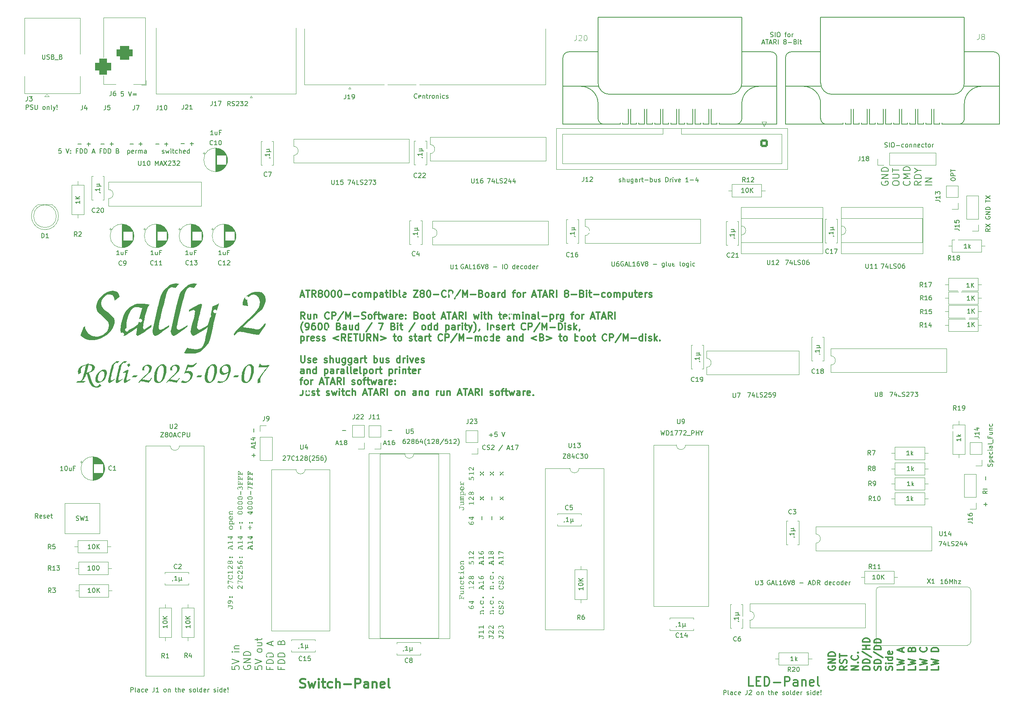
<source format=gto>
G04 #@! TF.GenerationSoftware,KiCad,Pcbnew,8.0.7*
G04 #@! TF.CreationDate,2025-10-24T18:34:09+02:00*
G04 #@! TF.ProjectId,Sally2,53616c6c-7932-42e6-9b69-6361645f7063,rev?*
G04 #@! TF.SameCoordinates,Original*
G04 #@! TF.FileFunction,Legend,Top*
G04 #@! TF.FilePolarity,Positive*
%FSLAX46Y46*%
G04 Gerber Fmt 4.6, Leading zero omitted, Abs format (unit mm)*
G04 Created by KiCad (PCBNEW 8.0.7) date 2025-10-24 18:34:09*
%MOMM*%
%LPD*%
G01*
G04 APERTURE LIST*
G04 Aperture macros list*
%AMRoundRect*
0 Rectangle with rounded corners*
0 $1 Rounding radius*
0 $2 $3 $4 $5 $6 $7 $8 $9 X,Y pos of 4 corners*
0 Add a 4 corners polygon primitive as box body*
4,1,4,$2,$3,$4,$5,$6,$7,$8,$9,$2,$3,0*
0 Add four circle primitives for the rounded corners*
1,1,$1+$1,$2,$3*
1,1,$1+$1,$4,$5*
1,1,$1+$1,$6,$7*
1,1,$1+$1,$8,$9*
0 Add four rect primitives between the rounded corners*
20,1,$1+$1,$2,$3,$4,$5,0*
20,1,$1+$1,$4,$5,$6,$7,0*
20,1,$1+$1,$6,$7,$8,$9,0*
20,1,$1+$1,$8,$9,$2,$3,0*%
G04 Aperture macros list end*
%ADD10C,0.150000*%
%ADD11C,0.300000*%
%ADD12C,0.400000*%
%ADD13C,0.096520*%
%ADD14C,0.120000*%
%ADD15C,0.152400*%
%ADD16C,0.127000*%
%ADD17C,1.600000*%
%ADD18R,1.800000X1.800000*%
%ADD19C,1.800000*%
%ADD20O,1.600000X1.600000*%
%ADD21R,1.700000X1.700000*%
%ADD22O,1.700000X1.700000*%
%ADD23C,1.700000*%
%ADD24R,1.600000X1.600000*%
%ADD25C,4.000000*%
%ADD26C,3.200000*%
%ADD27R,2.400000X1.600000*%
%ADD28O,2.400000X1.600000*%
%ADD29RoundRect,0.250000X-0.600000X0.600000X-0.600000X-0.600000X0.600000X-0.600000X0.600000X0.600000X0*%
%ADD30C,2.540000*%
%ADD31C,2.203200*%
%ADD32R,3.500000X3.500000*%
%ADD33RoundRect,0.750000X-1.000000X0.750000X-1.000000X-0.750000X1.000000X-0.750000X1.000000X0.750000X0*%
%ADD34RoundRect,0.875000X-0.875000X0.875000X-0.875000X-0.875000X0.875000X-0.875000X0.875000X0.875000X0*%
%ADD35C,0.800000*%
G04 APERTURE END LIST*
D10*
X36861979Y-147088219D02*
X36861979Y-146088219D01*
X36861979Y-146088219D02*
X37242931Y-146088219D01*
X37242931Y-146088219D02*
X37338169Y-146135838D01*
X37338169Y-146135838D02*
X37385788Y-146183457D01*
X37385788Y-146183457D02*
X37433407Y-146278695D01*
X37433407Y-146278695D02*
X37433407Y-146421552D01*
X37433407Y-146421552D02*
X37385788Y-146516790D01*
X37385788Y-146516790D02*
X37338169Y-146564409D01*
X37338169Y-146564409D02*
X37242931Y-146612028D01*
X37242931Y-146612028D02*
X36861979Y-146612028D01*
X38004836Y-147088219D02*
X37909598Y-147040600D01*
X37909598Y-147040600D02*
X37861979Y-146945361D01*
X37861979Y-146945361D02*
X37861979Y-146088219D01*
X38814360Y-147088219D02*
X38814360Y-146564409D01*
X38814360Y-146564409D02*
X38766741Y-146469171D01*
X38766741Y-146469171D02*
X38671503Y-146421552D01*
X38671503Y-146421552D02*
X38481027Y-146421552D01*
X38481027Y-146421552D02*
X38385789Y-146469171D01*
X38814360Y-147040600D02*
X38719122Y-147088219D01*
X38719122Y-147088219D02*
X38481027Y-147088219D01*
X38481027Y-147088219D02*
X38385789Y-147040600D01*
X38385789Y-147040600D02*
X38338170Y-146945361D01*
X38338170Y-146945361D02*
X38338170Y-146850123D01*
X38338170Y-146850123D02*
X38385789Y-146754885D01*
X38385789Y-146754885D02*
X38481027Y-146707266D01*
X38481027Y-146707266D02*
X38719122Y-146707266D01*
X38719122Y-146707266D02*
X38814360Y-146659647D01*
X39719122Y-147040600D02*
X39623884Y-147088219D01*
X39623884Y-147088219D02*
X39433408Y-147088219D01*
X39433408Y-147088219D02*
X39338170Y-147040600D01*
X39338170Y-147040600D02*
X39290551Y-146992980D01*
X39290551Y-146992980D02*
X39242932Y-146897742D01*
X39242932Y-146897742D02*
X39242932Y-146612028D01*
X39242932Y-146612028D02*
X39290551Y-146516790D01*
X39290551Y-146516790D02*
X39338170Y-146469171D01*
X39338170Y-146469171D02*
X39433408Y-146421552D01*
X39433408Y-146421552D02*
X39623884Y-146421552D01*
X39623884Y-146421552D02*
X39719122Y-146469171D01*
X40528646Y-147040600D02*
X40433408Y-147088219D01*
X40433408Y-147088219D02*
X40242932Y-147088219D01*
X40242932Y-147088219D02*
X40147694Y-147040600D01*
X40147694Y-147040600D02*
X40100075Y-146945361D01*
X40100075Y-146945361D02*
X40100075Y-146564409D01*
X40100075Y-146564409D02*
X40147694Y-146469171D01*
X40147694Y-146469171D02*
X40242932Y-146421552D01*
X40242932Y-146421552D02*
X40433408Y-146421552D01*
X40433408Y-146421552D02*
X40528646Y-146469171D01*
X40528646Y-146469171D02*
X40576265Y-146564409D01*
X40576265Y-146564409D02*
X40576265Y-146659647D01*
X40576265Y-146659647D02*
X40100075Y-146754885D01*
X42052456Y-146088219D02*
X42052456Y-146802504D01*
X42052456Y-146802504D02*
X42004837Y-146945361D01*
X42004837Y-146945361D02*
X41909599Y-147040600D01*
X41909599Y-147040600D02*
X41766742Y-147088219D01*
X41766742Y-147088219D02*
X41671504Y-147088219D01*
X43052456Y-147088219D02*
X42481028Y-147088219D01*
X42766742Y-147088219D02*
X42766742Y-146088219D01*
X42766742Y-146088219D02*
X42671504Y-146231076D01*
X42671504Y-146231076D02*
X42576266Y-146326314D01*
X42576266Y-146326314D02*
X42481028Y-146373933D01*
X44385790Y-147088219D02*
X44290552Y-147040600D01*
X44290552Y-147040600D02*
X44242933Y-146992980D01*
X44242933Y-146992980D02*
X44195314Y-146897742D01*
X44195314Y-146897742D02*
X44195314Y-146612028D01*
X44195314Y-146612028D02*
X44242933Y-146516790D01*
X44242933Y-146516790D02*
X44290552Y-146469171D01*
X44290552Y-146469171D02*
X44385790Y-146421552D01*
X44385790Y-146421552D02*
X44528647Y-146421552D01*
X44528647Y-146421552D02*
X44623885Y-146469171D01*
X44623885Y-146469171D02*
X44671504Y-146516790D01*
X44671504Y-146516790D02*
X44719123Y-146612028D01*
X44719123Y-146612028D02*
X44719123Y-146897742D01*
X44719123Y-146897742D02*
X44671504Y-146992980D01*
X44671504Y-146992980D02*
X44623885Y-147040600D01*
X44623885Y-147040600D02*
X44528647Y-147088219D01*
X44528647Y-147088219D02*
X44385790Y-147088219D01*
X45147695Y-146421552D02*
X45147695Y-147088219D01*
X45147695Y-146516790D02*
X45195314Y-146469171D01*
X45195314Y-146469171D02*
X45290552Y-146421552D01*
X45290552Y-146421552D02*
X45433409Y-146421552D01*
X45433409Y-146421552D02*
X45528647Y-146469171D01*
X45528647Y-146469171D02*
X45576266Y-146564409D01*
X45576266Y-146564409D02*
X45576266Y-147088219D01*
X46671505Y-146421552D02*
X47052457Y-146421552D01*
X46814362Y-146088219D02*
X46814362Y-146945361D01*
X46814362Y-146945361D02*
X46861981Y-147040600D01*
X46861981Y-147040600D02*
X46957219Y-147088219D01*
X46957219Y-147088219D02*
X47052457Y-147088219D01*
X47385791Y-147088219D02*
X47385791Y-146088219D01*
X47814362Y-147088219D02*
X47814362Y-146564409D01*
X47814362Y-146564409D02*
X47766743Y-146469171D01*
X47766743Y-146469171D02*
X47671505Y-146421552D01*
X47671505Y-146421552D02*
X47528648Y-146421552D01*
X47528648Y-146421552D02*
X47433410Y-146469171D01*
X47433410Y-146469171D02*
X47385791Y-146516790D01*
X48671505Y-147040600D02*
X48576267Y-147088219D01*
X48576267Y-147088219D02*
X48385791Y-147088219D01*
X48385791Y-147088219D02*
X48290553Y-147040600D01*
X48290553Y-147040600D02*
X48242934Y-146945361D01*
X48242934Y-146945361D02*
X48242934Y-146564409D01*
X48242934Y-146564409D02*
X48290553Y-146469171D01*
X48290553Y-146469171D02*
X48385791Y-146421552D01*
X48385791Y-146421552D02*
X48576267Y-146421552D01*
X48576267Y-146421552D02*
X48671505Y-146469171D01*
X48671505Y-146469171D02*
X48719124Y-146564409D01*
X48719124Y-146564409D02*
X48719124Y-146659647D01*
X48719124Y-146659647D02*
X48242934Y-146754885D01*
X49861982Y-147040600D02*
X49957220Y-147088219D01*
X49957220Y-147088219D02*
X50147696Y-147088219D01*
X50147696Y-147088219D02*
X50242934Y-147040600D01*
X50242934Y-147040600D02*
X50290553Y-146945361D01*
X50290553Y-146945361D02*
X50290553Y-146897742D01*
X50290553Y-146897742D02*
X50242934Y-146802504D01*
X50242934Y-146802504D02*
X50147696Y-146754885D01*
X50147696Y-146754885D02*
X50004839Y-146754885D01*
X50004839Y-146754885D02*
X49909601Y-146707266D01*
X49909601Y-146707266D02*
X49861982Y-146612028D01*
X49861982Y-146612028D02*
X49861982Y-146564409D01*
X49861982Y-146564409D02*
X49909601Y-146469171D01*
X49909601Y-146469171D02*
X50004839Y-146421552D01*
X50004839Y-146421552D02*
X50147696Y-146421552D01*
X50147696Y-146421552D02*
X50242934Y-146469171D01*
X50861982Y-147088219D02*
X50766744Y-147040600D01*
X50766744Y-147040600D02*
X50719125Y-146992980D01*
X50719125Y-146992980D02*
X50671506Y-146897742D01*
X50671506Y-146897742D02*
X50671506Y-146612028D01*
X50671506Y-146612028D02*
X50719125Y-146516790D01*
X50719125Y-146516790D02*
X50766744Y-146469171D01*
X50766744Y-146469171D02*
X50861982Y-146421552D01*
X50861982Y-146421552D02*
X51004839Y-146421552D01*
X51004839Y-146421552D02*
X51100077Y-146469171D01*
X51100077Y-146469171D02*
X51147696Y-146516790D01*
X51147696Y-146516790D02*
X51195315Y-146612028D01*
X51195315Y-146612028D02*
X51195315Y-146897742D01*
X51195315Y-146897742D02*
X51147696Y-146992980D01*
X51147696Y-146992980D02*
X51100077Y-147040600D01*
X51100077Y-147040600D02*
X51004839Y-147088219D01*
X51004839Y-147088219D02*
X50861982Y-147088219D01*
X51766744Y-147088219D02*
X51671506Y-147040600D01*
X51671506Y-147040600D02*
X51623887Y-146945361D01*
X51623887Y-146945361D02*
X51623887Y-146088219D01*
X52576268Y-147088219D02*
X52576268Y-146088219D01*
X52576268Y-147040600D02*
X52481030Y-147088219D01*
X52481030Y-147088219D02*
X52290554Y-147088219D01*
X52290554Y-147088219D02*
X52195316Y-147040600D01*
X52195316Y-147040600D02*
X52147697Y-146992980D01*
X52147697Y-146992980D02*
X52100078Y-146897742D01*
X52100078Y-146897742D02*
X52100078Y-146612028D01*
X52100078Y-146612028D02*
X52147697Y-146516790D01*
X52147697Y-146516790D02*
X52195316Y-146469171D01*
X52195316Y-146469171D02*
X52290554Y-146421552D01*
X52290554Y-146421552D02*
X52481030Y-146421552D01*
X52481030Y-146421552D02*
X52576268Y-146469171D01*
X53433411Y-147040600D02*
X53338173Y-147088219D01*
X53338173Y-147088219D02*
X53147697Y-147088219D01*
X53147697Y-147088219D02*
X53052459Y-147040600D01*
X53052459Y-147040600D02*
X53004840Y-146945361D01*
X53004840Y-146945361D02*
X53004840Y-146564409D01*
X53004840Y-146564409D02*
X53052459Y-146469171D01*
X53052459Y-146469171D02*
X53147697Y-146421552D01*
X53147697Y-146421552D02*
X53338173Y-146421552D01*
X53338173Y-146421552D02*
X53433411Y-146469171D01*
X53433411Y-146469171D02*
X53481030Y-146564409D01*
X53481030Y-146564409D02*
X53481030Y-146659647D01*
X53481030Y-146659647D02*
X53004840Y-146754885D01*
X53909602Y-147088219D02*
X53909602Y-146421552D01*
X53909602Y-146612028D02*
X53957221Y-146516790D01*
X53957221Y-146516790D02*
X54004840Y-146469171D01*
X54004840Y-146469171D02*
X54100078Y-146421552D01*
X54100078Y-146421552D02*
X54195316Y-146421552D01*
X55242936Y-147040600D02*
X55338174Y-147088219D01*
X55338174Y-147088219D02*
X55528650Y-147088219D01*
X55528650Y-147088219D02*
X55623888Y-147040600D01*
X55623888Y-147040600D02*
X55671507Y-146945361D01*
X55671507Y-146945361D02*
X55671507Y-146897742D01*
X55671507Y-146897742D02*
X55623888Y-146802504D01*
X55623888Y-146802504D02*
X55528650Y-146754885D01*
X55528650Y-146754885D02*
X55385793Y-146754885D01*
X55385793Y-146754885D02*
X55290555Y-146707266D01*
X55290555Y-146707266D02*
X55242936Y-146612028D01*
X55242936Y-146612028D02*
X55242936Y-146564409D01*
X55242936Y-146564409D02*
X55290555Y-146469171D01*
X55290555Y-146469171D02*
X55385793Y-146421552D01*
X55385793Y-146421552D02*
X55528650Y-146421552D01*
X55528650Y-146421552D02*
X55623888Y-146469171D01*
X56100079Y-147088219D02*
X56100079Y-146421552D01*
X56100079Y-146088219D02*
X56052460Y-146135838D01*
X56052460Y-146135838D02*
X56100079Y-146183457D01*
X56100079Y-146183457D02*
X56147698Y-146135838D01*
X56147698Y-146135838D02*
X56100079Y-146088219D01*
X56100079Y-146088219D02*
X56100079Y-146183457D01*
X57004840Y-147088219D02*
X57004840Y-146088219D01*
X57004840Y-147040600D02*
X56909602Y-147088219D01*
X56909602Y-147088219D02*
X56719126Y-147088219D01*
X56719126Y-147088219D02*
X56623888Y-147040600D01*
X56623888Y-147040600D02*
X56576269Y-146992980D01*
X56576269Y-146992980D02*
X56528650Y-146897742D01*
X56528650Y-146897742D02*
X56528650Y-146612028D01*
X56528650Y-146612028D02*
X56576269Y-146516790D01*
X56576269Y-146516790D02*
X56623888Y-146469171D01*
X56623888Y-146469171D02*
X56719126Y-146421552D01*
X56719126Y-146421552D02*
X56909602Y-146421552D01*
X56909602Y-146421552D02*
X57004840Y-146469171D01*
X57861983Y-147040600D02*
X57766745Y-147088219D01*
X57766745Y-147088219D02*
X57576269Y-147088219D01*
X57576269Y-147088219D02*
X57481031Y-147040600D01*
X57481031Y-147040600D02*
X57433412Y-146945361D01*
X57433412Y-146945361D02*
X57433412Y-146564409D01*
X57433412Y-146564409D02*
X57481031Y-146469171D01*
X57481031Y-146469171D02*
X57576269Y-146421552D01*
X57576269Y-146421552D02*
X57766745Y-146421552D01*
X57766745Y-146421552D02*
X57861983Y-146469171D01*
X57861983Y-146469171D02*
X57909602Y-146564409D01*
X57909602Y-146564409D02*
X57909602Y-146659647D01*
X57909602Y-146659647D02*
X57433412Y-146754885D01*
X58338174Y-146992980D02*
X58385793Y-147040600D01*
X58385793Y-147040600D02*
X58338174Y-147088219D01*
X58338174Y-147088219D02*
X58290555Y-147040600D01*
X58290555Y-147040600D02*
X58338174Y-146992980D01*
X58338174Y-146992980D02*
X58338174Y-147088219D01*
X58338174Y-146707266D02*
X58290555Y-146135838D01*
X58290555Y-146135838D02*
X58338174Y-146088219D01*
X58338174Y-146088219D02*
X58385793Y-146135838D01*
X58385793Y-146135838D02*
X58338174Y-146707266D01*
X58338174Y-146707266D02*
X58338174Y-146088219D01*
G36*
X58489949Y-128146458D02*
G01*
X59034488Y-128146458D01*
X59104381Y-128149518D01*
X59177864Y-128162474D01*
X59246134Y-128192700D01*
X59293242Y-128240529D01*
X59319778Y-128307642D01*
X59326602Y-128379515D01*
X59318297Y-128448332D01*
X59290086Y-128513380D01*
X59244562Y-128562323D01*
X59184493Y-128593496D01*
X59176100Y-128596060D01*
X59112324Y-128605572D01*
X59074177Y-128606856D01*
X59065287Y-128606856D01*
X59001442Y-128613495D01*
X58999879Y-128614159D01*
X58967212Y-128669870D01*
X58967175Y-128672582D01*
X59001452Y-128726791D01*
X59059889Y-128730687D01*
X59268497Y-128730687D01*
X59331760Y-128718748D01*
X59361212Y-128681472D01*
X59391901Y-128616661D01*
X59414870Y-128550573D01*
X59430239Y-128482570D01*
X59438126Y-128412015D01*
X59439321Y-128370307D01*
X59436099Y-128299917D01*
X59421670Y-128219201D01*
X59395463Y-128152760D01*
X59357262Y-128099785D01*
X59306850Y-128059470D01*
X59244013Y-128031007D01*
X59168534Y-128013588D01*
X59103499Y-128007287D01*
X59056079Y-128006116D01*
X58489949Y-128006116D01*
X58489949Y-127891493D01*
X58484657Y-127824651D01*
X58431284Y-127786164D01*
X58426128Y-127786078D01*
X58368668Y-127815577D01*
X58362307Y-127849581D01*
X58362307Y-127891493D01*
X58362307Y-128386818D01*
X58366677Y-128451890D01*
X58415522Y-128493711D01*
X58426128Y-128494138D01*
X58482245Y-128462115D01*
X58489926Y-128393830D01*
X58489949Y-128386818D01*
X58489949Y-128146458D01*
G37*
G36*
X58807042Y-126830057D02*
G01*
X58879801Y-126835232D01*
X58948947Y-126845444D01*
X59014301Y-126860546D01*
X59075688Y-126880395D01*
X59159944Y-126918749D01*
X59234279Y-126966965D01*
X59298096Y-127024554D01*
X59350799Y-127091026D01*
X59391792Y-127165890D01*
X59420479Y-127248658D01*
X59436262Y-127338839D01*
X59439321Y-127402836D01*
X59439060Y-127428948D01*
X59431583Y-127499245D01*
X59381215Y-127539368D01*
X59334164Y-127518737D01*
X59321423Y-127454205D01*
X59319250Y-127388790D01*
X59311362Y-127322823D01*
X59303165Y-127288750D01*
X59278733Y-127225251D01*
X59243735Y-127168216D01*
X59198347Y-127117964D01*
X59142750Y-127074815D01*
X59077121Y-127039089D01*
X59001639Y-127011106D01*
X58938669Y-126995393D01*
X58870332Y-126984351D01*
X58877890Y-126990510D01*
X58923943Y-127035272D01*
X58962015Y-127090480D01*
X58984727Y-127150808D01*
X58992258Y-127217090D01*
X58985300Y-127283892D01*
X58965170Y-127346616D01*
X58932985Y-127403774D01*
X58889860Y-127453877D01*
X58836911Y-127495437D01*
X58775256Y-127526965D01*
X58706011Y-127546974D01*
X58630290Y-127553974D01*
X58552693Y-127547573D01*
X58481857Y-127529019D01*
X58418886Y-127499288D01*
X58364887Y-127459354D01*
X58320964Y-127410193D01*
X58288222Y-127352778D01*
X58267766Y-127288086D01*
X58260702Y-127217090D01*
X58260890Y-127210104D01*
X58388344Y-127210104D01*
X58397605Y-127269040D01*
X58430457Y-127327297D01*
X58484792Y-127371073D01*
X58546665Y-127394546D01*
X58621083Y-127402836D01*
X58685168Y-127396913D01*
X58751358Y-127375285D01*
X58811284Y-127332556D01*
X58849565Y-127274004D01*
X58863030Y-127202802D01*
X58853492Y-127143045D01*
X58820123Y-127082722D01*
X58765899Y-127036540D01*
X58705285Y-127011416D01*
X58633783Y-127002449D01*
X58619893Y-127002714D01*
X58555481Y-127011627D01*
X58490265Y-127037427D01*
X58439766Y-127077251D01*
X58401631Y-127137967D01*
X58388344Y-127210104D01*
X58260890Y-127210104D01*
X58261275Y-127195808D01*
X58274769Y-127115151D01*
X58305487Y-127042415D01*
X58352492Y-126978629D01*
X58414845Y-126924818D01*
X58471118Y-126891624D01*
X58535102Y-126865052D01*
X58606401Y-126845536D01*
X58684620Y-126833509D01*
X58769362Y-126829403D01*
X58807042Y-126830057D01*
G37*
G36*
X59281198Y-126266130D02*
G01*
X59344215Y-126253712D01*
X59399462Y-126212601D01*
X59430116Y-126155261D01*
X59439321Y-126091497D01*
X59430330Y-126027860D01*
X59400129Y-125970518D01*
X59345018Y-125929325D01*
X59281198Y-125916863D01*
X59217193Y-125929325D01*
X59161981Y-125970518D01*
X59131752Y-126027860D01*
X59122757Y-126091497D01*
X59131965Y-126155261D01*
X59162649Y-126212601D01*
X59217997Y-126253712D01*
X59281198Y-126266130D01*
G37*
G36*
X58793494Y-126266130D02*
G01*
X58856511Y-126253712D01*
X58911758Y-126212601D01*
X58942412Y-126155261D01*
X58951616Y-126091497D01*
X58942626Y-126027860D01*
X58912425Y-125970518D01*
X58857314Y-125929325D01*
X58793494Y-125916863D01*
X58729489Y-125929325D01*
X58674277Y-125970518D01*
X58644047Y-126027860D01*
X58635053Y-126091497D01*
X58644261Y-126155261D01*
X58674944Y-126212601D01*
X58730293Y-126253712D01*
X58793494Y-126266130D01*
G37*
G36*
X59419000Y-124211486D02*
G01*
X59419000Y-123625352D01*
X59377422Y-123577170D01*
X59360894Y-123574232D01*
X59291676Y-123565342D01*
X59273577Y-123563437D01*
X59212413Y-123587643D01*
X59199914Y-123626940D01*
X59233681Y-123682490D01*
X59278975Y-123694571D01*
X59278975Y-124100356D01*
X59172607Y-123991130D01*
X59109884Y-123927345D01*
X59051347Y-123866499D01*
X58996142Y-123809320D01*
X58943416Y-123756536D01*
X58892313Y-123708875D01*
X58841980Y-123667067D01*
X58774593Y-123621685D01*
X58705032Y-123589727D01*
X58631274Y-123572921D01*
X58592189Y-123570739D01*
X58524160Y-123577458D01*
X58461362Y-123596860D01*
X58404980Y-123627820D01*
X58356195Y-123669209D01*
X58316192Y-123719901D01*
X58286153Y-123778767D01*
X58267262Y-123844680D01*
X58260702Y-123916514D01*
X58265577Y-123983580D01*
X58279606Y-124048641D01*
X58301899Y-124110026D01*
X58337161Y-124174770D01*
X58381041Y-124229585D01*
X58439202Y-124258277D01*
X58459785Y-124258796D01*
X58523859Y-124251382D01*
X58553452Y-124205771D01*
X58526380Y-124145159D01*
X58470898Y-124109564D01*
X58427230Y-124062760D01*
X58397795Y-124002142D01*
X58384917Y-123933989D01*
X58384533Y-123920007D01*
X58396469Y-123850229D01*
X58430429Y-123793239D01*
X58483642Y-123751890D01*
X58553334Y-123729032D01*
X58599491Y-123725370D01*
X58668645Y-123736050D01*
X58736876Y-123767094D01*
X58792677Y-123805584D01*
X58851110Y-123855383D01*
X58897524Y-123899691D01*
X58946829Y-123949605D01*
X58999629Y-124004802D01*
X59056529Y-124064959D01*
X59097039Y-124107659D01*
X59149688Y-124162408D01*
X59194871Y-124208818D01*
X59241230Y-124252962D01*
X59293725Y-124291128D01*
X59340891Y-124304201D01*
X59400425Y-124280943D01*
X59418930Y-124217172D01*
X59419000Y-124211486D01*
G37*
G36*
X59405029Y-122794414D02*
G01*
X58452799Y-122479438D01*
X58390727Y-122462348D01*
X58377866Y-122461340D01*
X58347066Y-122461340D01*
X58301383Y-122507508D01*
X58301344Y-122510555D01*
X58301344Y-123098276D01*
X58333097Y-123153411D01*
X58352464Y-123158287D01*
X58432478Y-123167495D01*
X58456292Y-123169400D01*
X58512552Y-123136314D01*
X58516302Y-123109389D01*
X58481023Y-123053565D01*
X58434383Y-123043663D01*
X58434383Y-122592474D01*
X59383120Y-122941741D01*
X59412332Y-122947139D01*
X59439321Y-122909037D01*
X59439321Y-122845216D01*
X59439321Y-122830928D01*
X59405029Y-122794414D01*
G37*
G36*
X58398504Y-121431954D02*
G01*
X58374403Y-121495298D01*
X58356671Y-121557214D01*
X58344857Y-121626050D01*
X58341986Y-121679616D01*
X58348107Y-121760348D01*
X58365941Y-121836180D01*
X58394690Y-121906448D01*
X58433559Y-121970487D01*
X58481753Y-122027634D01*
X58538475Y-122077225D01*
X58602930Y-122118596D01*
X58674321Y-122151082D01*
X58751853Y-122174020D01*
X58834731Y-122186746D01*
X58892558Y-122189229D01*
X58980516Y-122183592D01*
X59062691Y-122167173D01*
X59138455Y-122140709D01*
X59207184Y-122104939D01*
X59268250Y-122060601D01*
X59321027Y-122008431D01*
X59364889Y-121949168D01*
X59399209Y-121883550D01*
X59423362Y-121812315D01*
X59436721Y-121736199D01*
X59439321Y-121683109D01*
X59434876Y-121610513D01*
X59421449Y-121542185D01*
X59398900Y-121476648D01*
X59367090Y-121412428D01*
X59344701Y-121375753D01*
X59308710Y-121323358D01*
X59259265Y-121280350D01*
X59234523Y-121275418D01*
X59179009Y-121308876D01*
X59171655Y-121341144D01*
X59200777Y-121401368D01*
X59237270Y-121455917D01*
X59243413Y-121466563D01*
X59271025Y-121525922D01*
X59291446Y-121592510D01*
X59300676Y-121657179D01*
X59301201Y-121675806D01*
X59294126Y-121747885D01*
X59273295Y-121814446D01*
X59239299Y-121874228D01*
X59192730Y-121925968D01*
X59134180Y-121968407D01*
X59064240Y-122000282D01*
X58983503Y-122020332D01*
X58916219Y-122026851D01*
X58892558Y-122027296D01*
X58817896Y-122023618D01*
X58749923Y-122012841D01*
X58688782Y-121995353D01*
X58618137Y-121962261D01*
X58560231Y-121918838D01*
X58515403Y-121865999D01*
X58483992Y-121804660D01*
X58466336Y-121735736D01*
X58462325Y-121679616D01*
X58468849Y-121616183D01*
X58491266Y-121551720D01*
X58532820Y-121493806D01*
X58587178Y-121456409D01*
X58609969Y-121448465D01*
X58673355Y-121434698D01*
X58727707Y-121395789D01*
X58732213Y-121361148D01*
X58704756Y-121303539D01*
X58662042Y-121297327D01*
X58592047Y-121299411D01*
X58523561Y-121300670D01*
X58456688Y-121301126D01*
X58444226Y-121301137D01*
X58379219Y-121309097D01*
X58355004Y-121366545D01*
X58383053Y-121424167D01*
X58398504Y-121431954D01*
G37*
G36*
X58471215Y-120830579D02*
G01*
X58431526Y-120662931D01*
X59293581Y-120662931D01*
X59293581Y-120810575D01*
X59296174Y-120875857D01*
X59331938Y-120929662D01*
X59355496Y-120932502D01*
X59411397Y-120901824D01*
X59419000Y-120861378D01*
X59419000Y-120329857D01*
X59394008Y-120268980D01*
X59355496Y-120259051D01*
X59301181Y-120292453D01*
X59293715Y-120358600D01*
X59293581Y-120380977D01*
X59293581Y-120522906D01*
X58339129Y-120522906D01*
X58282035Y-120551561D01*
X58281023Y-120559421D01*
X58286739Y-120597522D01*
X58357227Y-120861378D01*
X58393909Y-120913989D01*
X58418825Y-120919801D01*
X58471488Y-120880739D01*
X58474708Y-120857885D01*
X58471215Y-120830579D01*
G37*
G36*
X59419000Y-119832310D02*
G01*
X59419000Y-119246176D01*
X59377422Y-119197994D01*
X59360894Y-119195056D01*
X59291676Y-119186165D01*
X59273577Y-119184260D01*
X59212413Y-119208466D01*
X59199914Y-119247763D01*
X59233681Y-119303313D01*
X59278975Y-119315394D01*
X59278975Y-119721179D01*
X59172607Y-119611954D01*
X59109884Y-119548169D01*
X59051347Y-119487323D01*
X58996142Y-119430143D01*
X58943416Y-119377359D01*
X58892313Y-119329699D01*
X58841980Y-119287890D01*
X58774593Y-119242508D01*
X58705032Y-119210551D01*
X58631274Y-119193745D01*
X58592189Y-119191563D01*
X58524160Y-119198281D01*
X58461362Y-119217684D01*
X58404980Y-119248643D01*
X58356195Y-119290032D01*
X58316192Y-119340724D01*
X58286153Y-119399590D01*
X58267262Y-119465504D01*
X58260702Y-119537338D01*
X58265577Y-119604403D01*
X58279606Y-119669464D01*
X58301899Y-119730850D01*
X58337161Y-119795593D01*
X58381041Y-119850408D01*
X58439202Y-119879100D01*
X58459785Y-119879619D01*
X58523859Y-119872205D01*
X58553452Y-119826594D01*
X58526380Y-119765982D01*
X58470898Y-119730387D01*
X58427230Y-119683583D01*
X58397795Y-119622965D01*
X58384917Y-119554812D01*
X58384533Y-119540830D01*
X58396469Y-119471052D01*
X58430429Y-119414063D01*
X58483642Y-119372713D01*
X58553334Y-119349855D01*
X58599491Y-119346193D01*
X58668645Y-119356874D01*
X58736876Y-119387917D01*
X58792677Y-119426408D01*
X58851110Y-119476206D01*
X58897524Y-119520514D01*
X58946829Y-119570429D01*
X58999629Y-119625626D01*
X59056529Y-119685782D01*
X59097039Y-119728482D01*
X59149688Y-119783231D01*
X59194871Y-119829642D01*
X59241230Y-119873785D01*
X59293725Y-119911951D01*
X59340891Y-119925024D01*
X59400425Y-119901766D01*
X59418930Y-119837995D01*
X59419000Y-119832310D01*
G37*
G36*
X59178355Y-118072416D02*
G01*
X59242143Y-118092076D01*
X59298609Y-118123687D01*
X59346844Y-118166305D01*
X59385941Y-118218984D01*
X59414991Y-118280779D01*
X59433087Y-118350745D01*
X59439321Y-118427938D01*
X59433002Y-118505677D01*
X59414668Y-118575900D01*
X59385254Y-118637729D01*
X59345693Y-118690285D01*
X59296919Y-118732691D01*
X59239866Y-118764068D01*
X59175468Y-118783538D01*
X59104659Y-118790223D01*
X59039476Y-118783379D01*
X58970661Y-118758575D01*
X58911117Y-118716456D01*
X58868636Y-118667208D01*
X58835088Y-118606381D01*
X58811999Y-118647260D01*
X58765284Y-118705333D01*
X58710419Y-118746493D01*
X58647263Y-118770999D01*
X58575678Y-118779110D01*
X58558935Y-118778697D01*
X58494933Y-118768999D01*
X58422850Y-118739806D01*
X58361484Y-118693238D01*
X58312893Y-118631003D01*
X58284600Y-118571083D01*
X58266852Y-118503103D01*
X58260702Y-118427938D01*
X58377230Y-118427938D01*
X58381056Y-118472413D01*
X58404792Y-118539677D01*
X58447361Y-118591129D01*
X58505433Y-118624018D01*
X58575678Y-118635593D01*
X58627710Y-118629503D01*
X58690279Y-118602038D01*
X58737955Y-118555292D01*
X58767526Y-118492377D01*
X58776030Y-118427938D01*
X58900814Y-118427938D01*
X58906550Y-118484635D01*
X58932845Y-118552407D01*
X58978592Y-118603736D01*
X59041737Y-118635410D01*
X59108152Y-118644483D01*
X59161299Y-118638497D01*
X59225901Y-118611046D01*
X59275655Y-118563277D01*
X59306792Y-118497324D01*
X59315807Y-118427938D01*
X59309952Y-118369969D01*
X59283257Y-118301794D01*
X59237143Y-118251020D01*
X59174006Y-118220139D01*
X59108152Y-118211392D01*
X59052694Y-118217732D01*
X58987433Y-118246337D01*
X58938797Y-118295054D01*
X58909201Y-118360674D01*
X58900814Y-118427938D01*
X58776030Y-118427938D01*
X58770196Y-118374282D01*
X58743765Y-118309591D01*
X58698497Y-118260170D01*
X58637124Y-118229449D01*
X58573773Y-118220600D01*
X58524533Y-118226453D01*
X58463726Y-118253133D01*
X58416170Y-118299197D01*
X58386036Y-118362231D01*
X58377230Y-118427938D01*
X58260702Y-118427938D01*
X58261110Y-118408521D01*
X58270577Y-118335070D01*
X58291647Y-118269023D01*
X58323078Y-118211254D01*
X58375043Y-118152016D01*
X58438828Y-118108786D01*
X58512005Y-118083273D01*
X58575678Y-118076765D01*
X58628269Y-118081140D01*
X58694817Y-118101798D01*
X58752636Y-118139104D01*
X58801208Y-118192719D01*
X58835088Y-118251399D01*
X58839846Y-118240306D01*
X58874218Y-118180549D01*
X58917946Y-118132772D01*
X58979614Y-118092778D01*
X59040597Y-118072509D01*
X59108152Y-118065652D01*
X59178355Y-118072416D01*
G37*
G36*
X59281198Y-117507777D02*
G01*
X59344215Y-117495359D01*
X59399462Y-117454248D01*
X59430116Y-117396908D01*
X59439321Y-117333144D01*
X59430330Y-117269507D01*
X59400129Y-117212165D01*
X59345018Y-117170972D01*
X59281198Y-117158510D01*
X59217193Y-117170972D01*
X59161981Y-117212165D01*
X59131752Y-117269507D01*
X59122757Y-117333144D01*
X59131965Y-117396908D01*
X59162649Y-117454248D01*
X59217997Y-117495359D01*
X59281198Y-117507777D01*
G37*
G36*
X58793494Y-117507777D02*
G01*
X58856511Y-117495359D01*
X58911758Y-117454248D01*
X58942412Y-117396908D01*
X58951616Y-117333144D01*
X58942626Y-117269507D01*
X58912425Y-117212165D01*
X58857314Y-117170972D01*
X58793494Y-117158510D01*
X58729489Y-117170972D01*
X58674277Y-117212165D01*
X58644047Y-117269507D01*
X58635053Y-117333144D01*
X58644261Y-117396908D01*
X58674944Y-117454248D01*
X58730293Y-117495359D01*
X58793494Y-117507777D01*
G37*
G36*
X59404438Y-114604340D02*
G01*
X59419000Y-114668552D01*
X59419000Y-114910499D01*
X59418982Y-114917060D01*
X59411938Y-114983041D01*
X59355496Y-115016231D01*
X59300906Y-114981860D01*
X59293581Y-114915896D01*
X59293581Y-114834295D01*
X59073542Y-114919707D01*
X59073542Y-115371214D01*
X59293581Y-115447418D01*
X59293581Y-115362006D01*
X59300906Y-115295470D01*
X59355496Y-115260084D01*
X59360791Y-115260185D01*
X59413155Y-115296687D01*
X59419000Y-115363911D01*
X59419000Y-115596650D01*
X59412128Y-115659295D01*
X59355496Y-115689682D01*
X59306797Y-115670274D01*
X59293581Y-115605858D01*
X59293581Y-115583950D01*
X58489949Y-115281992D01*
X58489949Y-115411221D01*
X58481376Y-115475563D01*
X58426128Y-115509333D01*
X58400643Y-115506389D01*
X58364255Y-115451367D01*
X58362307Y-115385502D01*
X58362307Y-115156256D01*
X58489949Y-115156256D01*
X58955427Y-115327397D01*
X58955427Y-114963524D01*
X58489949Y-115156256D01*
X58362307Y-115156256D01*
X58362307Y-115132760D01*
X58370563Y-115073305D01*
X58422635Y-115034330D01*
X59293581Y-114686650D01*
X59293581Y-114672044D01*
X59299050Y-114621728D01*
X59355496Y-114588538D01*
X59404438Y-114604340D01*
G37*
G36*
X58471215Y-114261814D02*
G01*
X58431526Y-114094166D01*
X59293581Y-114094166D01*
X59293581Y-114241811D01*
X59296174Y-114307092D01*
X59331938Y-114360897D01*
X59355496Y-114363737D01*
X59411397Y-114333059D01*
X59419000Y-114292613D01*
X59419000Y-113761092D01*
X59394008Y-113700215D01*
X59355496Y-113690286D01*
X59301181Y-113723689D01*
X59293715Y-113789836D01*
X59293581Y-113812212D01*
X59293581Y-113954141D01*
X58339129Y-113954141D01*
X58282035Y-113982797D01*
X58281023Y-113990656D01*
X58286739Y-114028758D01*
X58357227Y-114292613D01*
X58393909Y-114345224D01*
X58418825Y-114351036D01*
X58471488Y-114311974D01*
X58474708Y-114289121D01*
X58471215Y-114261814D01*
G37*
G36*
X59056397Y-112610097D02*
G01*
X59092911Y-112617400D01*
X59109209Y-112621064D01*
X59147524Y-112673601D01*
X59147524Y-112748217D01*
X59293581Y-112748217D01*
X59293581Y-112717418D01*
X59300195Y-112654516D01*
X59355496Y-112617400D01*
X59394008Y-112627330D01*
X59419000Y-112688206D01*
X59419000Y-112975876D01*
X59413465Y-113019153D01*
X59355496Y-113048587D01*
X59321720Y-113042562D01*
X59293581Y-112983178D01*
X59293581Y-112879351D01*
X59147524Y-112879351D01*
X59147524Y-113294344D01*
X59146662Y-113304764D01*
X59092911Y-113341654D01*
X59030995Y-113341654D01*
X59003456Y-113338598D01*
X58945901Y-113308950D01*
X58314045Y-112933963D01*
X58281023Y-112890146D01*
X58281898Y-112879351D01*
X58415015Y-112879351D01*
X59012579Y-113216235D01*
X59012579Y-112879351D01*
X58415015Y-112879351D01*
X58281898Y-112879351D01*
X58282928Y-112866650D01*
X58297534Y-112775523D01*
X58342939Y-112748217D01*
X59012579Y-112748217D01*
X59012579Y-112702812D01*
X58982098Y-112648199D01*
X59025598Y-112606287D01*
X59056397Y-112610097D01*
G37*
G36*
X59057557Y-110302286D02*
G01*
X59121955Y-110313205D01*
X59201150Y-110341584D01*
X59271415Y-110384873D01*
X59331322Y-110442104D01*
X59368594Y-110493595D01*
X59398633Y-110551976D01*
X59420835Y-110616839D01*
X59434599Y-110687776D01*
X59439321Y-110764379D01*
X59437207Y-110816130D01*
X59426390Y-110889158D01*
X59406934Y-110956292D01*
X59379440Y-111017109D01*
X59344512Y-111071187D01*
X59287419Y-111132079D01*
X59219610Y-111179238D01*
X59142513Y-111211665D01*
X59079455Y-111225715D01*
X59012579Y-111230492D01*
X58967654Y-111228358D01*
X58903310Y-111217353D01*
X58824147Y-111188765D01*
X58753880Y-111145195D01*
X58693948Y-111087643D01*
X58656649Y-111035905D01*
X58626580Y-110977287D01*
X58604351Y-110912212D01*
X58590568Y-110841102D01*
X58585838Y-110764379D01*
X58708082Y-110764379D01*
X58709593Y-110798169D01*
X58725941Y-110876170D01*
X58758632Y-110943623D01*
X58805655Y-110998908D01*
X58864995Y-111040403D01*
X58934641Y-111066489D01*
X59012579Y-111075544D01*
X59060266Y-111072245D01*
X59133364Y-111052777D01*
X59196811Y-111017251D01*
X59248674Y-110967288D01*
X59287019Y-110904508D01*
X59309914Y-110830532D01*
X59315807Y-110764379D01*
X59312515Y-110714222D01*
X59293164Y-110638201D01*
X59258046Y-110573052D01*
X59208963Y-110520396D01*
X59147718Y-110481853D01*
X59076112Y-110459043D01*
X59012579Y-110453213D01*
X58964934Y-110456512D01*
X58891730Y-110475980D01*
X58828026Y-110511506D01*
X58775834Y-110561470D01*
X58737169Y-110624250D01*
X58714042Y-110698226D01*
X58708082Y-110764379D01*
X58585838Y-110764379D01*
X58587973Y-110712701D01*
X58598886Y-110639830D01*
X58618493Y-110572897D01*
X58646162Y-110512310D01*
X58681262Y-110458477D01*
X58738531Y-110397911D01*
X58806393Y-110351046D01*
X58883353Y-110318849D01*
X58946144Y-110304908D01*
X59012579Y-110300171D01*
X59057557Y-110302286D01*
G37*
G36*
X59045853Y-109189681D02*
G01*
X59127572Y-109201300D01*
X59201456Y-109227359D01*
X59266402Y-109266574D01*
X59321309Y-109317661D01*
X59365075Y-109379337D01*
X59396600Y-109450318D01*
X59414782Y-109529320D01*
X59419000Y-109593063D01*
X59414257Y-109661917D01*
X59400213Y-109726496D01*
X59377144Y-109786011D01*
X59339192Y-109847987D01*
X59289771Y-109900736D01*
X59637133Y-109900736D01*
X59637133Y-109686095D01*
X59643493Y-109650223D01*
X59700953Y-109618782D01*
X59747221Y-109632004D01*
X59764457Y-109693398D01*
X59764457Y-110086483D01*
X59756854Y-110126842D01*
X59700953Y-110157289D01*
X59696273Y-110157193D01*
X59643847Y-110116716D01*
X59637133Y-110049968D01*
X59637133Y-110033775D01*
X58733801Y-110033775D01*
X58733801Y-110073782D01*
X58725579Y-110124901D01*
X58669980Y-110157289D01*
X58631971Y-110147359D01*
X58608064Y-110086483D01*
X58608064Y-109949951D01*
X58644579Y-109898831D01*
X58729990Y-109898831D01*
X58701150Y-109867984D01*
X58659771Y-109810030D01*
X58630066Y-109747193D01*
X58612156Y-109679673D01*
X58607534Y-109624180D01*
X58742691Y-109624180D01*
X58744031Y-109654590D01*
X58758544Y-109724818D01*
X58787632Y-109785586D01*
X58829580Y-109835418D01*
X58882674Y-109872839D01*
X58945198Y-109896374D01*
X59015437Y-109904546D01*
X59044349Y-109903215D01*
X59111707Y-109888721D01*
X59170665Y-109859455D01*
X59219507Y-109816892D01*
X59256517Y-109762509D01*
X59279981Y-109697780D01*
X59288183Y-109624180D01*
X59286903Y-109594010D01*
X59272936Y-109523944D01*
X59244665Y-109462868D01*
X59203436Y-109412456D01*
X59150592Y-109374377D01*
X59087477Y-109350304D01*
X59015437Y-109341908D01*
X58986525Y-109343237D01*
X58919167Y-109357718D01*
X58860209Y-109387017D01*
X58811368Y-109429722D01*
X58774357Y-109484424D01*
X58750893Y-109549713D01*
X58742691Y-109624180D01*
X58607534Y-109624180D01*
X58606159Y-109607669D01*
X58608173Y-109564563D01*
X58623826Y-109482506D01*
X58653967Y-109407337D01*
X58697378Y-109340670D01*
X58752843Y-109284121D01*
X58819145Y-109239303D01*
X58895067Y-109207832D01*
X58957591Y-109193959D01*
X59024327Y-109189183D01*
X59045853Y-109189681D01*
G37*
G36*
X59027436Y-108148502D02*
G01*
X59046519Y-108209082D01*
X59047824Y-108278231D01*
X59047824Y-108875160D01*
X59093712Y-108869915D01*
X59161197Y-108849650D01*
X59217007Y-108815548D01*
X59260648Y-108768262D01*
X59291627Y-108708448D01*
X59309449Y-108636759D01*
X59313902Y-108571298D01*
X59311170Y-108522282D01*
X59296637Y-108447873D01*
X59274010Y-108381953D01*
X59248349Y-108323809D01*
X59220671Y-108263298D01*
X59203406Y-108196312D01*
X59207886Y-108172037D01*
X59261512Y-108134396D01*
X59315266Y-108158847D01*
X59350416Y-108212505D01*
X59361304Y-108235448D01*
X59389624Y-108305066D01*
X59411498Y-108375370D01*
X59427014Y-108445721D01*
X59436258Y-108515477D01*
X59439321Y-108583998D01*
X59437359Y-108634266D01*
X59427230Y-108704902D01*
X59408799Y-108769522D01*
X59382432Y-108827792D01*
X59335560Y-108895029D01*
X59276089Y-108949590D01*
X59204882Y-108990682D01*
X59144294Y-109012186D01*
X59077955Y-109025334D01*
X59006229Y-109029790D01*
X58981918Y-109029239D01*
X58912084Y-109021122D01*
X58847267Y-109003708D01*
X58787939Y-108977508D01*
X58734573Y-108943035D01*
X58673510Y-108885085D01*
X58635892Y-108833297D01*
X58605812Y-108774940D01*
X58583741Y-108710528D01*
X58570152Y-108640572D01*
X58565517Y-108565582D01*
X58687761Y-108565582D01*
X58694282Y-108635763D01*
X58713419Y-108698957D01*
X58752137Y-108764308D01*
X58806996Y-108816766D01*
X58864245Y-108849518D01*
X58931295Y-108871350D01*
X58931295Y-108292836D01*
X58891245Y-108299890D01*
X58820122Y-108328004D01*
X58762458Y-108372610D01*
X58720034Y-108431081D01*
X58694635Y-108500795D01*
X58687761Y-108565582D01*
X58565517Y-108565582D01*
X58567746Y-108516326D01*
X58579028Y-108447189D01*
X58599030Y-108384023D01*
X58637701Y-108309623D01*
X58688118Y-108247114D01*
X58748135Y-108197227D01*
X58815606Y-108160690D01*
X58888382Y-108138234D01*
X58964317Y-108130586D01*
X59027436Y-108148502D01*
G37*
G36*
X59293581Y-107811165D02*
G01*
X59293581Y-107829581D01*
X59299692Y-107894285D01*
X59350821Y-107933001D01*
X59355496Y-107933091D01*
X59411397Y-107901568D01*
X59419000Y-107858475D01*
X59419000Y-107811165D01*
X59419000Y-107649232D01*
X59412554Y-107582793D01*
X59355496Y-107554612D01*
X59298892Y-107585930D01*
X59291676Y-107640024D01*
X59293581Y-107678444D01*
X58918277Y-107678444D01*
X58848331Y-107666308D01*
X58790699Y-107633603D01*
X58746513Y-107585879D01*
X58716903Y-107528685D01*
X58702287Y-107457398D01*
X58702049Y-107447292D01*
X58712396Y-107378309D01*
X58749560Y-107318593D01*
X58804251Y-107284082D01*
X58867599Y-107268394D01*
X58918277Y-107265356D01*
X59293581Y-107265356D01*
X59293581Y-107294250D01*
X59304406Y-107360013D01*
X59355496Y-107383472D01*
X59413155Y-107353882D01*
X59419000Y-107294250D01*
X59419000Y-107097707D01*
X59409579Y-107032850D01*
X59355496Y-107003088D01*
X59299937Y-107038906D01*
X59293581Y-107086912D01*
X59293581Y-107126919D01*
X58885256Y-107126919D01*
X58811624Y-107132407D01*
X58747290Y-107148316D01*
X58680193Y-107181596D01*
X58628187Y-107228243D01*
X58591585Y-107286637D01*
X58570700Y-107355157D01*
X58565517Y-107416176D01*
X58573068Y-107484094D01*
X58595681Y-107549215D01*
X58627777Y-107604976D01*
X58671318Y-107660561D01*
X58685856Y-107676539D01*
X58625845Y-107676539D01*
X58606159Y-107727659D01*
X58606159Y-107811165D01*
X58608049Y-107875743D01*
X58643351Y-107930154D01*
X58668075Y-107933091D01*
X58723758Y-107901929D01*
X58731896Y-107851172D01*
X58731896Y-107811165D01*
X59293581Y-107811165D01*
G37*
G36*
X61603000Y-124211486D02*
G01*
X61603000Y-123625352D01*
X61561422Y-123577170D01*
X61544894Y-123574232D01*
X61475676Y-123565342D01*
X61457577Y-123563437D01*
X61396413Y-123587643D01*
X61383914Y-123626940D01*
X61417681Y-123682490D01*
X61462975Y-123694571D01*
X61462975Y-124100356D01*
X61356607Y-123991130D01*
X61293884Y-123927345D01*
X61235347Y-123866499D01*
X61180142Y-123809320D01*
X61127416Y-123756536D01*
X61076313Y-123708875D01*
X61025980Y-123667067D01*
X60958593Y-123621685D01*
X60889032Y-123589727D01*
X60815274Y-123572921D01*
X60776189Y-123570739D01*
X60708160Y-123577458D01*
X60645362Y-123596860D01*
X60588980Y-123627820D01*
X60540195Y-123669209D01*
X60500192Y-123719901D01*
X60470153Y-123778767D01*
X60451262Y-123844680D01*
X60444702Y-123916514D01*
X60449577Y-123983580D01*
X60463606Y-124048641D01*
X60485899Y-124110026D01*
X60521161Y-124174770D01*
X60565041Y-124229585D01*
X60623202Y-124258277D01*
X60643785Y-124258796D01*
X60707859Y-124251382D01*
X60737452Y-124205771D01*
X60710380Y-124145159D01*
X60654898Y-124109564D01*
X60611230Y-124062760D01*
X60581795Y-124002142D01*
X60568917Y-123933989D01*
X60568533Y-123920007D01*
X60580469Y-123850229D01*
X60614429Y-123793239D01*
X60667642Y-123751890D01*
X60737334Y-123729032D01*
X60783491Y-123725370D01*
X60852645Y-123736050D01*
X60920876Y-123767094D01*
X60976677Y-123805584D01*
X61035110Y-123855383D01*
X61081524Y-123899691D01*
X61130829Y-123949605D01*
X61183629Y-124004802D01*
X61240529Y-124064959D01*
X61281039Y-124107659D01*
X61333688Y-124162408D01*
X61378871Y-124208818D01*
X61425230Y-124252962D01*
X61477725Y-124291128D01*
X61524891Y-124304201D01*
X61584425Y-124280943D01*
X61602930Y-124217172D01*
X61603000Y-124211486D01*
G37*
G36*
X61589029Y-122794414D02*
G01*
X60636799Y-122479438D01*
X60574727Y-122462348D01*
X60561866Y-122461340D01*
X60531066Y-122461340D01*
X60485383Y-122507508D01*
X60485344Y-122510555D01*
X60485344Y-123098276D01*
X60517097Y-123153411D01*
X60536464Y-123158287D01*
X60616478Y-123167495D01*
X60640292Y-123169400D01*
X60696552Y-123136314D01*
X60700302Y-123109389D01*
X60665023Y-123053565D01*
X60618383Y-123043663D01*
X60618383Y-122592474D01*
X61567120Y-122941741D01*
X61596332Y-122947139D01*
X61623321Y-122909037D01*
X61623321Y-122845216D01*
X61623321Y-122830928D01*
X61589029Y-122794414D01*
G37*
G36*
X60582504Y-121431954D02*
G01*
X60558403Y-121495298D01*
X60540671Y-121557214D01*
X60528857Y-121626050D01*
X60525986Y-121679616D01*
X60532107Y-121760348D01*
X60549941Y-121836180D01*
X60578690Y-121906448D01*
X60617559Y-121970487D01*
X60665753Y-122027634D01*
X60722475Y-122077225D01*
X60786930Y-122118596D01*
X60858321Y-122151082D01*
X60935853Y-122174020D01*
X61018731Y-122186746D01*
X61076558Y-122189229D01*
X61164516Y-122183592D01*
X61246691Y-122167173D01*
X61322455Y-122140709D01*
X61391184Y-122104939D01*
X61452250Y-122060601D01*
X61505027Y-122008431D01*
X61548889Y-121949168D01*
X61583209Y-121883550D01*
X61607362Y-121812315D01*
X61620721Y-121736199D01*
X61623321Y-121683109D01*
X61618876Y-121610513D01*
X61605449Y-121542185D01*
X61582900Y-121476648D01*
X61551090Y-121412428D01*
X61528701Y-121375753D01*
X61492710Y-121323358D01*
X61443265Y-121280350D01*
X61418523Y-121275418D01*
X61363009Y-121308876D01*
X61355655Y-121341144D01*
X61384777Y-121401368D01*
X61421270Y-121455917D01*
X61427413Y-121466563D01*
X61455025Y-121525922D01*
X61475446Y-121592510D01*
X61484676Y-121657179D01*
X61485201Y-121675806D01*
X61478126Y-121747885D01*
X61457295Y-121814446D01*
X61423299Y-121874228D01*
X61376730Y-121925968D01*
X61318180Y-121968407D01*
X61248240Y-122000282D01*
X61167503Y-122020332D01*
X61100219Y-122026851D01*
X61076558Y-122027296D01*
X61001896Y-122023618D01*
X60933923Y-122012841D01*
X60872782Y-121995353D01*
X60802137Y-121962261D01*
X60744231Y-121918838D01*
X60699403Y-121865999D01*
X60667992Y-121804660D01*
X60650336Y-121735736D01*
X60646325Y-121679616D01*
X60652849Y-121616183D01*
X60675266Y-121551720D01*
X60716820Y-121493806D01*
X60771178Y-121456409D01*
X60793969Y-121448465D01*
X60857355Y-121434698D01*
X60911707Y-121395789D01*
X60916213Y-121361148D01*
X60888756Y-121303539D01*
X60846042Y-121297327D01*
X60776047Y-121299411D01*
X60707561Y-121300670D01*
X60640688Y-121301126D01*
X60628226Y-121301137D01*
X60563219Y-121309097D01*
X60539004Y-121366545D01*
X60567053Y-121424167D01*
X60582504Y-121431954D01*
G37*
G36*
X61603000Y-120927104D02*
G01*
X61603000Y-120340970D01*
X61561422Y-120292788D01*
X61544894Y-120289850D01*
X61475676Y-120280959D01*
X61457577Y-120279054D01*
X61396413Y-120303261D01*
X61383914Y-120342557D01*
X61417681Y-120398107D01*
X61462975Y-120410188D01*
X61462975Y-120815973D01*
X61356607Y-120706748D01*
X61293884Y-120642963D01*
X61235347Y-120582117D01*
X61180142Y-120524937D01*
X61127416Y-120472153D01*
X61076313Y-120424493D01*
X61025980Y-120382685D01*
X60958593Y-120337302D01*
X60889032Y-120305345D01*
X60815274Y-120288539D01*
X60776189Y-120286357D01*
X60708160Y-120293075D01*
X60645362Y-120312478D01*
X60588980Y-120343437D01*
X60540195Y-120384827D01*
X60500192Y-120435518D01*
X60470153Y-120494384D01*
X60451262Y-120560298D01*
X60444702Y-120632132D01*
X60449577Y-120699198D01*
X60463606Y-120764259D01*
X60485899Y-120825644D01*
X60521161Y-120890387D01*
X60565041Y-120945202D01*
X60623202Y-120973894D01*
X60643785Y-120974414D01*
X60707859Y-120966999D01*
X60737452Y-120921388D01*
X60710380Y-120860777D01*
X60654898Y-120825181D01*
X60611230Y-120778377D01*
X60581795Y-120717759D01*
X60568917Y-120649607D01*
X60568533Y-120635624D01*
X60580469Y-120565846D01*
X60614429Y-120508857D01*
X60667642Y-120467507D01*
X60737334Y-120444649D01*
X60783491Y-120440987D01*
X60852645Y-120451668D01*
X60920876Y-120482712D01*
X60976677Y-120521202D01*
X61035110Y-120571000D01*
X61081524Y-120615308D01*
X61130829Y-120665223D01*
X61183629Y-120720420D01*
X61240529Y-120780576D01*
X61281039Y-120823276D01*
X61333688Y-120878025D01*
X61378871Y-120924436D01*
X61425230Y-120968579D01*
X61477725Y-121006746D01*
X61524891Y-121019818D01*
X61584425Y-120996560D01*
X61602930Y-120932789D01*
X61603000Y-120927104D01*
G37*
G36*
X60911768Y-119723084D02*
G01*
X60623781Y-119723084D01*
X60623781Y-119320792D01*
X60605603Y-119257447D01*
X60554563Y-119235063D01*
X60496986Y-119264740D01*
X60485344Y-119320792D01*
X60485344Y-119770394D01*
X60498699Y-119834869D01*
X60539957Y-119852313D01*
X60982574Y-119852313D01*
X61047903Y-119844018D01*
X61071796Y-119803098D01*
X61046981Y-119737473D01*
X61018184Y-119679434D01*
X60998515Y-119612846D01*
X60993369Y-119553531D01*
X61001036Y-119489939D01*
X61028807Y-119422909D01*
X61074028Y-119368577D01*
X61133722Y-119329669D01*
X61204913Y-119308909D01*
X61243889Y-119306186D01*
X61308305Y-119313722D01*
X61376138Y-119341582D01*
X61431073Y-119388155D01*
X61470383Y-119451521D01*
X61489240Y-119515767D01*
X61494092Y-119573852D01*
X61487880Y-119647257D01*
X61472793Y-119711688D01*
X61451080Y-119774710D01*
X61429671Y-119835043D01*
X61426778Y-119853901D01*
X61460907Y-119909781D01*
X61485519Y-119915816D01*
X61543643Y-119883796D01*
X61581567Y-119818696D01*
X61602507Y-119753533D01*
X61616807Y-119674752D01*
X61622568Y-119603070D01*
X61623321Y-119564644D01*
X61618982Y-119498606D01*
X61600419Y-119417616D01*
X61568540Y-119345646D01*
X61524753Y-119283734D01*
X61470464Y-119232919D01*
X61407079Y-119194239D01*
X61336005Y-119168732D01*
X61258648Y-119157436D01*
X61238491Y-119156954D01*
X61163579Y-119163860D01*
X61094091Y-119183868D01*
X61031435Y-119215909D01*
X60977017Y-119258916D01*
X60932244Y-119311820D01*
X60898521Y-119373554D01*
X60877257Y-119443050D01*
X60869856Y-119519239D01*
X60874956Y-119584939D01*
X60888188Y-119648574D01*
X60909245Y-119716109D01*
X60911768Y-119723084D01*
G37*
G36*
X61332910Y-118073962D02*
G01*
X61403237Y-118092537D01*
X61465818Y-118122327D01*
X61519533Y-118162375D01*
X61563260Y-118211726D01*
X61595880Y-118269423D01*
X61616274Y-118334509D01*
X61623321Y-118406029D01*
X61622749Y-118427474D01*
X61609282Y-118508500D01*
X61578639Y-118581228D01*
X61531773Y-118644736D01*
X61469637Y-118698100D01*
X61413587Y-118730912D01*
X61349884Y-118757110D01*
X61278931Y-118776305D01*
X61201130Y-118788108D01*
X61116883Y-118792128D01*
X61042358Y-118789489D01*
X60971313Y-118781685D01*
X60903931Y-118768888D01*
X60840396Y-118751268D01*
X60752706Y-118716171D01*
X60674702Y-118671187D01*
X60607001Y-118616893D01*
X60550223Y-118553867D01*
X60504985Y-118482687D01*
X60471907Y-118403931D01*
X60451607Y-118318175D01*
X60444702Y-118225998D01*
X60445198Y-118190089D01*
X60452728Y-118125152D01*
X60505030Y-118084068D01*
X60550884Y-118104374D01*
X60563045Y-118168412D01*
X60565103Y-118233939D01*
X60572979Y-118300614D01*
X60580935Y-118334373D01*
X60605191Y-118397478D01*
X60640334Y-118454376D01*
X60686082Y-118504682D01*
X60742151Y-118548006D01*
X60808260Y-118583964D01*
X60884124Y-118612167D01*
X60947255Y-118627998D01*
X61015595Y-118639086D01*
X61008033Y-118633061D01*
X60961687Y-118588536D01*
X60922960Y-118532599D01*
X60899593Y-118471244D01*
X60893662Y-118420635D01*
X61021311Y-118420635D01*
X61030849Y-118480923D01*
X61064217Y-118540845D01*
X61118441Y-118586096D01*
X61179055Y-118610455D01*
X61250557Y-118619082D01*
X61264447Y-118618823D01*
X61328859Y-118610080D01*
X61394075Y-118584707D01*
X61444574Y-118545411D01*
X61482709Y-118485236D01*
X61495997Y-118413332D01*
X61486735Y-118354221D01*
X61453883Y-118295452D01*
X61399548Y-118251061D01*
X61337676Y-118227161D01*
X61263258Y-118218695D01*
X61199172Y-118224743D01*
X61132982Y-118246767D01*
X61073056Y-118290106D01*
X61034776Y-118349198D01*
X61021311Y-118420635D01*
X60893662Y-118420635D01*
X60891764Y-118404442D01*
X60898818Y-118337639D01*
X60919200Y-118274915D01*
X60951741Y-118217757D01*
X60995274Y-118167654D01*
X61048631Y-118126094D01*
X61110642Y-118094566D01*
X61180139Y-118074558D01*
X61255955Y-118067557D01*
X61332910Y-118073962D01*
G37*
G36*
X61465198Y-117507777D02*
G01*
X61528215Y-117495359D01*
X61583462Y-117454248D01*
X61614116Y-117396908D01*
X61623321Y-117333144D01*
X61614330Y-117269507D01*
X61584129Y-117212165D01*
X61529018Y-117170972D01*
X61465198Y-117158510D01*
X61401193Y-117170972D01*
X61345981Y-117212165D01*
X61315752Y-117269507D01*
X61306757Y-117333144D01*
X61315965Y-117396908D01*
X61346649Y-117454248D01*
X61401997Y-117495359D01*
X61465198Y-117507777D01*
G37*
G36*
X60977494Y-117507777D02*
G01*
X61040511Y-117495359D01*
X61095758Y-117454248D01*
X61126412Y-117396908D01*
X61135616Y-117333144D01*
X61126626Y-117269507D01*
X61096425Y-117212165D01*
X61041314Y-117170972D01*
X60977494Y-117158510D01*
X60913489Y-117170972D01*
X60858277Y-117212165D01*
X60828047Y-117269507D01*
X60819053Y-117333144D01*
X60828261Y-117396908D01*
X60858944Y-117454248D01*
X60914293Y-117495359D01*
X60977494Y-117507777D01*
G37*
G36*
X61588438Y-114604340D02*
G01*
X61603000Y-114668552D01*
X61603000Y-114910499D01*
X61602982Y-114917060D01*
X61595938Y-114983041D01*
X61539496Y-115016231D01*
X61484906Y-114981860D01*
X61477581Y-114915896D01*
X61477581Y-114834295D01*
X61257542Y-114919707D01*
X61257542Y-115371214D01*
X61477581Y-115447418D01*
X61477581Y-115362006D01*
X61484906Y-115295470D01*
X61539496Y-115260084D01*
X61544791Y-115260185D01*
X61597155Y-115296687D01*
X61603000Y-115363911D01*
X61603000Y-115596650D01*
X61596128Y-115659295D01*
X61539496Y-115689682D01*
X61490797Y-115670274D01*
X61477581Y-115605858D01*
X61477581Y-115583950D01*
X60673949Y-115281992D01*
X60673949Y-115411221D01*
X60665376Y-115475563D01*
X60610128Y-115509333D01*
X60584643Y-115506389D01*
X60548255Y-115451367D01*
X60546307Y-115385502D01*
X60546307Y-115156256D01*
X60673949Y-115156256D01*
X61139427Y-115327397D01*
X61139427Y-114963524D01*
X60673949Y-115156256D01*
X60546307Y-115156256D01*
X60546307Y-115132760D01*
X60554563Y-115073305D01*
X60606635Y-115034330D01*
X61477581Y-114686650D01*
X61477581Y-114672044D01*
X61483050Y-114621728D01*
X61539496Y-114588538D01*
X61588438Y-114604340D01*
G37*
G36*
X60655215Y-114261814D02*
G01*
X60615526Y-114094166D01*
X61477581Y-114094166D01*
X61477581Y-114241811D01*
X61480174Y-114307092D01*
X61515938Y-114360897D01*
X61539496Y-114363737D01*
X61595397Y-114333059D01*
X61603000Y-114292613D01*
X61603000Y-113761092D01*
X61578008Y-113700215D01*
X61539496Y-113690286D01*
X61485181Y-113723689D01*
X61477715Y-113789836D01*
X61477581Y-113812212D01*
X61477581Y-113954141D01*
X60523129Y-113954141D01*
X60466035Y-113982797D01*
X60465023Y-113990656D01*
X60470739Y-114028758D01*
X60541227Y-114292613D01*
X60577909Y-114345224D01*
X60602825Y-114351036D01*
X60655488Y-114311974D01*
X60658708Y-114289121D01*
X60655215Y-114261814D01*
G37*
G36*
X61240397Y-112610097D02*
G01*
X61276911Y-112617400D01*
X61293209Y-112621064D01*
X61331524Y-112673601D01*
X61331524Y-112748217D01*
X61477581Y-112748217D01*
X61477581Y-112717418D01*
X61484195Y-112654516D01*
X61539496Y-112617400D01*
X61578008Y-112627330D01*
X61603000Y-112688206D01*
X61603000Y-112975876D01*
X61597465Y-113019153D01*
X61539496Y-113048587D01*
X61505720Y-113042562D01*
X61477581Y-112983178D01*
X61477581Y-112879351D01*
X61331524Y-112879351D01*
X61331524Y-113294344D01*
X61330662Y-113304764D01*
X61276911Y-113341654D01*
X61214995Y-113341654D01*
X61187456Y-113338598D01*
X61129901Y-113308950D01*
X60498045Y-112933963D01*
X60465023Y-112890146D01*
X60465898Y-112879351D01*
X60599015Y-112879351D01*
X61196579Y-113216235D01*
X61196579Y-112879351D01*
X60599015Y-112879351D01*
X60465898Y-112879351D01*
X60466928Y-112866650D01*
X60481534Y-112775523D01*
X60526939Y-112748217D01*
X61196579Y-112748217D01*
X61196579Y-112702812D01*
X61166098Y-112648199D01*
X61209598Y-112606287D01*
X61240397Y-112610097D01*
G37*
G36*
X61277863Y-111135555D02*
G01*
X61277863Y-110398601D01*
X61236269Y-110356689D01*
X61141649Y-110356689D01*
X61105135Y-110398601D01*
X61105135Y-111135555D01*
X61141649Y-111173974D01*
X61236269Y-111173974D01*
X61277863Y-111135555D01*
G37*
G36*
X61465198Y-109844218D02*
G01*
X61528215Y-109831800D01*
X61583462Y-109790689D01*
X61614116Y-109733349D01*
X61623321Y-109669585D01*
X61614330Y-109605948D01*
X61584129Y-109548606D01*
X61529018Y-109507413D01*
X61465198Y-109494951D01*
X61401193Y-109507413D01*
X61345981Y-109548606D01*
X61315752Y-109605948D01*
X61306757Y-109669585D01*
X61315965Y-109733349D01*
X61346649Y-109790689D01*
X61401997Y-109831800D01*
X61465198Y-109844218D01*
G37*
G36*
X60977494Y-109844218D02*
G01*
X61040511Y-109831800D01*
X61095758Y-109790689D01*
X61126412Y-109733349D01*
X61135616Y-109669585D01*
X61126626Y-109605948D01*
X61096425Y-109548606D01*
X61041314Y-109507413D01*
X60977494Y-109494951D01*
X60913489Y-109507413D01*
X60858277Y-109548606D01*
X60828047Y-109605948D01*
X60819053Y-109669585D01*
X60828261Y-109733349D01*
X60858944Y-109790689D01*
X60914293Y-109831800D01*
X60977494Y-109844218D01*
G37*
G36*
X61102687Y-107117831D02*
G01*
X61167451Y-107122877D01*
X61257106Y-107136455D01*
X61337557Y-107156902D01*
X61408563Y-107183831D01*
X61469881Y-107216855D01*
X61536151Y-107269703D01*
X61584197Y-107331786D01*
X61613444Y-107402189D01*
X61623321Y-107479996D01*
X61622699Y-107500093D01*
X61607926Y-107576155D01*
X61573925Y-107644604D01*
X61521270Y-107704518D01*
X61469881Y-107743296D01*
X61408563Y-107776365D01*
X61337557Y-107803335D01*
X61257106Y-107823816D01*
X61167451Y-107837420D01*
X61102687Y-107842476D01*
X61034011Y-107844187D01*
X60965388Y-107842476D01*
X60900663Y-107837420D01*
X60811044Y-107823816D01*
X60730606Y-107803335D01*
X60659596Y-107776365D01*
X60598261Y-107743296D01*
X60531955Y-107690390D01*
X60483871Y-107628256D01*
X60454592Y-107557817D01*
X60444702Y-107479996D01*
X60572344Y-107479996D01*
X60579653Y-107526951D01*
X60617897Y-107588328D01*
X60674600Y-107630176D01*
X60736100Y-107656914D01*
X60811857Y-107677156D01*
X60877981Y-107687795D01*
X60952044Y-107694323D01*
X61034011Y-107696542D01*
X61062244Y-107696293D01*
X61141733Y-107692616D01*
X61213367Y-107684696D01*
X61296570Y-107667876D01*
X61365593Y-107644328D01*
X61431746Y-107606140D01*
X61481294Y-107548675D01*
X61497902Y-107479996D01*
X61490510Y-107433124D01*
X61451897Y-107372106D01*
X61394750Y-107330680D01*
X61332862Y-107304296D01*
X61256733Y-107284374D01*
X61190365Y-107273927D01*
X61116107Y-107267528D01*
X61034011Y-107265356D01*
X61005813Y-107265599D01*
X60926476Y-107269200D01*
X60855056Y-107276968D01*
X60772201Y-107293501D01*
X60703563Y-107316706D01*
X60637880Y-107354455D01*
X60588774Y-107411493D01*
X60572344Y-107479996D01*
X60444702Y-107479996D01*
X60445325Y-107459900D01*
X60460117Y-107383858D01*
X60494152Y-107315449D01*
X60546846Y-107255589D01*
X60598261Y-107216855D01*
X60659596Y-107183831D01*
X60730606Y-107156902D01*
X60811044Y-107136455D01*
X60900663Y-107122877D01*
X60965388Y-107117831D01*
X61034011Y-107116123D01*
X61102687Y-107117831D01*
G37*
G36*
X61102687Y-106023037D02*
G01*
X61167451Y-106028083D01*
X61257106Y-106041661D01*
X61337557Y-106062108D01*
X61408563Y-106089036D01*
X61469881Y-106122061D01*
X61536151Y-106174909D01*
X61584197Y-106236992D01*
X61613444Y-106307395D01*
X61623321Y-106385202D01*
X61622699Y-106405299D01*
X61607926Y-106481361D01*
X61573925Y-106549810D01*
X61521270Y-106609724D01*
X61469881Y-106648502D01*
X61408563Y-106681571D01*
X61337557Y-106708540D01*
X61257106Y-106729022D01*
X61167451Y-106742626D01*
X61102687Y-106747682D01*
X61034011Y-106749393D01*
X60965388Y-106747682D01*
X60900663Y-106742626D01*
X60811044Y-106729022D01*
X60730606Y-106708540D01*
X60659596Y-106681571D01*
X60598261Y-106648502D01*
X60531955Y-106595596D01*
X60483871Y-106533462D01*
X60454592Y-106463023D01*
X60444702Y-106385202D01*
X60572344Y-106385202D01*
X60579653Y-106432157D01*
X60617897Y-106493534D01*
X60674600Y-106535382D01*
X60736100Y-106562120D01*
X60811857Y-106582362D01*
X60877981Y-106593001D01*
X60952044Y-106599528D01*
X61034011Y-106601748D01*
X61062244Y-106601499D01*
X61141733Y-106597822D01*
X61213367Y-106589902D01*
X61296570Y-106573082D01*
X61365593Y-106549534D01*
X61431746Y-106511346D01*
X61481294Y-106453881D01*
X61497902Y-106385202D01*
X61490510Y-106338330D01*
X61451897Y-106277312D01*
X61394750Y-106235885D01*
X61332862Y-106209502D01*
X61256733Y-106189580D01*
X61190365Y-106179132D01*
X61116107Y-106172734D01*
X61034011Y-106170562D01*
X61005813Y-106170805D01*
X60926476Y-106174406D01*
X60855056Y-106182174D01*
X60772201Y-106198707D01*
X60703563Y-106221912D01*
X60637880Y-106259661D01*
X60588774Y-106316699D01*
X60572344Y-106385202D01*
X60444702Y-106385202D01*
X60445325Y-106365106D01*
X60460117Y-106289064D01*
X60494152Y-106220655D01*
X60546846Y-106160795D01*
X60598261Y-106122061D01*
X60659596Y-106089036D01*
X60730606Y-106062108D01*
X60811044Y-106041661D01*
X60900663Y-106028083D01*
X60965388Y-106023037D01*
X61034011Y-106021329D01*
X61102687Y-106023037D01*
G37*
G36*
X61102687Y-104928242D02*
G01*
X61167451Y-104933288D01*
X61257106Y-104946867D01*
X61337557Y-104967314D01*
X61408563Y-104994242D01*
X61469881Y-105027267D01*
X61536151Y-105080115D01*
X61584197Y-105142198D01*
X61613444Y-105212601D01*
X61623321Y-105290408D01*
X61622699Y-105310505D01*
X61607926Y-105386567D01*
X61573925Y-105455016D01*
X61521270Y-105514930D01*
X61469881Y-105553708D01*
X61408563Y-105586777D01*
X61337557Y-105613746D01*
X61257106Y-105634228D01*
X61167451Y-105647831D01*
X61102687Y-105652888D01*
X61034011Y-105654599D01*
X60965388Y-105652888D01*
X60900663Y-105647831D01*
X60811044Y-105634228D01*
X60730606Y-105613746D01*
X60659596Y-105586777D01*
X60598261Y-105553708D01*
X60531955Y-105500802D01*
X60483871Y-105438668D01*
X60454592Y-105368229D01*
X60444702Y-105290408D01*
X60572344Y-105290408D01*
X60579653Y-105337363D01*
X60617897Y-105398740D01*
X60674600Y-105440588D01*
X60736100Y-105467326D01*
X60811857Y-105487568D01*
X60877981Y-105498207D01*
X60952044Y-105504734D01*
X61034011Y-105506954D01*
X61062244Y-105506705D01*
X61141733Y-105503028D01*
X61213367Y-105495108D01*
X61296570Y-105478288D01*
X61365593Y-105454740D01*
X61431746Y-105416552D01*
X61481294Y-105359087D01*
X61497902Y-105290408D01*
X61490510Y-105243535D01*
X61451897Y-105182518D01*
X61394750Y-105141091D01*
X61332862Y-105114707D01*
X61256733Y-105094786D01*
X61190365Y-105084338D01*
X61116107Y-105077940D01*
X61034011Y-105075767D01*
X61005813Y-105076011D01*
X60926476Y-105079612D01*
X60855056Y-105087380D01*
X60772201Y-105103912D01*
X60703563Y-105127118D01*
X60637880Y-105164867D01*
X60588774Y-105221905D01*
X60572344Y-105290408D01*
X60444702Y-105290408D01*
X60445325Y-105270312D01*
X60460117Y-105194270D01*
X60494152Y-105125861D01*
X60546846Y-105066001D01*
X60598261Y-105027267D01*
X60659596Y-104994242D01*
X60730606Y-104967314D01*
X60811044Y-104946867D01*
X60900663Y-104933288D01*
X60965388Y-104928242D01*
X61034011Y-104926535D01*
X61102687Y-104928242D01*
G37*
G36*
X61102687Y-103833448D02*
G01*
X61167451Y-103838494D01*
X61257106Y-103852073D01*
X61337557Y-103872519D01*
X61408563Y-103899448D01*
X61469881Y-103932473D01*
X61536151Y-103985320D01*
X61584197Y-104047403D01*
X61613444Y-104117806D01*
X61623321Y-104195614D01*
X61622699Y-104215711D01*
X61607926Y-104291773D01*
X61573925Y-104360222D01*
X61521270Y-104420135D01*
X61469881Y-104458914D01*
X61408563Y-104491982D01*
X61337557Y-104518952D01*
X61257106Y-104539434D01*
X61167451Y-104553037D01*
X61102687Y-104558093D01*
X61034011Y-104559804D01*
X60965388Y-104558093D01*
X60900663Y-104553037D01*
X60811044Y-104539434D01*
X60730606Y-104518952D01*
X60659596Y-104491982D01*
X60598261Y-104458914D01*
X60531955Y-104406008D01*
X60483871Y-104343874D01*
X60454592Y-104273435D01*
X60444702Y-104195614D01*
X60572344Y-104195614D01*
X60579653Y-104242568D01*
X60617897Y-104303946D01*
X60674600Y-104345794D01*
X60736100Y-104372532D01*
X60811857Y-104392774D01*
X60877981Y-104403413D01*
X60952044Y-104409940D01*
X61034011Y-104412160D01*
X61062244Y-104411911D01*
X61141733Y-104408233D01*
X61213367Y-104400314D01*
X61296570Y-104383494D01*
X61365593Y-104359946D01*
X61431746Y-104321758D01*
X61481294Y-104264293D01*
X61497902Y-104195614D01*
X61490510Y-104148741D01*
X61451897Y-104087724D01*
X61394750Y-104046297D01*
X61332862Y-104019913D01*
X61256733Y-103999992D01*
X61190365Y-103989544D01*
X61116107Y-103983146D01*
X61034011Y-103980973D01*
X61005813Y-103981217D01*
X60926476Y-103984818D01*
X60855056Y-103992585D01*
X60772201Y-104009118D01*
X60703563Y-104032324D01*
X60637880Y-104070073D01*
X60588774Y-104127111D01*
X60572344Y-104195614D01*
X60444702Y-104195614D01*
X60445325Y-104175518D01*
X60460117Y-104099476D01*
X60494152Y-104031067D01*
X60546846Y-103971207D01*
X60598261Y-103932473D01*
X60659596Y-103899448D01*
X60730606Y-103872519D01*
X60811044Y-103852073D01*
X60900663Y-103838494D01*
X60965388Y-103833448D01*
X61034011Y-103831741D01*
X61102687Y-103833448D01*
G37*
G36*
X61277863Y-103471996D02*
G01*
X61277863Y-102735042D01*
X61236269Y-102693130D01*
X61141649Y-102693130D01*
X61105135Y-102735042D01*
X61105135Y-103471996D01*
X61141649Y-103510415D01*
X61236269Y-103510415D01*
X61277863Y-103471996D01*
G37*
G36*
X60983526Y-101867589D02*
G01*
X60955131Y-101805109D01*
X60911849Y-101749525D01*
X60857252Y-101711953D01*
X60790940Y-101691737D01*
X60736182Y-101687557D01*
X60664184Y-101696891D01*
X60598370Y-101723805D01*
X60541205Y-101766673D01*
X60495152Y-101823866D01*
X60462674Y-101893757D01*
X60448121Y-101957717D01*
X60444702Y-102009836D01*
X60449213Y-102075277D01*
X60465750Y-102150018D01*
X60491312Y-102214779D01*
X60529244Y-102276093D01*
X60576281Y-102320017D01*
X60606953Y-102329892D01*
X60659930Y-102292011D01*
X60663153Y-102271786D01*
X60637298Y-102208888D01*
X60602693Y-102150375D01*
X60577265Y-102086095D01*
X60568533Y-102018726D01*
X60579350Y-101953960D01*
X60615881Y-101893574D01*
X60674399Y-101852351D01*
X60740526Y-101835791D01*
X60761583Y-101834885D01*
X60829782Y-101848885D01*
X60884122Y-101888118D01*
X60920237Y-101948429D01*
X60930819Y-101989515D01*
X60939008Y-102053268D01*
X60972791Y-102107707D01*
X60998132Y-102109853D01*
X61054845Y-102079027D01*
X61062146Y-102010910D01*
X61067351Y-101971416D01*
X61088037Y-101907445D01*
X61129944Y-101851264D01*
X61188424Y-101814968D01*
X61250802Y-101801018D01*
X61270243Y-101800275D01*
X61336947Y-101809956D01*
X61394115Y-101837799D01*
X61445777Y-101890843D01*
X61474616Y-101951879D01*
X61486841Y-102025391D01*
X61487106Y-102038730D01*
X61478697Y-102113289D01*
X61458273Y-102177621D01*
X61428878Y-102240404D01*
X61399895Y-102302903D01*
X61395979Y-102324494D01*
X61427354Y-102382330D01*
X61457895Y-102390220D01*
X61517498Y-102362799D01*
X61558408Y-102310677D01*
X61587120Y-102250519D01*
X61608725Y-102178174D01*
X61619494Y-102113422D01*
X61623321Y-102044127D01*
X61619426Y-101979284D01*
X61602710Y-101900183D01*
X61573893Y-101830292D01*
X61534139Y-101770486D01*
X61484613Y-101721638D01*
X61426480Y-101684624D01*
X61360905Y-101660318D01*
X61289051Y-101649594D01*
X61270243Y-101649138D01*
X61206124Y-101654818D01*
X61137377Y-101676256D01*
X61078675Y-101713017D01*
X61031184Y-101764435D01*
X60996074Y-101829845D01*
X60983526Y-101867589D01*
G37*
G36*
X61477581Y-100918534D02*
G01*
X61477581Y-101073164D01*
X61082909Y-101073164D01*
X61082909Y-100838520D01*
X61108628Y-100838520D01*
X61172545Y-100834083D01*
X61218073Y-100786327D01*
X61218170Y-100782003D01*
X61178670Y-100730446D01*
X61139744Y-100727390D01*
X60913038Y-100727390D01*
X60851442Y-100747979D01*
X60841914Y-100782003D01*
X60883030Y-100833112D01*
X60951457Y-100838520D01*
X60975271Y-100838520D01*
X60975271Y-101073164D01*
X60673949Y-101073164D01*
X60673949Y-100590858D01*
X60801590Y-100590858D01*
X60830801Y-100590858D01*
X60893096Y-100574862D01*
X60909545Y-100527037D01*
X60876888Y-100470222D01*
X60847312Y-100465439D01*
X60617431Y-100465439D01*
X60556337Y-100489966D01*
X60546307Y-100527037D01*
X60546307Y-101313524D01*
X60579554Y-101370325D01*
X60610128Y-101375439D01*
X60666703Y-101345608D01*
X60673949Y-101304316D01*
X60673949Y-101269707D01*
X60673949Y-101213506D01*
X61477581Y-101213506D01*
X61477581Y-101269707D01*
X61477581Y-101298918D01*
X61494666Y-101361955D01*
X61539496Y-101375439D01*
X61596713Y-101345612D01*
X61603000Y-101313524D01*
X61603000Y-100874717D01*
X61570009Y-100817916D01*
X61539496Y-100812802D01*
X61483116Y-100845621D01*
X61477581Y-100883925D01*
X61477581Y-100918534D01*
G37*
G36*
X61477581Y-99823740D02*
G01*
X61477581Y-99978370D01*
X61082909Y-99978370D01*
X61082909Y-99743726D01*
X61108628Y-99743726D01*
X61172545Y-99739288D01*
X61218073Y-99691533D01*
X61218170Y-99687208D01*
X61178670Y-99635652D01*
X61139744Y-99632596D01*
X60913038Y-99632596D01*
X60851442Y-99653185D01*
X60841914Y-99687208D01*
X60883030Y-99738318D01*
X60951457Y-99743726D01*
X60975271Y-99743726D01*
X60975271Y-99978370D01*
X60673949Y-99978370D01*
X60673949Y-99496064D01*
X60801590Y-99496064D01*
X60830801Y-99496064D01*
X60893096Y-99480068D01*
X60909545Y-99432243D01*
X60876888Y-99375428D01*
X60847312Y-99370645D01*
X60617431Y-99370645D01*
X60556337Y-99395172D01*
X60546307Y-99432243D01*
X60546307Y-100218730D01*
X60579554Y-100275531D01*
X60610128Y-100280645D01*
X60666703Y-100250814D01*
X60673949Y-100209522D01*
X60673949Y-100174913D01*
X60673949Y-100118712D01*
X61477581Y-100118712D01*
X61477581Y-100174913D01*
X61477581Y-100204124D01*
X61494666Y-100267161D01*
X61539496Y-100280645D01*
X61596713Y-100250818D01*
X61603000Y-100218730D01*
X61603000Y-99779923D01*
X61570009Y-99723122D01*
X61539496Y-99718007D01*
X61483116Y-99750827D01*
X61477581Y-99789131D01*
X61477581Y-99823740D01*
G37*
G36*
X61477581Y-98728946D02*
G01*
X61477581Y-98883576D01*
X61082909Y-98883576D01*
X61082909Y-98648932D01*
X61108628Y-98648932D01*
X61172545Y-98644494D01*
X61218073Y-98596739D01*
X61218170Y-98592414D01*
X61178670Y-98540858D01*
X61139744Y-98537802D01*
X60913038Y-98537802D01*
X60851442Y-98558391D01*
X60841914Y-98592414D01*
X60883030Y-98643524D01*
X60951457Y-98648932D01*
X60975271Y-98648932D01*
X60975271Y-98883576D01*
X60673949Y-98883576D01*
X60673949Y-98401270D01*
X60801590Y-98401270D01*
X60830801Y-98401270D01*
X60893096Y-98385274D01*
X60909545Y-98337449D01*
X60876888Y-98280633D01*
X60847312Y-98275851D01*
X60617431Y-98275851D01*
X60556337Y-98300378D01*
X60546307Y-98337449D01*
X60546307Y-99123936D01*
X60579554Y-99180737D01*
X60610128Y-99185851D01*
X60666703Y-99156020D01*
X60673949Y-99114728D01*
X60673949Y-99080118D01*
X60673949Y-99023918D01*
X61477581Y-99023918D01*
X61477581Y-99080118D01*
X61477581Y-99109330D01*
X61494666Y-99172367D01*
X61539496Y-99185851D01*
X61596713Y-99156024D01*
X61603000Y-99123936D01*
X61603000Y-98685129D01*
X61570009Y-98628328D01*
X61539496Y-98623213D01*
X61483116Y-98656033D01*
X61477581Y-98694337D01*
X61477581Y-98728946D01*
G37*
G36*
X63772438Y-114604340D02*
G01*
X63787000Y-114668552D01*
X63787000Y-114910499D01*
X63786982Y-114917060D01*
X63779938Y-114983041D01*
X63723496Y-115016231D01*
X63668906Y-114981860D01*
X63661581Y-114915896D01*
X63661581Y-114834295D01*
X63441542Y-114919707D01*
X63441542Y-115371214D01*
X63661581Y-115447418D01*
X63661581Y-115362006D01*
X63668906Y-115295470D01*
X63723496Y-115260084D01*
X63728791Y-115260185D01*
X63781155Y-115296687D01*
X63787000Y-115363911D01*
X63787000Y-115596650D01*
X63780128Y-115659295D01*
X63723496Y-115689682D01*
X63674797Y-115670274D01*
X63661581Y-115605858D01*
X63661581Y-115583950D01*
X62857949Y-115281992D01*
X62857949Y-115411221D01*
X62849376Y-115475563D01*
X62794128Y-115509333D01*
X62768643Y-115506389D01*
X62732255Y-115451367D01*
X62730307Y-115385502D01*
X62730307Y-115156256D01*
X62857949Y-115156256D01*
X63323427Y-115327397D01*
X63323427Y-114963524D01*
X62857949Y-115156256D01*
X62730307Y-115156256D01*
X62730307Y-115132760D01*
X62738563Y-115073305D01*
X62790635Y-115034330D01*
X63661581Y-114686650D01*
X63661581Y-114672044D01*
X63667050Y-114621728D01*
X63723496Y-114588538D01*
X63772438Y-114604340D01*
G37*
G36*
X62839215Y-114261814D02*
G01*
X62799526Y-114094166D01*
X63661581Y-114094166D01*
X63661581Y-114241811D01*
X63664174Y-114307092D01*
X63699938Y-114360897D01*
X63723496Y-114363737D01*
X63779397Y-114333059D01*
X63787000Y-114292613D01*
X63787000Y-113761092D01*
X63762008Y-113700215D01*
X63723496Y-113690286D01*
X63669181Y-113723689D01*
X63661715Y-113789836D01*
X63661581Y-113812212D01*
X63661581Y-113954141D01*
X62707129Y-113954141D01*
X62650035Y-113982797D01*
X62649023Y-113990656D01*
X62654739Y-114028758D01*
X62725227Y-114292613D01*
X62761909Y-114345224D01*
X62786825Y-114351036D01*
X62839488Y-114311974D01*
X62842708Y-114289121D01*
X62839215Y-114261814D01*
G37*
G36*
X63424397Y-112610097D02*
G01*
X63460911Y-112617400D01*
X63477209Y-112621064D01*
X63515524Y-112673601D01*
X63515524Y-112748217D01*
X63661581Y-112748217D01*
X63661581Y-112717418D01*
X63668195Y-112654516D01*
X63723496Y-112617400D01*
X63762008Y-112627330D01*
X63787000Y-112688206D01*
X63787000Y-112975876D01*
X63781465Y-113019153D01*
X63723496Y-113048587D01*
X63689720Y-113042562D01*
X63661581Y-112983178D01*
X63661581Y-112879351D01*
X63515524Y-112879351D01*
X63515524Y-113294344D01*
X63514662Y-113304764D01*
X63460911Y-113341654D01*
X63398995Y-113341654D01*
X63371456Y-113338598D01*
X63313901Y-113308950D01*
X62682045Y-112933963D01*
X62649023Y-112890146D01*
X62649898Y-112879351D01*
X62783015Y-112879351D01*
X63380579Y-113216235D01*
X63380579Y-112879351D01*
X62783015Y-112879351D01*
X62649898Y-112879351D01*
X62650928Y-112866650D01*
X62665534Y-112775523D01*
X62710939Y-112748217D01*
X63380579Y-112748217D01*
X63380579Y-112702812D01*
X63350098Y-112648199D01*
X63393598Y-112606287D01*
X63424397Y-112610097D01*
G37*
G36*
X63157048Y-110376692D02*
G01*
X63157048Y-110698970D01*
X62825562Y-110698970D01*
X62766493Y-110726102D01*
X62755073Y-110764379D01*
X62785120Y-110820942D01*
X62825562Y-110831692D01*
X63157048Y-110831692D01*
X63157048Y-111152065D01*
X63185932Y-111210731D01*
X63222774Y-111223189D01*
X63278019Y-111190114D01*
X63286595Y-111152065D01*
X63286595Y-110831692D01*
X63629512Y-110831692D01*
X63687141Y-110804369D01*
X63701588Y-110764379D01*
X63668244Y-110707537D01*
X63629512Y-110698970D01*
X63286595Y-110698970D01*
X63286595Y-110376692D01*
X63259711Y-110317021D01*
X63222774Y-110305569D01*
X63165701Y-110338643D01*
X63157048Y-110376692D01*
G37*
G36*
X63649198Y-109844218D02*
G01*
X63712215Y-109831800D01*
X63767462Y-109790689D01*
X63798116Y-109733349D01*
X63807321Y-109669585D01*
X63798330Y-109605948D01*
X63768129Y-109548606D01*
X63713018Y-109507413D01*
X63649198Y-109494951D01*
X63585193Y-109507413D01*
X63529981Y-109548606D01*
X63499752Y-109605948D01*
X63490757Y-109669585D01*
X63499965Y-109733349D01*
X63530649Y-109790689D01*
X63585997Y-109831800D01*
X63649198Y-109844218D01*
G37*
G36*
X63161494Y-109844218D02*
G01*
X63224511Y-109831800D01*
X63279758Y-109790689D01*
X63310412Y-109733349D01*
X63319616Y-109669585D01*
X63310626Y-109605948D01*
X63280425Y-109548606D01*
X63225314Y-109507413D01*
X63161494Y-109494951D01*
X63097489Y-109507413D01*
X63042277Y-109548606D01*
X63012047Y-109605948D01*
X63003053Y-109669585D01*
X63012261Y-109733349D01*
X63042944Y-109790689D01*
X63098293Y-109831800D01*
X63161494Y-109844218D01*
G37*
G36*
X63424397Y-107136127D02*
G01*
X63460911Y-107143430D01*
X63477209Y-107147094D01*
X63515524Y-107199630D01*
X63515524Y-107274246D01*
X63661581Y-107274246D01*
X63661581Y-107243447D01*
X63668195Y-107180545D01*
X63723496Y-107143430D01*
X63762008Y-107153359D01*
X63787000Y-107214236D01*
X63787000Y-107501905D01*
X63781465Y-107545182D01*
X63723496Y-107574616D01*
X63689720Y-107568591D01*
X63661581Y-107509208D01*
X63661581Y-107405380D01*
X63515524Y-107405380D01*
X63515524Y-107820373D01*
X63514662Y-107830793D01*
X63460911Y-107867683D01*
X63398995Y-107867683D01*
X63371456Y-107864627D01*
X63313901Y-107834979D01*
X62682045Y-107459993D01*
X62649023Y-107416176D01*
X62649898Y-107405380D01*
X62783015Y-107405380D01*
X63380579Y-107742264D01*
X63380579Y-107405380D01*
X62783015Y-107405380D01*
X62649898Y-107405380D01*
X62650928Y-107392679D01*
X62665534Y-107301552D01*
X62710939Y-107274246D01*
X63380579Y-107274246D01*
X63380579Y-107228841D01*
X63350098Y-107174229D01*
X63393598Y-107132317D01*
X63424397Y-107136127D01*
G37*
G36*
X63286687Y-106023037D02*
G01*
X63351451Y-106028083D01*
X63441106Y-106041661D01*
X63521557Y-106062108D01*
X63592563Y-106089036D01*
X63653881Y-106122061D01*
X63720151Y-106174909D01*
X63768197Y-106236992D01*
X63797444Y-106307395D01*
X63807321Y-106385202D01*
X63806699Y-106405299D01*
X63791926Y-106481361D01*
X63757925Y-106549810D01*
X63705270Y-106609724D01*
X63653881Y-106648502D01*
X63592563Y-106681571D01*
X63521557Y-106708540D01*
X63441106Y-106729022D01*
X63351451Y-106742626D01*
X63286687Y-106747682D01*
X63218011Y-106749393D01*
X63149388Y-106747682D01*
X63084663Y-106742626D01*
X62995044Y-106729022D01*
X62914606Y-106708540D01*
X62843596Y-106681571D01*
X62782261Y-106648502D01*
X62715955Y-106595596D01*
X62667871Y-106533462D01*
X62638592Y-106463023D01*
X62628702Y-106385202D01*
X62756344Y-106385202D01*
X62763653Y-106432157D01*
X62801897Y-106493534D01*
X62858600Y-106535382D01*
X62920100Y-106562120D01*
X62995857Y-106582362D01*
X63061981Y-106593001D01*
X63136044Y-106599528D01*
X63218011Y-106601748D01*
X63246244Y-106601499D01*
X63325733Y-106597822D01*
X63397367Y-106589902D01*
X63480570Y-106573082D01*
X63549593Y-106549534D01*
X63615746Y-106511346D01*
X63665294Y-106453881D01*
X63681902Y-106385202D01*
X63674510Y-106338330D01*
X63635897Y-106277312D01*
X63578750Y-106235885D01*
X63516862Y-106209502D01*
X63440733Y-106189580D01*
X63374365Y-106179132D01*
X63300107Y-106172734D01*
X63218011Y-106170562D01*
X63189813Y-106170805D01*
X63110476Y-106174406D01*
X63039056Y-106182174D01*
X62956201Y-106198707D01*
X62887563Y-106221912D01*
X62821880Y-106259661D01*
X62772774Y-106316699D01*
X62756344Y-106385202D01*
X62628702Y-106385202D01*
X62629325Y-106365106D01*
X62644117Y-106289064D01*
X62678152Y-106220655D01*
X62730846Y-106160795D01*
X62782261Y-106122061D01*
X62843596Y-106089036D01*
X62914606Y-106062108D01*
X62995044Y-106041661D01*
X63084663Y-106028083D01*
X63149388Y-106023037D01*
X63218011Y-106021329D01*
X63286687Y-106023037D01*
G37*
G36*
X63286687Y-104928242D02*
G01*
X63351451Y-104933288D01*
X63441106Y-104946867D01*
X63521557Y-104967314D01*
X63592563Y-104994242D01*
X63653881Y-105027267D01*
X63720151Y-105080115D01*
X63768197Y-105142198D01*
X63797444Y-105212601D01*
X63807321Y-105290408D01*
X63806699Y-105310505D01*
X63791926Y-105386567D01*
X63757925Y-105455016D01*
X63705270Y-105514930D01*
X63653881Y-105553708D01*
X63592563Y-105586777D01*
X63521557Y-105613746D01*
X63441106Y-105634228D01*
X63351451Y-105647831D01*
X63286687Y-105652888D01*
X63218011Y-105654599D01*
X63149388Y-105652888D01*
X63084663Y-105647831D01*
X62995044Y-105634228D01*
X62914606Y-105613746D01*
X62843596Y-105586777D01*
X62782261Y-105553708D01*
X62715955Y-105500802D01*
X62667871Y-105438668D01*
X62638592Y-105368229D01*
X62628702Y-105290408D01*
X62756344Y-105290408D01*
X62763653Y-105337363D01*
X62801897Y-105398740D01*
X62858600Y-105440588D01*
X62920100Y-105467326D01*
X62995857Y-105487568D01*
X63061981Y-105498207D01*
X63136044Y-105504734D01*
X63218011Y-105506954D01*
X63246244Y-105506705D01*
X63325733Y-105503028D01*
X63397367Y-105495108D01*
X63480570Y-105478288D01*
X63549593Y-105454740D01*
X63615746Y-105416552D01*
X63665294Y-105359087D01*
X63681902Y-105290408D01*
X63674510Y-105243535D01*
X63635897Y-105182518D01*
X63578750Y-105141091D01*
X63516862Y-105114707D01*
X63440733Y-105094786D01*
X63374365Y-105084338D01*
X63300107Y-105077940D01*
X63218011Y-105075767D01*
X63189813Y-105076011D01*
X63110476Y-105079612D01*
X63039056Y-105087380D01*
X62956201Y-105103912D01*
X62887563Y-105127118D01*
X62821880Y-105164867D01*
X62772774Y-105221905D01*
X62756344Y-105290408D01*
X62628702Y-105290408D01*
X62629325Y-105270312D01*
X62644117Y-105194270D01*
X62678152Y-105125861D01*
X62730846Y-105066001D01*
X62782261Y-105027267D01*
X62843596Y-104994242D01*
X62914606Y-104967314D01*
X62995044Y-104946867D01*
X63084663Y-104933288D01*
X63149388Y-104928242D01*
X63218011Y-104926535D01*
X63286687Y-104928242D01*
G37*
G36*
X63286687Y-103833448D02*
G01*
X63351451Y-103838494D01*
X63441106Y-103852073D01*
X63521557Y-103872519D01*
X63592563Y-103899448D01*
X63653881Y-103932473D01*
X63720151Y-103985320D01*
X63768197Y-104047403D01*
X63797444Y-104117806D01*
X63807321Y-104195614D01*
X63806699Y-104215711D01*
X63791926Y-104291773D01*
X63757925Y-104360222D01*
X63705270Y-104420135D01*
X63653881Y-104458914D01*
X63592563Y-104491982D01*
X63521557Y-104518952D01*
X63441106Y-104539434D01*
X63351451Y-104553037D01*
X63286687Y-104558093D01*
X63218011Y-104559804D01*
X63149388Y-104558093D01*
X63084663Y-104553037D01*
X62995044Y-104539434D01*
X62914606Y-104518952D01*
X62843596Y-104491982D01*
X62782261Y-104458914D01*
X62715955Y-104406008D01*
X62667871Y-104343874D01*
X62638592Y-104273435D01*
X62628702Y-104195614D01*
X62756344Y-104195614D01*
X62763653Y-104242568D01*
X62801897Y-104303946D01*
X62858600Y-104345794D01*
X62920100Y-104372532D01*
X62995857Y-104392774D01*
X63061981Y-104403413D01*
X63136044Y-104409940D01*
X63218011Y-104412160D01*
X63246244Y-104411911D01*
X63325733Y-104408233D01*
X63397367Y-104400314D01*
X63480570Y-104383494D01*
X63549593Y-104359946D01*
X63615746Y-104321758D01*
X63665294Y-104264293D01*
X63681902Y-104195614D01*
X63674510Y-104148741D01*
X63635897Y-104087724D01*
X63578750Y-104046297D01*
X63516862Y-104019913D01*
X63440733Y-103999992D01*
X63374365Y-103989544D01*
X63300107Y-103983146D01*
X63218011Y-103980973D01*
X63189813Y-103981217D01*
X63110476Y-103984818D01*
X63039056Y-103992585D01*
X62956201Y-104009118D01*
X62887563Y-104032324D01*
X62821880Y-104070073D01*
X62772774Y-104127111D01*
X62756344Y-104195614D01*
X62628702Y-104195614D01*
X62629325Y-104175518D01*
X62644117Y-104099476D01*
X62678152Y-104031067D01*
X62730846Y-103971207D01*
X62782261Y-103932473D01*
X62843596Y-103899448D01*
X62914606Y-103872519D01*
X62995044Y-103852073D01*
X63084663Y-103838494D01*
X63149388Y-103833448D01*
X63218011Y-103831741D01*
X63286687Y-103833448D01*
G37*
G36*
X63461863Y-103471996D02*
G01*
X63461863Y-102735042D01*
X63420269Y-102693130D01*
X63325649Y-102693130D01*
X63289135Y-102735042D01*
X63289135Y-103471996D01*
X63325649Y-103510415D01*
X63420269Y-103510415D01*
X63461863Y-103471996D01*
G37*
G36*
X63773029Y-101993325D02*
G01*
X62820799Y-101678349D01*
X62758727Y-101661259D01*
X62745866Y-101660251D01*
X62715066Y-101660251D01*
X62669383Y-101706419D01*
X62669344Y-101709466D01*
X62669344Y-102297187D01*
X62701097Y-102352322D01*
X62720464Y-102357198D01*
X62800478Y-102366406D01*
X62824292Y-102368311D01*
X62880552Y-102335225D01*
X62884302Y-102308301D01*
X62849023Y-102252477D01*
X62802383Y-102242575D01*
X62802383Y-101791385D01*
X63751120Y-102140652D01*
X63780332Y-102146050D01*
X63807321Y-102107948D01*
X63807321Y-102044127D01*
X63807321Y-102029839D01*
X63773029Y-101993325D01*
G37*
G36*
X63661581Y-100918534D02*
G01*
X63661581Y-101073164D01*
X63266909Y-101073164D01*
X63266909Y-100838520D01*
X63292628Y-100838520D01*
X63356545Y-100834083D01*
X63402073Y-100786327D01*
X63402170Y-100782003D01*
X63362670Y-100730446D01*
X63323744Y-100727390D01*
X63097038Y-100727390D01*
X63035442Y-100747979D01*
X63025914Y-100782003D01*
X63067030Y-100833112D01*
X63135457Y-100838520D01*
X63159271Y-100838520D01*
X63159271Y-101073164D01*
X62857949Y-101073164D01*
X62857949Y-100590858D01*
X62985590Y-100590858D01*
X63014801Y-100590858D01*
X63077096Y-100574862D01*
X63093545Y-100527037D01*
X63060888Y-100470222D01*
X63031312Y-100465439D01*
X62801431Y-100465439D01*
X62740337Y-100489966D01*
X62730307Y-100527037D01*
X62730307Y-101313524D01*
X62763554Y-101370325D01*
X62794128Y-101375439D01*
X62850703Y-101345608D01*
X62857949Y-101304316D01*
X62857949Y-101269707D01*
X62857949Y-101213506D01*
X63661581Y-101213506D01*
X63661581Y-101269707D01*
X63661581Y-101298918D01*
X63678666Y-101361955D01*
X63723496Y-101375439D01*
X63780713Y-101345612D01*
X63787000Y-101313524D01*
X63787000Y-100874717D01*
X63754009Y-100817916D01*
X63723496Y-100812802D01*
X63667116Y-100845621D01*
X63661581Y-100883925D01*
X63661581Y-100918534D01*
G37*
G36*
X63661581Y-99823740D02*
G01*
X63661581Y-99978370D01*
X63266909Y-99978370D01*
X63266909Y-99743726D01*
X63292628Y-99743726D01*
X63356545Y-99739288D01*
X63402073Y-99691533D01*
X63402170Y-99687208D01*
X63362670Y-99635652D01*
X63323744Y-99632596D01*
X63097038Y-99632596D01*
X63035442Y-99653185D01*
X63025914Y-99687208D01*
X63067030Y-99738318D01*
X63135457Y-99743726D01*
X63159271Y-99743726D01*
X63159271Y-99978370D01*
X62857949Y-99978370D01*
X62857949Y-99496064D01*
X62985590Y-99496064D01*
X63014801Y-99496064D01*
X63077096Y-99480068D01*
X63093545Y-99432243D01*
X63060888Y-99375428D01*
X63031312Y-99370645D01*
X62801431Y-99370645D01*
X62740337Y-99395172D01*
X62730307Y-99432243D01*
X62730307Y-100218730D01*
X62763554Y-100275531D01*
X62794128Y-100280645D01*
X62850703Y-100250814D01*
X62857949Y-100209522D01*
X62857949Y-100174913D01*
X62857949Y-100118712D01*
X63661581Y-100118712D01*
X63661581Y-100174913D01*
X63661581Y-100204124D01*
X63678666Y-100267161D01*
X63723496Y-100280645D01*
X63780713Y-100250818D01*
X63787000Y-100218730D01*
X63787000Y-99779923D01*
X63754009Y-99723122D01*
X63723496Y-99718007D01*
X63667116Y-99750827D01*
X63661581Y-99789131D01*
X63661581Y-99823740D01*
G37*
G36*
X63661581Y-98728946D02*
G01*
X63661581Y-98883576D01*
X63266909Y-98883576D01*
X63266909Y-98648932D01*
X63292628Y-98648932D01*
X63356545Y-98644494D01*
X63402073Y-98596739D01*
X63402170Y-98592414D01*
X63362670Y-98540858D01*
X63323744Y-98537802D01*
X63097038Y-98537802D01*
X63035442Y-98558391D01*
X63025914Y-98592414D01*
X63067030Y-98643524D01*
X63135457Y-98648932D01*
X63159271Y-98648932D01*
X63159271Y-98883576D01*
X62857949Y-98883576D01*
X62857949Y-98401270D01*
X62985590Y-98401270D01*
X63014801Y-98401270D01*
X63077096Y-98385274D01*
X63093545Y-98337449D01*
X63060888Y-98280633D01*
X63031312Y-98275851D01*
X62801431Y-98275851D01*
X62740337Y-98300378D01*
X62730307Y-98337449D01*
X62730307Y-99123936D01*
X62763554Y-99180737D01*
X62794128Y-99185851D01*
X62850703Y-99156020D01*
X62857949Y-99114728D01*
X62857949Y-99080118D01*
X62857949Y-99023918D01*
X63661581Y-99023918D01*
X63661581Y-99080118D01*
X63661581Y-99109330D01*
X63678666Y-99172367D01*
X63723496Y-99185851D01*
X63780713Y-99156024D01*
X63787000Y-99123936D01*
X63787000Y-98685129D01*
X63754009Y-98628328D01*
X63723496Y-98623213D01*
X63667116Y-98656033D01*
X63661581Y-98694337D01*
X63661581Y-98728946D01*
G37*
X13747979Y-18310219D02*
X13747979Y-17310219D01*
X13747979Y-17310219D02*
X14128931Y-17310219D01*
X14128931Y-17310219D02*
X14224169Y-17357838D01*
X14224169Y-17357838D02*
X14271788Y-17405457D01*
X14271788Y-17405457D02*
X14319407Y-17500695D01*
X14319407Y-17500695D02*
X14319407Y-17643552D01*
X14319407Y-17643552D02*
X14271788Y-17738790D01*
X14271788Y-17738790D02*
X14224169Y-17786409D01*
X14224169Y-17786409D02*
X14128931Y-17834028D01*
X14128931Y-17834028D02*
X13747979Y-17834028D01*
X14700360Y-18262600D02*
X14843217Y-18310219D01*
X14843217Y-18310219D02*
X15081312Y-18310219D01*
X15081312Y-18310219D02*
X15176550Y-18262600D01*
X15176550Y-18262600D02*
X15224169Y-18214980D01*
X15224169Y-18214980D02*
X15271788Y-18119742D01*
X15271788Y-18119742D02*
X15271788Y-18024504D01*
X15271788Y-18024504D02*
X15224169Y-17929266D01*
X15224169Y-17929266D02*
X15176550Y-17881647D01*
X15176550Y-17881647D02*
X15081312Y-17834028D01*
X15081312Y-17834028D02*
X14890836Y-17786409D01*
X14890836Y-17786409D02*
X14795598Y-17738790D01*
X14795598Y-17738790D02*
X14747979Y-17691171D01*
X14747979Y-17691171D02*
X14700360Y-17595933D01*
X14700360Y-17595933D02*
X14700360Y-17500695D01*
X14700360Y-17500695D02*
X14747979Y-17405457D01*
X14747979Y-17405457D02*
X14795598Y-17357838D01*
X14795598Y-17357838D02*
X14890836Y-17310219D01*
X14890836Y-17310219D02*
X15128931Y-17310219D01*
X15128931Y-17310219D02*
X15271788Y-17357838D01*
X15700360Y-17310219D02*
X15700360Y-18119742D01*
X15700360Y-18119742D02*
X15747979Y-18214980D01*
X15747979Y-18214980D02*
X15795598Y-18262600D01*
X15795598Y-18262600D02*
X15890836Y-18310219D01*
X15890836Y-18310219D02*
X16081312Y-18310219D01*
X16081312Y-18310219D02*
X16176550Y-18262600D01*
X16176550Y-18262600D02*
X16224169Y-18214980D01*
X16224169Y-18214980D02*
X16271788Y-18119742D01*
X16271788Y-18119742D02*
X16271788Y-17310219D01*
X17652741Y-18310219D02*
X17557503Y-18262600D01*
X17557503Y-18262600D02*
X17509884Y-18214980D01*
X17509884Y-18214980D02*
X17462265Y-18119742D01*
X17462265Y-18119742D02*
X17462265Y-17834028D01*
X17462265Y-17834028D02*
X17509884Y-17738790D01*
X17509884Y-17738790D02*
X17557503Y-17691171D01*
X17557503Y-17691171D02*
X17652741Y-17643552D01*
X17652741Y-17643552D02*
X17795598Y-17643552D01*
X17795598Y-17643552D02*
X17890836Y-17691171D01*
X17890836Y-17691171D02*
X17938455Y-17738790D01*
X17938455Y-17738790D02*
X17986074Y-17834028D01*
X17986074Y-17834028D02*
X17986074Y-18119742D01*
X17986074Y-18119742D02*
X17938455Y-18214980D01*
X17938455Y-18214980D02*
X17890836Y-18262600D01*
X17890836Y-18262600D02*
X17795598Y-18310219D01*
X17795598Y-18310219D02*
X17652741Y-18310219D01*
X18414646Y-17643552D02*
X18414646Y-18310219D01*
X18414646Y-17738790D02*
X18462265Y-17691171D01*
X18462265Y-17691171D02*
X18557503Y-17643552D01*
X18557503Y-17643552D02*
X18700360Y-17643552D01*
X18700360Y-17643552D02*
X18795598Y-17691171D01*
X18795598Y-17691171D02*
X18843217Y-17786409D01*
X18843217Y-17786409D02*
X18843217Y-18310219D01*
X19462265Y-18310219D02*
X19367027Y-18262600D01*
X19367027Y-18262600D02*
X19319408Y-18167361D01*
X19319408Y-18167361D02*
X19319408Y-17310219D01*
X19747980Y-17643552D02*
X19986075Y-18310219D01*
X20224170Y-17643552D02*
X19986075Y-18310219D01*
X19986075Y-18310219D02*
X19890837Y-18548314D01*
X19890837Y-18548314D02*
X19843218Y-18595933D01*
X19843218Y-18595933D02*
X19747980Y-18643552D01*
X20605123Y-18214980D02*
X20652742Y-18262600D01*
X20652742Y-18262600D02*
X20605123Y-18310219D01*
X20605123Y-18310219D02*
X20557504Y-18262600D01*
X20557504Y-18262600D02*
X20605123Y-18214980D01*
X20605123Y-18214980D02*
X20605123Y-18310219D01*
X20605123Y-17929266D02*
X20557504Y-17357838D01*
X20557504Y-17357838D02*
X20605123Y-17310219D01*
X20605123Y-17310219D02*
X20652742Y-17357838D01*
X20652742Y-17357838D02*
X20605123Y-17929266D01*
X20605123Y-17929266D02*
X20605123Y-17310219D01*
G36*
X110348381Y-126184835D02*
G01*
X110348381Y-126339465D01*
X109953709Y-126339465D01*
X109953709Y-126104821D01*
X109979428Y-126104821D01*
X110043345Y-126100383D01*
X110088873Y-126052627D01*
X110088970Y-126048303D01*
X110049470Y-125996747D01*
X110010544Y-125993690D01*
X109783838Y-125993690D01*
X109722242Y-126014279D01*
X109712714Y-126048303D01*
X109753830Y-126099412D01*
X109822257Y-126104821D01*
X109846071Y-126104821D01*
X109846071Y-126339465D01*
X109544749Y-126339465D01*
X109544749Y-125857158D01*
X109672390Y-125857158D01*
X109701601Y-125857158D01*
X109763896Y-125841163D01*
X109780345Y-125793338D01*
X109747688Y-125736522D01*
X109718112Y-125731740D01*
X109488231Y-125731740D01*
X109427137Y-125756267D01*
X109417107Y-125793338D01*
X109417107Y-126579824D01*
X109450354Y-126636626D01*
X109480928Y-126641740D01*
X109537503Y-126611909D01*
X109544749Y-126570616D01*
X109544749Y-126536007D01*
X109544749Y-126479807D01*
X110348381Y-126479807D01*
X110348381Y-126536007D01*
X110348381Y-126565218D01*
X110365466Y-126628255D01*
X110410296Y-126641740D01*
X110467513Y-126611912D01*
X110473800Y-126579824D01*
X110473800Y-126141018D01*
X110440809Y-126084216D01*
X110410296Y-126079102D01*
X110353916Y-126111922D01*
X110348381Y-126150225D01*
X110348381Y-126184835D01*
G37*
G36*
X110150569Y-125308491D02*
G01*
X109728590Y-125308491D01*
X109719382Y-125308491D01*
X109662320Y-125339643D01*
X109660959Y-125359294D01*
X109660959Y-125494238D01*
X109685006Y-125555115D01*
X109722875Y-125565044D01*
X109778558Y-125533882D01*
X109786696Y-125483125D01*
X109786696Y-125443118D01*
X110182955Y-125443118D01*
X110255398Y-125438521D01*
X110318376Y-125424742D01*
X110383695Y-125394626D01*
X110434015Y-125350214D01*
X110469218Y-125291535D01*
X110489189Y-125218617D01*
X110494121Y-125150051D01*
X110488256Y-125083551D01*
X110467749Y-125014594D01*
X110438442Y-124957105D01*
X110399199Y-124899183D01*
X110379497Y-124873495D01*
X110439825Y-124873495D01*
X110473800Y-124822375D01*
X110473800Y-124687748D01*
X110448808Y-124626871D01*
X110410296Y-124616942D01*
X110354737Y-124651286D01*
X110348381Y-124698544D01*
X110348381Y-124738868D01*
X109746689Y-124738868D01*
X109681353Y-124748151D01*
X109660959Y-124800784D01*
X109660959Y-124990023D01*
X109684168Y-125051319D01*
X109722875Y-125060829D01*
X109780719Y-125031555D01*
X109786696Y-124995421D01*
X109786696Y-124873495D01*
X110149298Y-124873495D01*
X110217743Y-124884864D01*
X110274638Y-124916092D01*
X110318616Y-124962858D01*
X110348306Y-125020842D01*
X110362341Y-125085725D01*
X110363304Y-125108139D01*
X110356025Y-125178035D01*
X110328879Y-125239951D01*
X110272721Y-125285949D01*
X110201097Y-125305561D01*
X110150569Y-125308491D01*
G37*
G36*
X110348381Y-124319112D02*
G01*
X110348381Y-124337528D01*
X110354492Y-124402233D01*
X110405621Y-124440948D01*
X110410296Y-124441038D01*
X110466197Y-124409515D01*
X110473800Y-124366422D01*
X110473800Y-124319112D01*
X110473800Y-124157179D01*
X110467354Y-124090740D01*
X110410296Y-124062560D01*
X110353692Y-124093877D01*
X110346476Y-124147971D01*
X110348381Y-124186391D01*
X109973077Y-124186391D01*
X109903131Y-124174256D01*
X109845499Y-124141550D01*
X109801313Y-124093826D01*
X109771703Y-124036633D01*
X109757087Y-123965345D01*
X109756849Y-123955239D01*
X109767196Y-123886256D01*
X109804360Y-123826540D01*
X109859051Y-123792029D01*
X109922399Y-123776341D01*
X109973077Y-123773303D01*
X110348381Y-123773303D01*
X110348381Y-123802197D01*
X110359206Y-123867960D01*
X110410296Y-123891419D01*
X110467955Y-123861829D01*
X110473800Y-123802197D01*
X110473800Y-123605655D01*
X110464379Y-123540797D01*
X110410296Y-123511035D01*
X110354737Y-123546853D01*
X110348381Y-123594859D01*
X110348381Y-123634866D01*
X109940056Y-123634866D01*
X109866424Y-123640354D01*
X109802090Y-123656264D01*
X109734993Y-123689543D01*
X109682987Y-123736190D01*
X109646385Y-123794584D01*
X109625500Y-123863105D01*
X109620317Y-123924123D01*
X109627868Y-123992041D01*
X109650481Y-124057162D01*
X109682577Y-124112924D01*
X109726118Y-124168508D01*
X109740656Y-124184486D01*
X109680645Y-124184486D01*
X109660959Y-124235606D01*
X109660959Y-124319112D01*
X109662849Y-124383691D01*
X109698151Y-124438101D01*
X109722875Y-124441038D01*
X109778558Y-124409876D01*
X109786696Y-124359119D01*
X109786696Y-124319112D01*
X110348381Y-124319112D01*
G37*
G36*
X109927355Y-122492762D02*
G01*
X109764469Y-122492762D01*
X109700779Y-122497497D01*
X109655633Y-122546866D01*
X109655244Y-122556583D01*
X109678550Y-122617219D01*
X109711762Y-122625484D01*
X109715572Y-122625484D01*
X109686671Y-122688889D01*
X109664655Y-122750449D01*
X109648105Y-122819566D01*
X109640939Y-122888504D01*
X109640638Y-122905850D01*
X109645452Y-122975811D01*
X109659459Y-123041844D01*
X109682004Y-123103305D01*
X109712437Y-123159549D01*
X109764152Y-123225311D01*
X109827179Y-123279120D01*
X109899969Y-123319449D01*
X109980975Y-123344768D01*
X110046191Y-123352987D01*
X110068649Y-123353547D01*
X110134833Y-123348609D01*
X110197404Y-123334204D01*
X110274119Y-123301327D01*
X110341786Y-123254158D01*
X110398906Y-123194149D01*
X110443980Y-123122749D01*
X110468977Y-123062598D01*
X110485723Y-122997469D01*
X110493584Y-122927974D01*
X110494121Y-122903945D01*
X110488257Y-122824488D01*
X110472098Y-122748551D01*
X110447790Y-122678314D01*
X110417480Y-122615958D01*
X110374424Y-122552418D01*
X110320710Y-122502916D01*
X110279162Y-122488952D01*
X110224144Y-122523152D01*
X110218517Y-122550867D01*
X110241638Y-122612393D01*
X110280121Y-122663140D01*
X110297261Y-122687399D01*
X110330286Y-122749516D01*
X110351905Y-122814923D01*
X110361129Y-122881703D01*
X110361399Y-122895054D01*
X110355849Y-122961350D01*
X110334156Y-123034468D01*
X110297548Y-123095653D01*
X110247608Y-123143727D01*
X110185922Y-123177514D01*
X110114073Y-123195837D01*
X110066744Y-123198917D01*
X109991818Y-123189862D01*
X109925596Y-123163776D01*
X109869714Y-123122281D01*
X109825808Y-123066996D01*
X109795511Y-122999543D01*
X109780460Y-122921542D01*
X109779075Y-122887752D01*
X109785983Y-122821625D01*
X109810693Y-122754403D01*
X109853165Y-122696687D01*
X109904760Y-122654476D01*
X109921957Y-122643900D01*
X109974982Y-122606036D01*
X109991811Y-122560075D01*
X109964005Y-122500962D01*
X109927355Y-122492762D01*
G37*
G36*
X109701601Y-121556408D02*
G01*
X109701601Y-121905676D01*
X109521570Y-121905676D01*
X109454158Y-121909317D01*
X109401684Y-121946536D01*
X109397739Y-121976799D01*
X109424271Y-122034936D01*
X109472355Y-122046018D01*
X109519665Y-122046018D01*
X109701601Y-122046018D01*
X109701601Y-122144130D01*
X109704700Y-122210397D01*
X109741844Y-122263354D01*
X109765422Y-122266056D01*
X109821803Y-122233339D01*
X109827338Y-122195250D01*
X109827338Y-122046018D01*
X110126437Y-122046018D01*
X110154061Y-122046018D01*
X110220924Y-122044958D01*
X110287895Y-122038287D01*
X110351187Y-122018495D01*
X110361399Y-122012996D01*
X110413410Y-121973387D01*
X110452434Y-121921316D01*
X110478610Y-121856905D01*
X110490926Y-121791964D01*
X110494121Y-121731042D01*
X110489765Y-121666358D01*
X110476895Y-121597447D01*
X110458885Y-121532981D01*
X110434784Y-121463996D01*
X110426807Y-121443373D01*
X110397343Y-121383585D01*
X110345222Y-121346123D01*
X110333775Y-121345260D01*
X110277862Y-121378183D01*
X110269637Y-121407176D01*
X110288003Y-121477726D01*
X110317264Y-121546327D01*
X110342799Y-121613525D01*
X110360799Y-121687546D01*
X110364892Y-121740250D01*
X110358095Y-121803466D01*
X110327201Y-121861984D01*
X110264815Y-121895910D01*
X110201619Y-121905553D01*
X110126437Y-121907581D01*
X109827338Y-121907581D01*
X109827338Y-121547200D01*
X109805783Y-121485054D01*
X109765422Y-121472584D01*
X109709823Y-121505049D01*
X109701601Y-121556408D01*
G37*
G36*
X110348381Y-120621642D02*
G01*
X109697474Y-120621642D01*
X109660959Y-120672762D01*
X109660959Y-120932807D01*
X109685006Y-120993901D01*
X109722875Y-121003931D01*
X109779006Y-120971561D01*
X109786696Y-120929315D01*
X109786696Y-120756269D01*
X110348381Y-120756269D01*
X110348381Y-121027427D01*
X110369936Y-121089573D01*
X110410296Y-121102043D01*
X110466197Y-121071597D01*
X110473800Y-121031237D01*
X110473800Y-120341276D01*
X110455050Y-120279320D01*
X110410296Y-120268565D01*
X110353916Y-120300146D01*
X110348381Y-120335878D01*
X110348381Y-120621642D01*
G37*
G36*
X109400279Y-120787385D02*
G01*
X109463043Y-120775734D01*
X109487175Y-120713888D01*
X109487596Y-120694353D01*
X109476377Y-120628086D01*
X109413213Y-120604224D01*
X109374878Y-120603544D01*
X109311124Y-120607080D01*
X109260259Y-120645605D01*
X109254539Y-120694353D01*
X109269425Y-120759789D01*
X109334971Y-120785165D01*
X109400279Y-120787385D01*
G37*
G36*
X110112357Y-119146675D02*
G01*
X110176755Y-119157593D01*
X110255950Y-119185972D01*
X110326215Y-119229261D01*
X110386122Y-119286492D01*
X110423394Y-119337983D01*
X110453433Y-119396364D01*
X110475635Y-119461227D01*
X110489399Y-119532164D01*
X110494121Y-119608767D01*
X110492007Y-119660519D01*
X110481190Y-119733547D01*
X110461734Y-119800680D01*
X110434240Y-119861497D01*
X110399312Y-119915576D01*
X110342219Y-119976467D01*
X110274410Y-120023627D01*
X110197313Y-120056054D01*
X110134255Y-120070103D01*
X110067379Y-120074880D01*
X110022454Y-120072746D01*
X109958110Y-120061741D01*
X109878947Y-120033154D01*
X109808680Y-119989584D01*
X109748748Y-119932031D01*
X109711449Y-119880293D01*
X109681380Y-119821675D01*
X109659151Y-119756600D01*
X109645368Y-119685490D01*
X109640638Y-119608767D01*
X109762882Y-119608767D01*
X109764393Y-119642558D01*
X109780741Y-119720558D01*
X109813432Y-119788011D01*
X109860455Y-119843296D01*
X109919795Y-119884791D01*
X109989441Y-119910877D01*
X110067379Y-119919932D01*
X110115066Y-119916634D01*
X110188164Y-119897166D01*
X110251611Y-119861640D01*
X110303474Y-119811676D01*
X110341819Y-119748896D01*
X110364714Y-119674920D01*
X110370607Y-119608767D01*
X110367315Y-119558610D01*
X110347964Y-119482589D01*
X110312846Y-119417440D01*
X110263763Y-119364784D01*
X110202518Y-119326241D01*
X110130912Y-119303432D01*
X110067379Y-119297602D01*
X110019734Y-119300900D01*
X109946530Y-119320368D01*
X109882826Y-119355894D01*
X109830634Y-119405858D01*
X109791969Y-119468638D01*
X109768842Y-119542614D01*
X109762882Y-119608767D01*
X109640638Y-119608767D01*
X109642773Y-119557089D01*
X109653686Y-119484218D01*
X109673293Y-119417285D01*
X109700962Y-119356698D01*
X109736062Y-119302865D01*
X109793331Y-119242300D01*
X109861193Y-119195434D01*
X109938153Y-119163237D01*
X110000944Y-119149297D01*
X110067379Y-119144559D01*
X110112357Y-119146675D01*
G37*
G36*
X110348381Y-118845142D02*
G01*
X110348381Y-118863558D01*
X110354492Y-118928262D01*
X110405621Y-118966977D01*
X110410296Y-118967068D01*
X110466197Y-118935544D01*
X110473800Y-118892452D01*
X110473800Y-118845142D01*
X110473800Y-118683209D01*
X110467354Y-118616769D01*
X110410296Y-118588589D01*
X110353692Y-118619906D01*
X110346476Y-118674001D01*
X110348381Y-118712420D01*
X109973077Y-118712420D01*
X109903131Y-118700285D01*
X109845499Y-118667580D01*
X109801313Y-118619855D01*
X109771703Y-118562662D01*
X109757087Y-118491374D01*
X109756849Y-118481269D01*
X109767196Y-118412285D01*
X109804360Y-118352570D01*
X109859051Y-118318059D01*
X109922399Y-118302370D01*
X109973077Y-118299332D01*
X110348381Y-118299332D01*
X110348381Y-118328226D01*
X110359206Y-118393989D01*
X110410296Y-118417448D01*
X110467955Y-118387858D01*
X110473800Y-118328226D01*
X110473800Y-118131684D01*
X110464379Y-118066827D01*
X110410296Y-118037064D01*
X110354737Y-118072882D01*
X110348381Y-118120888D01*
X110348381Y-118160895D01*
X109940056Y-118160895D01*
X109866424Y-118166383D01*
X109802090Y-118182293D01*
X109734993Y-118215572D01*
X109682987Y-118262220D01*
X109646385Y-118320614D01*
X109625500Y-118389134D01*
X109620317Y-118450152D01*
X109627868Y-118518071D01*
X109650481Y-118583191D01*
X109682577Y-118638953D01*
X109726118Y-118694538D01*
X109740656Y-118710515D01*
X109680645Y-118710515D01*
X109660959Y-118761635D01*
X109660959Y-118845142D01*
X109662849Y-118909720D01*
X109698151Y-118964130D01*
X109722875Y-118967068D01*
X109778558Y-118935905D01*
X109786696Y-118885149D01*
X109786696Y-118845142D01*
X110348381Y-118845142D01*
G37*
G36*
X109544749Y-106336611D02*
G01*
X110089288Y-106336611D01*
X110159181Y-106339670D01*
X110232664Y-106352627D01*
X110300934Y-106382853D01*
X110348042Y-106430681D01*
X110374578Y-106497794D01*
X110381402Y-106569667D01*
X110373097Y-106638484D01*
X110344886Y-106703532D01*
X110299362Y-106752476D01*
X110239293Y-106783649D01*
X110230900Y-106786213D01*
X110167124Y-106795725D01*
X110128977Y-106797008D01*
X110120087Y-106797008D01*
X110056242Y-106803648D01*
X110054679Y-106804311D01*
X110022012Y-106860023D01*
X110021975Y-106862734D01*
X110056252Y-106916944D01*
X110114689Y-106920840D01*
X110323297Y-106920840D01*
X110386560Y-106908901D01*
X110416012Y-106871625D01*
X110446701Y-106806813D01*
X110469670Y-106740725D01*
X110485039Y-106672723D01*
X110492926Y-106602168D01*
X110494121Y-106560459D01*
X110490899Y-106490069D01*
X110476470Y-106409354D01*
X110450263Y-106342912D01*
X110412062Y-106289938D01*
X110361650Y-106249623D01*
X110298813Y-106221159D01*
X110223334Y-106203741D01*
X110158299Y-106197439D01*
X110110879Y-106196269D01*
X109544749Y-106196269D01*
X109544749Y-106081646D01*
X109539457Y-106014804D01*
X109486084Y-105976316D01*
X109480928Y-105976230D01*
X109423468Y-106005730D01*
X109417107Y-106039733D01*
X109417107Y-106081646D01*
X109417107Y-106576970D01*
X109421477Y-106642043D01*
X109470322Y-106683863D01*
X109480928Y-106684290D01*
X109537045Y-106652267D01*
X109544726Y-106583982D01*
X109544749Y-106576970D01*
X109544749Y-106336611D01*
G37*
G36*
X110150569Y-105602197D02*
G01*
X109728590Y-105602197D01*
X109719382Y-105602197D01*
X109662320Y-105633349D01*
X109660959Y-105652999D01*
X109660959Y-105787944D01*
X109685006Y-105848820D01*
X109722875Y-105858750D01*
X109778558Y-105827587D01*
X109786696Y-105776830D01*
X109786696Y-105736824D01*
X110182955Y-105736824D01*
X110255398Y-105732227D01*
X110318376Y-105718447D01*
X110383695Y-105688332D01*
X110434015Y-105643919D01*
X110469218Y-105585240D01*
X110489189Y-105512323D01*
X110494121Y-105443757D01*
X110488256Y-105377257D01*
X110467749Y-105308299D01*
X110438442Y-105250810D01*
X110399199Y-105192888D01*
X110379497Y-105167200D01*
X110439825Y-105167200D01*
X110473800Y-105116080D01*
X110473800Y-104981454D01*
X110448808Y-104920577D01*
X110410296Y-104910648D01*
X110354737Y-104944991D01*
X110348381Y-104992249D01*
X110348381Y-105032574D01*
X109746689Y-105032574D01*
X109681353Y-105041857D01*
X109660959Y-105094489D01*
X109660959Y-105283729D01*
X109684168Y-105345024D01*
X109722875Y-105354535D01*
X109780719Y-105325260D01*
X109786696Y-105289126D01*
X109786696Y-105167200D01*
X110149298Y-105167200D01*
X110217743Y-105178570D01*
X110274638Y-105209797D01*
X110318616Y-105256563D01*
X110348306Y-105314547D01*
X110362341Y-105379430D01*
X110363304Y-105401844D01*
X110356025Y-105471741D01*
X110328879Y-105533657D01*
X110272721Y-105579655D01*
X110201097Y-105599266D01*
X110150569Y-105602197D01*
G37*
G36*
X109973395Y-103957783D02*
G01*
X110384895Y-103957783D01*
X110448246Y-103941091D01*
X110473800Y-103883167D01*
X110473800Y-103775529D01*
X110443597Y-103718377D01*
X110410296Y-103712026D01*
X110354492Y-103745824D01*
X110348381Y-103804740D01*
X110348381Y-103821251D01*
X109940056Y-103821251D01*
X109865877Y-103823918D01*
X109801286Y-103832344D01*
X109734174Y-103851953D01*
X109673864Y-103890442D01*
X109635914Y-103947291D01*
X109621595Y-104010249D01*
X109620317Y-104039702D01*
X109628975Y-104106793D01*
X109658869Y-104170402D01*
X109703973Y-104218783D01*
X109729543Y-104237832D01*
X109671990Y-104270360D01*
X109633248Y-104325348D01*
X109620424Y-104392483D01*
X109620317Y-104400082D01*
X109628965Y-104466355D01*
X109655735Y-104524200D01*
X109696839Y-104570906D01*
X109660959Y-104622026D01*
X109660959Y-104758558D01*
X109685006Y-104818349D01*
X109722875Y-104827776D01*
X109778558Y-104796614D01*
X109786696Y-104745857D01*
X109786696Y-104705850D01*
X110348381Y-104705850D01*
X110348381Y-104723948D01*
X110354492Y-104788753D01*
X110405621Y-104827685D01*
X110410296Y-104827776D01*
X110467513Y-104795575D01*
X110473800Y-104758558D01*
X110473800Y-104522008D01*
X110455050Y-104459757D01*
X110410296Y-104448980D01*
X110353692Y-104480375D01*
X110346476Y-104534709D01*
X110348381Y-104572811D01*
X109865757Y-104572811D01*
X109806168Y-104538905D01*
X109764633Y-104485188D01*
X109756849Y-104441677D01*
X109775265Y-104380027D01*
X109828088Y-104338861D01*
X109894358Y-104325609D01*
X109902906Y-104325466D01*
X109966917Y-104325466D01*
X109973395Y-104325466D01*
X110353779Y-104325466D01*
X110377592Y-104325466D01*
X110442065Y-104320195D01*
X110473800Y-104263551D01*
X110473800Y-104150515D01*
X110443597Y-104094518D01*
X110410296Y-104088600D01*
X110354492Y-104122615D01*
X110348381Y-104181632D01*
X110348381Y-104197825D01*
X109973395Y-104197825D01*
X109899882Y-104191571D01*
X109833281Y-104169980D01*
X109782486Y-104129676D01*
X109757697Y-104069105D01*
X109756849Y-104053990D01*
X109779510Y-103992282D01*
X109844740Y-103964782D01*
X109913519Y-103958601D01*
X109973395Y-103957783D01*
G37*
G36*
X110100653Y-102706952D02*
G01*
X110182372Y-102718571D01*
X110256256Y-102744629D01*
X110321202Y-102783844D01*
X110376109Y-102834931D01*
X110419875Y-102896607D01*
X110451400Y-102967588D01*
X110469582Y-103046590D01*
X110473800Y-103110334D01*
X110469057Y-103179187D01*
X110455013Y-103243766D01*
X110431944Y-103303281D01*
X110393992Y-103365257D01*
X110344571Y-103418006D01*
X110691933Y-103418006D01*
X110691933Y-103203366D01*
X110698293Y-103167493D01*
X110755753Y-103136052D01*
X110802021Y-103149275D01*
X110819257Y-103210669D01*
X110819257Y-103603753D01*
X110811654Y-103644112D01*
X110755753Y-103674559D01*
X110751073Y-103674463D01*
X110698647Y-103633986D01*
X110691933Y-103567239D01*
X110691933Y-103551045D01*
X109788601Y-103551045D01*
X109788601Y-103591052D01*
X109780379Y-103642172D01*
X109724780Y-103674559D01*
X109686771Y-103664630D01*
X109662864Y-103603753D01*
X109662864Y-103467221D01*
X109699379Y-103416101D01*
X109784790Y-103416101D01*
X109755950Y-103385254D01*
X109714571Y-103327300D01*
X109684866Y-103264463D01*
X109666956Y-103196943D01*
X109662334Y-103141450D01*
X109797491Y-103141450D01*
X109798831Y-103171860D01*
X109813344Y-103242089D01*
X109842432Y-103302857D01*
X109884380Y-103352689D01*
X109937474Y-103390110D01*
X109999998Y-103413644D01*
X110070237Y-103421817D01*
X110099149Y-103420485D01*
X110166507Y-103405991D01*
X110225465Y-103376725D01*
X110274307Y-103334163D01*
X110311317Y-103279779D01*
X110334781Y-103215050D01*
X110342983Y-103141450D01*
X110341703Y-103111280D01*
X110327736Y-103041214D01*
X110299465Y-102980139D01*
X110258236Y-102929726D01*
X110205392Y-102891647D01*
X110142277Y-102867574D01*
X110070237Y-102859179D01*
X110041325Y-102860507D01*
X109973967Y-102874989D01*
X109915009Y-102904287D01*
X109866168Y-102946992D01*
X109829157Y-103001694D01*
X109805693Y-103066984D01*
X109797491Y-103141450D01*
X109662334Y-103141450D01*
X109660959Y-103124939D01*
X109662973Y-103081833D01*
X109678626Y-102999777D01*
X109708767Y-102924608D01*
X109752178Y-102857941D01*
X109807643Y-102801391D01*
X109873945Y-102756573D01*
X109949867Y-102725102D01*
X110012391Y-102711229D01*
X110079127Y-102706454D01*
X110100653Y-102706952D01*
G37*
G36*
X110082236Y-101665772D02*
G01*
X110101319Y-101726352D01*
X110102624Y-101795501D01*
X110102624Y-102392431D01*
X110148512Y-102387185D01*
X110215997Y-102366920D01*
X110271807Y-102332818D01*
X110315448Y-102285533D01*
X110346427Y-102225719D01*
X110364249Y-102154030D01*
X110368702Y-102088568D01*
X110365970Y-102039552D01*
X110351437Y-101965144D01*
X110328810Y-101899224D01*
X110303149Y-101841079D01*
X110275471Y-101780568D01*
X110258206Y-101713582D01*
X110262686Y-101689307D01*
X110316312Y-101651666D01*
X110370066Y-101676117D01*
X110405216Y-101729775D01*
X110416104Y-101752718D01*
X110444424Y-101822336D01*
X110466298Y-101892641D01*
X110481814Y-101962991D01*
X110491058Y-102032747D01*
X110494121Y-102101269D01*
X110492159Y-102151536D01*
X110482030Y-102222172D01*
X110463599Y-102286792D01*
X110437232Y-102345062D01*
X110390360Y-102412299D01*
X110330889Y-102466860D01*
X110259682Y-102507953D01*
X110199094Y-102529457D01*
X110132755Y-102542604D01*
X110061029Y-102547061D01*
X110036718Y-102546510D01*
X109966884Y-102538392D01*
X109902067Y-102520978D01*
X109842739Y-102494778D01*
X109789373Y-102460305D01*
X109728310Y-102402355D01*
X109690692Y-102350567D01*
X109660612Y-102292211D01*
X109638541Y-102227799D01*
X109624952Y-102157842D01*
X109620317Y-102082853D01*
X109742561Y-102082853D01*
X109749082Y-102153033D01*
X109768219Y-102216227D01*
X109806937Y-102281578D01*
X109861796Y-102334036D01*
X109919045Y-102366788D01*
X109986095Y-102388620D01*
X109986095Y-101810107D01*
X109946045Y-101817160D01*
X109874922Y-101845275D01*
X109817258Y-101889880D01*
X109774834Y-101948352D01*
X109749435Y-102018065D01*
X109742561Y-102082853D01*
X109620317Y-102082853D01*
X109622546Y-102033596D01*
X109633828Y-101964459D01*
X109653830Y-101901293D01*
X109692501Y-101826893D01*
X109742918Y-101764385D01*
X109802935Y-101714497D01*
X109870406Y-101677961D01*
X109943182Y-101655504D01*
X110019117Y-101647856D01*
X110082236Y-101665772D01*
G37*
G36*
X110348381Y-101084583D02*
G01*
X109986730Y-101084583D01*
X109940025Y-101041093D01*
X109890021Y-100988797D01*
X109849479Y-100938464D01*
X109813557Y-100880155D01*
X109789561Y-100814233D01*
X109784473Y-100768020D01*
X109799136Y-100706019D01*
X109829749Y-100647642D01*
X109838133Y-100613073D01*
X109807090Y-100554427D01*
X109755579Y-100534964D01*
X109694981Y-100557351D01*
X109656756Y-100613907D01*
X109641909Y-100681469D01*
X109640638Y-100711503D01*
X109645710Y-100776497D01*
X109660937Y-100838604D01*
X109686331Y-100898101D01*
X109721909Y-100955264D01*
X109767684Y-101010369D01*
X109823671Y-101063691D01*
X109848929Y-101084583D01*
X109699061Y-101084583D01*
X109660959Y-101133798D01*
X109660959Y-101335738D01*
X109685006Y-101396832D01*
X109722875Y-101406862D01*
X109778558Y-101375234D01*
X109786696Y-101323038D01*
X109786696Y-101277633D01*
X109786696Y-101217623D01*
X110348381Y-101217623D01*
X110348381Y-101374158D01*
X110369936Y-101436210D01*
X110410296Y-101448774D01*
X110466197Y-101416712D01*
X110473800Y-101375745D01*
X110473800Y-100795327D01*
X110455050Y-100733168D01*
X110410296Y-100722298D01*
X110353916Y-100753983D01*
X110348381Y-100789929D01*
X110348381Y-101084583D01*
G37*
G36*
X112387710Y-128013144D02*
G01*
X112458037Y-128031719D01*
X112520618Y-128061509D01*
X112574333Y-128101558D01*
X112618060Y-128150909D01*
X112650680Y-128208605D01*
X112671074Y-128273692D01*
X112678121Y-128345212D01*
X112677549Y-128366656D01*
X112664082Y-128447682D01*
X112633439Y-128520410D01*
X112586573Y-128583918D01*
X112524437Y-128637283D01*
X112468387Y-128670095D01*
X112404684Y-128696293D01*
X112333731Y-128715488D01*
X112255930Y-128727290D01*
X112171683Y-128731311D01*
X112097158Y-128728671D01*
X112026113Y-128720867D01*
X111958731Y-128708070D01*
X111895196Y-128690450D01*
X111807506Y-128655353D01*
X111729502Y-128610369D01*
X111661801Y-128556076D01*
X111605023Y-128493050D01*
X111559785Y-128421870D01*
X111526707Y-128343113D01*
X111506407Y-128257357D01*
X111499502Y-128165180D01*
X111499998Y-128129272D01*
X111507528Y-128064334D01*
X111559830Y-128023251D01*
X111605684Y-128043557D01*
X111617845Y-128107595D01*
X111619903Y-128173122D01*
X111627779Y-128239796D01*
X111635735Y-128273555D01*
X111659991Y-128336660D01*
X111695134Y-128393559D01*
X111740882Y-128443864D01*
X111796951Y-128487189D01*
X111863060Y-128523146D01*
X111938924Y-128551349D01*
X112002055Y-128567180D01*
X112070395Y-128578268D01*
X112062833Y-128572243D01*
X112016487Y-128527719D01*
X111977760Y-128471781D01*
X111954393Y-128410426D01*
X111948462Y-128359817D01*
X112076111Y-128359817D01*
X112085649Y-128420105D01*
X112119017Y-128480028D01*
X112173241Y-128525279D01*
X112233855Y-128549637D01*
X112305357Y-128558265D01*
X112319247Y-128558005D01*
X112383659Y-128549263D01*
X112448875Y-128523889D01*
X112499374Y-128484593D01*
X112537509Y-128424418D01*
X112550797Y-128352514D01*
X112541535Y-128293403D01*
X112508683Y-128234634D01*
X112454348Y-128190243D01*
X112392476Y-128166343D01*
X112318058Y-128157877D01*
X112253972Y-128163926D01*
X112187782Y-128185950D01*
X112127856Y-128229288D01*
X112089576Y-128288381D01*
X112076111Y-128359817D01*
X111948462Y-128359817D01*
X111946564Y-128343624D01*
X111953618Y-128276822D01*
X111974000Y-128214097D01*
X112006541Y-128156940D01*
X112050074Y-128106837D01*
X112103431Y-128065277D01*
X112165442Y-128033748D01*
X112234939Y-128013740D01*
X112310755Y-128006740D01*
X112387710Y-128013144D01*
G37*
G36*
X112295197Y-126928456D02*
G01*
X112331711Y-126935759D01*
X112348009Y-126939423D01*
X112386324Y-126991960D01*
X112386324Y-127066576D01*
X112532381Y-127066576D01*
X112532381Y-127035777D01*
X112538995Y-126972875D01*
X112594296Y-126935759D01*
X112632808Y-126945688D01*
X112657800Y-127006565D01*
X112657800Y-127294235D01*
X112652265Y-127337512D01*
X112594296Y-127366946D01*
X112560520Y-127360921D01*
X112532381Y-127301537D01*
X112532381Y-127197710D01*
X112386324Y-127197710D01*
X112386324Y-127612703D01*
X112385462Y-127623123D01*
X112331711Y-127660013D01*
X112269795Y-127660013D01*
X112242256Y-127656957D01*
X112184701Y-127627309D01*
X111552845Y-127252322D01*
X111519823Y-127208505D01*
X111520698Y-127197710D01*
X111653815Y-127197710D01*
X112251379Y-127534594D01*
X112251379Y-127197710D01*
X111653815Y-127197710D01*
X111520698Y-127197710D01*
X111521728Y-127185009D01*
X111536334Y-127093882D01*
X111581739Y-127066576D01*
X112251379Y-127066576D01*
X112251379Y-127021171D01*
X112220898Y-126966558D01*
X112264398Y-126924646D01*
X112295197Y-126928456D01*
G37*
G36*
X111710015Y-124200997D02*
G01*
X111670326Y-124033348D01*
X112532381Y-124033348D01*
X112532381Y-124180993D01*
X112534974Y-124246275D01*
X112570738Y-124300080D01*
X112594296Y-124302919D01*
X112650197Y-124272242D01*
X112657800Y-124231796D01*
X112657800Y-123700274D01*
X112632808Y-123639397D01*
X112594296Y-123629468D01*
X112539981Y-123662871D01*
X112532515Y-123729018D01*
X112532381Y-123751394D01*
X112532381Y-123893324D01*
X111577929Y-123893324D01*
X111520835Y-123921979D01*
X111519823Y-123929838D01*
X111525539Y-123967940D01*
X111596027Y-124231796D01*
X111632709Y-124284407D01*
X111657625Y-124290218D01*
X111710288Y-124251156D01*
X111713508Y-124228303D01*
X111710015Y-124200997D01*
G37*
G36*
X112657800Y-123202727D02*
G01*
X112657800Y-122616593D01*
X112616222Y-122568411D01*
X112599694Y-122565473D01*
X112530476Y-122556583D01*
X112512377Y-122554678D01*
X112451213Y-122578884D01*
X112438714Y-122618181D01*
X112472481Y-122673731D01*
X112517775Y-122685812D01*
X112517775Y-123091597D01*
X112411407Y-122982371D01*
X112348684Y-122918586D01*
X112290147Y-122857740D01*
X112234942Y-122800561D01*
X112182216Y-122747777D01*
X112131113Y-122700116D01*
X112080780Y-122658308D01*
X112013393Y-122612926D01*
X111943832Y-122580968D01*
X111870074Y-122564162D01*
X111830989Y-122561981D01*
X111762960Y-122568699D01*
X111700162Y-122588101D01*
X111643780Y-122619061D01*
X111594995Y-122660450D01*
X111554992Y-122711142D01*
X111524953Y-122770008D01*
X111506062Y-122835922D01*
X111499502Y-122907755D01*
X111504377Y-122974821D01*
X111518406Y-123039882D01*
X111540699Y-123101268D01*
X111575961Y-123166011D01*
X111619841Y-123220826D01*
X111678002Y-123249518D01*
X111698585Y-123250037D01*
X111762659Y-123242623D01*
X111792252Y-123197012D01*
X111765180Y-123136400D01*
X111709698Y-123100805D01*
X111666030Y-123054001D01*
X111636595Y-122993383D01*
X111623717Y-122925230D01*
X111623333Y-122911248D01*
X111635269Y-122841470D01*
X111669229Y-122784480D01*
X111722442Y-122743131D01*
X111792134Y-122720273D01*
X111838291Y-122716611D01*
X111907445Y-122727291D01*
X111975676Y-122758335D01*
X112031477Y-122796825D01*
X112089910Y-122846624D01*
X112136324Y-122890932D01*
X112185629Y-122940846D01*
X112238429Y-122996043D01*
X112295329Y-123056200D01*
X112335839Y-123098900D01*
X112388488Y-123153649D01*
X112433671Y-123200059D01*
X112480030Y-123244203D01*
X112532525Y-123282369D01*
X112579691Y-123295442D01*
X112639225Y-123272184D01*
X112657730Y-123208413D01*
X112657800Y-123202727D01*
G37*
G36*
X112417155Y-121442833D02*
G01*
X112480943Y-121462493D01*
X112537409Y-121494105D01*
X112585644Y-121536722D01*
X112624741Y-121589401D01*
X112653791Y-121651197D01*
X112671887Y-121721163D01*
X112678121Y-121798355D01*
X112671802Y-121876095D01*
X112653468Y-121946318D01*
X112624054Y-122008146D01*
X112584493Y-122060703D01*
X112535719Y-122103108D01*
X112478666Y-122134485D01*
X112414268Y-122153955D01*
X112343459Y-122160641D01*
X112278276Y-122153797D01*
X112209461Y-122128993D01*
X112149917Y-122086874D01*
X112107436Y-122037626D01*
X112073888Y-121976799D01*
X112050799Y-122017677D01*
X112004084Y-122075751D01*
X111949219Y-122116911D01*
X111886063Y-122141417D01*
X111814478Y-122149528D01*
X111797735Y-122149114D01*
X111733733Y-122139417D01*
X111661650Y-122110224D01*
X111600284Y-122063656D01*
X111551693Y-122001421D01*
X111523400Y-121941500D01*
X111505652Y-121873520D01*
X111499502Y-121798355D01*
X111616030Y-121798355D01*
X111619856Y-121842831D01*
X111643592Y-121910094D01*
X111686161Y-121961546D01*
X111744233Y-121994436D01*
X111814478Y-122006011D01*
X111866510Y-121999920D01*
X111929079Y-121972456D01*
X111976755Y-121925710D01*
X112006326Y-121862795D01*
X112014830Y-121798355D01*
X112139614Y-121798355D01*
X112145350Y-121855053D01*
X112171645Y-121922825D01*
X112217392Y-121974153D01*
X112280537Y-122005828D01*
X112346952Y-122014901D01*
X112400099Y-122008914D01*
X112464701Y-121981463D01*
X112514455Y-121933694D01*
X112545592Y-121867742D01*
X112554607Y-121798355D01*
X112548752Y-121740386D01*
X112522057Y-121672212D01*
X112475943Y-121621437D01*
X112412806Y-121590556D01*
X112346952Y-121581810D01*
X112291494Y-121588149D01*
X112226233Y-121616754D01*
X112177597Y-121665472D01*
X112148001Y-121731091D01*
X112139614Y-121798355D01*
X112014830Y-121798355D01*
X112008996Y-121744699D01*
X111982565Y-121680009D01*
X111937297Y-121630588D01*
X111875924Y-121599867D01*
X111812573Y-121591018D01*
X111763333Y-121596871D01*
X111702526Y-121623551D01*
X111654970Y-121669615D01*
X111624836Y-121732648D01*
X111616030Y-121798355D01*
X111499502Y-121798355D01*
X111499910Y-121778938D01*
X111509377Y-121705487D01*
X111530447Y-121639440D01*
X111561878Y-121581671D01*
X111613843Y-121522433D01*
X111677628Y-121479203D01*
X111750805Y-121453690D01*
X111814478Y-121447183D01*
X111867069Y-121451558D01*
X111933617Y-121472215D01*
X111991436Y-121509521D01*
X112040008Y-121563137D01*
X112073888Y-121621817D01*
X112078646Y-121610724D01*
X112113018Y-121550967D01*
X112156746Y-121503190D01*
X112218414Y-121463195D01*
X112279397Y-121442927D01*
X112346952Y-121436070D01*
X112417155Y-121442833D01*
G37*
G36*
X111966568Y-118714325D02*
G01*
X111678581Y-118714325D01*
X111678581Y-118312033D01*
X111660403Y-118248688D01*
X111609363Y-118226304D01*
X111551786Y-118255981D01*
X111540144Y-118312033D01*
X111540144Y-118761635D01*
X111553499Y-118826110D01*
X111594757Y-118843554D01*
X112037374Y-118843554D01*
X112102703Y-118835259D01*
X112126596Y-118794339D01*
X112101781Y-118728714D01*
X112072984Y-118670676D01*
X112053315Y-118604087D01*
X112048169Y-118544772D01*
X112055836Y-118481180D01*
X112083607Y-118414150D01*
X112128828Y-118359818D01*
X112188522Y-118320910D01*
X112259713Y-118300150D01*
X112298689Y-118297427D01*
X112363105Y-118304963D01*
X112430938Y-118332823D01*
X112485873Y-118379396D01*
X112525183Y-118442762D01*
X112544040Y-118507008D01*
X112548892Y-118565093D01*
X112542680Y-118638499D01*
X112527593Y-118702929D01*
X112505880Y-118765951D01*
X112484471Y-118826284D01*
X112481578Y-118845142D01*
X112515707Y-118901022D01*
X112540319Y-118907057D01*
X112598443Y-118875037D01*
X112636367Y-118809937D01*
X112657307Y-118744774D01*
X112671607Y-118665993D01*
X112677368Y-118594311D01*
X112678121Y-118555885D01*
X112673782Y-118489847D01*
X112655219Y-118408857D01*
X112623340Y-118336887D01*
X112579553Y-118274975D01*
X112525264Y-118224160D01*
X112461879Y-118185480D01*
X112390805Y-118159973D01*
X112313448Y-118148677D01*
X112293291Y-118148195D01*
X112218379Y-118155101D01*
X112148891Y-118175109D01*
X112086235Y-118207150D01*
X112031817Y-118250157D01*
X111987044Y-118303061D01*
X111953321Y-118364795D01*
X111932057Y-118434291D01*
X111924656Y-118510480D01*
X111929756Y-118576180D01*
X111942988Y-118639815D01*
X111964045Y-118707350D01*
X111966568Y-118714325D01*
G37*
G36*
X111710015Y-117632232D02*
G01*
X111670326Y-117464583D01*
X112532381Y-117464583D01*
X112532381Y-117612228D01*
X112534974Y-117677510D01*
X112570738Y-117731315D01*
X112594296Y-117734154D01*
X112650197Y-117703477D01*
X112657800Y-117663031D01*
X112657800Y-117131509D01*
X112632808Y-117070633D01*
X112594296Y-117060703D01*
X112539981Y-117094106D01*
X112532515Y-117160253D01*
X112532381Y-117182630D01*
X112532381Y-117324559D01*
X111577929Y-117324559D01*
X111520835Y-117353214D01*
X111519823Y-117361073D01*
X111525539Y-117399175D01*
X111596027Y-117663031D01*
X111632709Y-117715642D01*
X111657625Y-117721454D01*
X111710288Y-117682392D01*
X111713508Y-117659538D01*
X111710015Y-117632232D01*
G37*
G36*
X112657800Y-116633962D02*
G01*
X112657800Y-116047828D01*
X112616222Y-115999647D01*
X112599694Y-115996708D01*
X112530476Y-115987818D01*
X112512377Y-115985913D01*
X112451213Y-116010119D01*
X112438714Y-116049416D01*
X112472481Y-116104966D01*
X112517775Y-116117047D01*
X112517775Y-116522832D01*
X112411407Y-116413606D01*
X112348684Y-116349822D01*
X112290147Y-116288975D01*
X112234942Y-116231796D01*
X112182216Y-116179012D01*
X112131113Y-116131352D01*
X112080780Y-116089543D01*
X112013393Y-116044161D01*
X111943832Y-116012203D01*
X111870074Y-115995397D01*
X111830989Y-115993216D01*
X111762960Y-115999934D01*
X111700162Y-116019336D01*
X111643780Y-116050296D01*
X111594995Y-116091685D01*
X111554992Y-116142377D01*
X111524953Y-116201243D01*
X111506062Y-116267157D01*
X111499502Y-116338990D01*
X111504377Y-116406056D01*
X111518406Y-116471117D01*
X111540699Y-116532503D01*
X111575961Y-116597246D01*
X111619841Y-116652061D01*
X111678002Y-116680753D01*
X111698585Y-116681272D01*
X111762659Y-116673858D01*
X111792252Y-116628247D01*
X111765180Y-116567635D01*
X111709698Y-116532040D01*
X111666030Y-116485236D01*
X111636595Y-116424618D01*
X111623717Y-116356465D01*
X111623333Y-116342483D01*
X111635269Y-116272705D01*
X111669229Y-116215716D01*
X111722442Y-116174366D01*
X111792134Y-116151508D01*
X111838291Y-116147846D01*
X111907445Y-116158526D01*
X111975676Y-116189570D01*
X112031477Y-116228061D01*
X112089910Y-116277859D01*
X112136324Y-116322167D01*
X112185629Y-116372081D01*
X112238429Y-116427278D01*
X112295329Y-116487435D01*
X112335839Y-116530135D01*
X112388488Y-116584884D01*
X112433671Y-116631294D01*
X112480030Y-116675438D01*
X112532525Y-116713604D01*
X112579691Y-116726677D01*
X112639225Y-116703419D01*
X112657730Y-116639648D01*
X112657800Y-116633962D01*
G37*
G36*
X112387710Y-109401644D02*
G01*
X112458037Y-109420219D01*
X112520618Y-109450009D01*
X112574333Y-109490058D01*
X112618060Y-109539408D01*
X112650680Y-109597105D01*
X112671074Y-109662191D01*
X112678121Y-109733711D01*
X112677549Y-109755156D01*
X112664082Y-109836182D01*
X112633439Y-109908910D01*
X112586573Y-109972418D01*
X112524437Y-110025782D01*
X112468387Y-110058594D01*
X112404684Y-110084792D01*
X112333731Y-110103987D01*
X112255930Y-110115790D01*
X112171683Y-110119810D01*
X112097158Y-110117171D01*
X112026113Y-110109367D01*
X111958731Y-110096570D01*
X111895196Y-110078950D01*
X111807506Y-110043853D01*
X111729502Y-109998869D01*
X111661801Y-109944575D01*
X111605023Y-109881549D01*
X111559785Y-109810369D01*
X111526707Y-109731613D01*
X111506407Y-109645857D01*
X111499502Y-109553680D01*
X111499998Y-109517771D01*
X111507528Y-109452834D01*
X111559830Y-109411750D01*
X111605684Y-109432057D01*
X111617845Y-109496095D01*
X111619903Y-109561621D01*
X111627779Y-109628296D01*
X111635735Y-109662055D01*
X111659991Y-109725160D01*
X111695134Y-109782059D01*
X111740882Y-109832364D01*
X111796951Y-109875688D01*
X111863060Y-109911646D01*
X111938924Y-109939849D01*
X112002055Y-109955680D01*
X112070395Y-109966768D01*
X112062833Y-109960743D01*
X112016487Y-109916218D01*
X111977760Y-109860281D01*
X111954393Y-109798926D01*
X111948462Y-109748317D01*
X112076111Y-109748317D01*
X112085649Y-109808605D01*
X112119017Y-109868527D01*
X112173241Y-109913779D01*
X112233855Y-109938137D01*
X112305357Y-109946764D01*
X112319247Y-109946505D01*
X112383659Y-109937762D01*
X112448875Y-109912389D01*
X112499374Y-109873093D01*
X112537509Y-109812918D01*
X112550797Y-109741014D01*
X112541535Y-109681903D01*
X112508683Y-109623134D01*
X112454348Y-109578743D01*
X112392476Y-109554843D01*
X112318058Y-109546377D01*
X112253972Y-109552426D01*
X112187782Y-109574449D01*
X112127856Y-109617788D01*
X112089576Y-109676880D01*
X112076111Y-109748317D01*
X111948462Y-109748317D01*
X111946564Y-109732124D01*
X111953618Y-109665321D01*
X111974000Y-109602597D01*
X112006541Y-109545439D01*
X112050074Y-109495336D01*
X112103431Y-109453776D01*
X112165442Y-109422248D01*
X112234939Y-109402240D01*
X112310755Y-109395239D01*
X112387710Y-109401644D01*
G37*
G36*
X112295197Y-108316956D02*
G01*
X112331711Y-108324259D01*
X112348009Y-108327923D01*
X112386324Y-108380459D01*
X112386324Y-108455075D01*
X112532381Y-108455075D01*
X112532381Y-108424276D01*
X112538995Y-108361375D01*
X112594296Y-108324259D01*
X112632808Y-108334188D01*
X112657800Y-108395065D01*
X112657800Y-108682734D01*
X112652265Y-108726011D01*
X112594296Y-108755445D01*
X112560520Y-108749420D01*
X112532381Y-108690037D01*
X112532381Y-108586209D01*
X112386324Y-108586209D01*
X112386324Y-109001202D01*
X112385462Y-109011622D01*
X112331711Y-109048512D01*
X112269795Y-109048512D01*
X112242256Y-109045456D01*
X112184701Y-109015808D01*
X111552845Y-108640822D01*
X111519823Y-108597005D01*
X111520698Y-108586209D01*
X111653815Y-108586209D01*
X112251379Y-108923094D01*
X112251379Y-108586209D01*
X111653815Y-108586209D01*
X111520698Y-108586209D01*
X111521728Y-108573509D01*
X111536334Y-108482382D01*
X111581739Y-108455075D01*
X112251379Y-108455075D01*
X112251379Y-108409671D01*
X112220898Y-108355058D01*
X112264398Y-108313146D01*
X112295197Y-108316956D01*
G37*
G36*
X111710015Y-105589496D02*
G01*
X111670326Y-105421848D01*
X112532381Y-105421848D01*
X112532381Y-105569493D01*
X112534974Y-105634775D01*
X112570738Y-105688579D01*
X112594296Y-105691419D01*
X112650197Y-105660741D01*
X112657800Y-105620295D01*
X112657800Y-105088774D01*
X112632808Y-105027897D01*
X112594296Y-105017968D01*
X112539981Y-105051371D01*
X112532515Y-105117518D01*
X112532381Y-105139894D01*
X112532381Y-105281824D01*
X111577929Y-105281824D01*
X111520835Y-105310479D01*
X111519823Y-105318338D01*
X111525539Y-105356440D01*
X111596027Y-105620295D01*
X111632709Y-105672906D01*
X111657625Y-105678718D01*
X111710288Y-105639656D01*
X111713508Y-105616803D01*
X111710015Y-105589496D01*
G37*
G36*
X112657800Y-104591227D02*
G01*
X112657800Y-104005093D01*
X112616222Y-103956911D01*
X112599694Y-103953973D01*
X112530476Y-103945082D01*
X112512377Y-103943177D01*
X112451213Y-103967384D01*
X112438714Y-104006680D01*
X112472481Y-104062230D01*
X112517775Y-104074311D01*
X112517775Y-104480096D01*
X112411407Y-104370871D01*
X112348684Y-104307086D01*
X112290147Y-104246240D01*
X112234942Y-104189061D01*
X112182216Y-104136276D01*
X112131113Y-104088616D01*
X112080780Y-104046808D01*
X112013393Y-104001425D01*
X111943832Y-103969468D01*
X111870074Y-103952662D01*
X111830989Y-103950480D01*
X111762960Y-103957198D01*
X111700162Y-103976601D01*
X111643780Y-104007560D01*
X111594995Y-104048950D01*
X111554992Y-104099641D01*
X111524953Y-104158508D01*
X111506062Y-104224421D01*
X111499502Y-104296255D01*
X111504377Y-104363321D01*
X111518406Y-104428382D01*
X111540699Y-104489767D01*
X111575961Y-104554510D01*
X111619841Y-104609325D01*
X111678002Y-104638017D01*
X111698585Y-104638537D01*
X111762659Y-104631122D01*
X111792252Y-104585512D01*
X111765180Y-104524900D01*
X111709698Y-104489304D01*
X111666030Y-104442500D01*
X111636595Y-104381882D01*
X111623717Y-104313730D01*
X111623333Y-104299747D01*
X111635269Y-104229970D01*
X111669229Y-104172980D01*
X111722442Y-104131630D01*
X111792134Y-104108772D01*
X111838291Y-104105110D01*
X111907445Y-104115791D01*
X111975676Y-104146835D01*
X112031477Y-104185325D01*
X112089910Y-104235123D01*
X112136324Y-104279431D01*
X112185629Y-104329346D01*
X112238429Y-104384543D01*
X112295329Y-104444699D01*
X112335839Y-104487399D01*
X112388488Y-104542148D01*
X112433671Y-104588559D01*
X112480030Y-104632702D01*
X112532525Y-104670869D01*
X112579691Y-104683941D01*
X112639225Y-104660683D01*
X112657730Y-104596912D01*
X112657800Y-104591227D01*
G37*
G36*
X112417155Y-102831333D02*
G01*
X112480943Y-102850993D01*
X112537409Y-102882604D01*
X112585644Y-102925222D01*
X112624741Y-102977901D01*
X112653791Y-103039696D01*
X112671887Y-103109663D01*
X112678121Y-103186855D01*
X112671802Y-103264594D01*
X112653468Y-103334817D01*
X112624054Y-103396646D01*
X112584493Y-103449202D01*
X112535719Y-103491608D01*
X112478666Y-103522985D01*
X112414268Y-103542455D01*
X112343459Y-103549140D01*
X112278276Y-103542296D01*
X112209461Y-103517492D01*
X112149917Y-103475374D01*
X112107436Y-103426125D01*
X112073888Y-103365299D01*
X112050799Y-103406177D01*
X112004084Y-103464250D01*
X111949219Y-103505410D01*
X111886063Y-103529916D01*
X111814478Y-103538027D01*
X111797735Y-103537614D01*
X111733733Y-103527917D01*
X111661650Y-103498723D01*
X111600284Y-103452155D01*
X111551693Y-103389920D01*
X111523400Y-103330000D01*
X111505652Y-103262020D01*
X111499502Y-103186855D01*
X111616030Y-103186855D01*
X111619856Y-103231331D01*
X111643592Y-103298594D01*
X111686161Y-103350046D01*
X111744233Y-103382935D01*
X111814478Y-103394510D01*
X111866510Y-103388420D01*
X111929079Y-103360955D01*
X111976755Y-103314210D01*
X112006326Y-103251294D01*
X112014830Y-103186855D01*
X112139614Y-103186855D01*
X112145350Y-103243552D01*
X112171645Y-103311324D01*
X112217392Y-103362653D01*
X112280537Y-103394327D01*
X112346952Y-103403401D01*
X112400099Y-103397414D01*
X112464701Y-103369963D01*
X112514455Y-103322194D01*
X112545592Y-103256241D01*
X112554607Y-103186855D01*
X112548752Y-103128886D01*
X112522057Y-103060711D01*
X112475943Y-103009937D01*
X112412806Y-102979056D01*
X112346952Y-102970309D01*
X112291494Y-102976649D01*
X112226233Y-103005254D01*
X112177597Y-103053971D01*
X112148001Y-103119591D01*
X112139614Y-103186855D01*
X112014830Y-103186855D01*
X112008996Y-103133199D01*
X111982565Y-103068508D01*
X111937297Y-103019088D01*
X111875924Y-102988366D01*
X111812573Y-102979517D01*
X111763333Y-102985371D01*
X111702526Y-103012051D01*
X111654970Y-103058114D01*
X111624836Y-103121148D01*
X111616030Y-103186855D01*
X111499502Y-103186855D01*
X111499910Y-103167438D01*
X111509377Y-103093987D01*
X111530447Y-103027940D01*
X111561878Y-102970171D01*
X111613843Y-102910933D01*
X111677628Y-102867703D01*
X111750805Y-102842190D01*
X111814478Y-102835683D01*
X111867069Y-102840057D01*
X111933617Y-102860715D01*
X111991436Y-102898021D01*
X112040008Y-102951636D01*
X112073888Y-103010316D01*
X112078646Y-102999224D01*
X112113018Y-102939466D01*
X112156746Y-102891690D01*
X112218414Y-102851695D01*
X112279397Y-102831426D01*
X112346952Y-102824569D01*
X112417155Y-102831333D01*
G37*
G36*
X111966568Y-100102825D02*
G01*
X111678581Y-100102825D01*
X111678581Y-99700533D01*
X111660403Y-99637188D01*
X111609363Y-99614803D01*
X111551786Y-99644480D01*
X111540144Y-99700533D01*
X111540144Y-100150135D01*
X111553499Y-100214610D01*
X111594757Y-100232054D01*
X112037374Y-100232054D01*
X112102703Y-100223759D01*
X112126596Y-100182839D01*
X112101781Y-100117214D01*
X112072984Y-100059175D01*
X112053315Y-99992587D01*
X112048169Y-99933272D01*
X112055836Y-99869679D01*
X112083607Y-99802649D01*
X112128828Y-99748318D01*
X112188522Y-99709409D01*
X112259713Y-99688650D01*
X112298689Y-99685927D01*
X112363105Y-99693462D01*
X112430938Y-99721322D01*
X112485873Y-99767896D01*
X112525183Y-99831262D01*
X112544040Y-99895508D01*
X112548892Y-99953593D01*
X112542680Y-100026998D01*
X112527593Y-100091429D01*
X112505880Y-100154451D01*
X112484471Y-100214784D01*
X112481578Y-100233641D01*
X112515707Y-100289522D01*
X112540319Y-100295557D01*
X112598443Y-100263536D01*
X112636367Y-100198437D01*
X112657307Y-100133273D01*
X112671607Y-100054492D01*
X112677368Y-99982811D01*
X112678121Y-99944385D01*
X112673782Y-99878347D01*
X112655219Y-99797356D01*
X112623340Y-99725386D01*
X112579553Y-99663475D01*
X112525264Y-99612660D01*
X112461879Y-99573980D01*
X112390805Y-99548473D01*
X112313448Y-99537176D01*
X112293291Y-99536694D01*
X112218379Y-99543601D01*
X112148891Y-99563609D01*
X112086235Y-99595650D01*
X112031817Y-99638657D01*
X111987044Y-99691561D01*
X111953321Y-99753295D01*
X111932057Y-99822790D01*
X111924656Y-99898980D01*
X111929756Y-99964680D01*
X111942988Y-100028315D01*
X111964045Y-100095850D01*
X111966568Y-100102825D01*
G37*
G36*
X111710015Y-99020731D02*
G01*
X111670326Y-98853083D01*
X112532381Y-98853083D01*
X112532381Y-99000728D01*
X112534974Y-99066010D01*
X112570738Y-99119815D01*
X112594296Y-99122654D01*
X112650197Y-99091977D01*
X112657800Y-99051530D01*
X112657800Y-98520009D01*
X112632808Y-98459132D01*
X112594296Y-98449203D01*
X112539981Y-98482606D01*
X112532515Y-98548753D01*
X112532381Y-98571129D01*
X112532381Y-98713059D01*
X111577929Y-98713059D01*
X111520835Y-98741714D01*
X111519823Y-98749573D01*
X111525539Y-98787675D01*
X111596027Y-99051530D01*
X111632709Y-99104141D01*
X111657625Y-99109953D01*
X111710288Y-99070891D01*
X111713508Y-99048038D01*
X111710015Y-99020731D01*
G37*
G36*
X112657800Y-98022462D02*
G01*
X112657800Y-97436328D01*
X112616222Y-97388146D01*
X112599694Y-97385208D01*
X112530476Y-97376318D01*
X112512377Y-97374412D01*
X112451213Y-97398619D01*
X112438714Y-97437916D01*
X112472481Y-97493465D01*
X112517775Y-97505546D01*
X112517775Y-97911332D01*
X112411407Y-97802106D01*
X112348684Y-97738321D01*
X112290147Y-97677475D01*
X112234942Y-97620296D01*
X112182216Y-97567512D01*
X112131113Y-97519851D01*
X112080780Y-97478043D01*
X112013393Y-97432660D01*
X111943832Y-97400703D01*
X111870074Y-97383897D01*
X111830989Y-97381715D01*
X111762960Y-97388433D01*
X111700162Y-97407836D01*
X111643780Y-97438796D01*
X111594995Y-97480185D01*
X111554992Y-97530876D01*
X111524953Y-97589743D01*
X111506062Y-97655656D01*
X111499502Y-97727490D01*
X111504377Y-97794556D01*
X111518406Y-97859617D01*
X111540699Y-97921002D01*
X111575961Y-97985745D01*
X111619841Y-98040560D01*
X111678002Y-98069252D01*
X111698585Y-98069772D01*
X111762659Y-98062357D01*
X111792252Y-98016747D01*
X111765180Y-97956135D01*
X111709698Y-97920539D01*
X111666030Y-97873735D01*
X111636595Y-97813117D01*
X111623717Y-97744965D01*
X111623333Y-97730983D01*
X111635269Y-97661205D01*
X111669229Y-97604215D01*
X111722442Y-97562866D01*
X111792134Y-97540007D01*
X111838291Y-97536345D01*
X111907445Y-97547026D01*
X111975676Y-97578070D01*
X112031477Y-97616560D01*
X112089910Y-97666358D01*
X112136324Y-97710667D01*
X112185629Y-97760581D01*
X112238429Y-97815778D01*
X112295329Y-97875935D01*
X112335839Y-97918634D01*
X112388488Y-97973384D01*
X112433671Y-98019794D01*
X112480030Y-98063938D01*
X112532525Y-98102104D01*
X112579691Y-98115177D01*
X112639225Y-98091919D01*
X112657730Y-98028148D01*
X112657800Y-98022462D01*
G37*
G36*
X113912749Y-134801258D02*
G01*
X114457288Y-134801258D01*
X114527181Y-134804318D01*
X114600664Y-134817274D01*
X114668934Y-134847500D01*
X114716042Y-134895329D01*
X114742578Y-134962442D01*
X114749402Y-135034315D01*
X114741097Y-135103132D01*
X114712886Y-135168180D01*
X114667362Y-135217123D01*
X114607293Y-135248296D01*
X114598900Y-135250860D01*
X114535124Y-135260372D01*
X114496977Y-135261656D01*
X114488087Y-135261656D01*
X114424242Y-135268295D01*
X114422679Y-135268959D01*
X114390012Y-135324670D01*
X114389975Y-135327382D01*
X114424252Y-135381591D01*
X114482689Y-135385487D01*
X114691297Y-135385487D01*
X114754560Y-135373548D01*
X114784012Y-135336272D01*
X114814701Y-135271461D01*
X114837670Y-135205373D01*
X114853039Y-135137370D01*
X114860926Y-135066815D01*
X114862121Y-135025107D01*
X114858899Y-134954717D01*
X114844470Y-134874001D01*
X114818263Y-134807560D01*
X114780062Y-134754585D01*
X114729650Y-134714270D01*
X114666813Y-134685807D01*
X114591334Y-134668388D01*
X114526299Y-134662087D01*
X114478879Y-134660916D01*
X113912749Y-134660916D01*
X113912749Y-134546293D01*
X113907457Y-134479451D01*
X113854084Y-134440964D01*
X113848928Y-134440878D01*
X113791468Y-134470377D01*
X113785107Y-134504381D01*
X113785107Y-134546293D01*
X113785107Y-135041618D01*
X113789477Y-135106690D01*
X113838322Y-135148511D01*
X113848928Y-135148938D01*
X113905045Y-135116915D01*
X113912726Y-135048630D01*
X113912749Y-135041618D01*
X113912749Y-134801258D01*
G37*
G36*
X113894015Y-134054144D02*
G01*
X113854326Y-133886496D01*
X114716381Y-133886496D01*
X114716381Y-134034140D01*
X114718974Y-134099422D01*
X114754738Y-134153227D01*
X114778296Y-134156066D01*
X114834197Y-134125389D01*
X114841800Y-134084943D01*
X114841800Y-133553422D01*
X114816808Y-133492545D01*
X114778296Y-133482616D01*
X114723981Y-133516018D01*
X114716515Y-133582165D01*
X114716381Y-133604542D01*
X114716381Y-133746471D01*
X113761929Y-133746471D01*
X113704835Y-133775126D01*
X113703823Y-133782985D01*
X113709539Y-133821087D01*
X113780027Y-134084943D01*
X113816709Y-134137554D01*
X113841625Y-134143366D01*
X113894288Y-134104304D01*
X113897508Y-134081450D01*
X113894015Y-134054144D01*
G37*
G36*
X113894015Y-132959350D02*
G01*
X113854326Y-132791701D01*
X114716381Y-132791701D01*
X114716381Y-132939346D01*
X114718974Y-133004628D01*
X114754738Y-133058433D01*
X114778296Y-133061272D01*
X114834197Y-133030595D01*
X114841800Y-132990149D01*
X114841800Y-132458627D01*
X114816808Y-132397751D01*
X114778296Y-132387821D01*
X114723981Y-132421224D01*
X114716515Y-132487371D01*
X114716381Y-132509747D01*
X114716381Y-132651677D01*
X113761929Y-132651677D01*
X113704835Y-132680332D01*
X113703823Y-132688191D01*
X113709539Y-132726293D01*
X113780027Y-132990149D01*
X113816709Y-133042760D01*
X113841625Y-133048572D01*
X113894288Y-133009510D01*
X113897508Y-132986656D01*
X113894015Y-132959350D01*
G37*
G36*
X114716381Y-129793083D02*
G01*
X114716381Y-129811499D01*
X114722492Y-129876203D01*
X114773621Y-129914919D01*
X114778296Y-129915009D01*
X114834197Y-129883486D01*
X114841800Y-129840393D01*
X114841800Y-129793083D01*
X114841800Y-129631150D01*
X114835354Y-129564711D01*
X114778296Y-129536530D01*
X114721692Y-129567848D01*
X114714476Y-129621942D01*
X114716381Y-129660362D01*
X114341077Y-129660362D01*
X114271131Y-129648226D01*
X114213499Y-129615521D01*
X114169313Y-129567797D01*
X114139703Y-129510603D01*
X114125087Y-129439315D01*
X114124849Y-129429210D01*
X114135196Y-129360227D01*
X114172360Y-129300511D01*
X114227051Y-129266000D01*
X114290399Y-129250312D01*
X114341077Y-129247274D01*
X114716381Y-129247274D01*
X114716381Y-129276168D01*
X114727206Y-129341931D01*
X114778296Y-129365389D01*
X114835955Y-129335800D01*
X114841800Y-129276168D01*
X114841800Y-129079625D01*
X114832379Y-129014768D01*
X114778296Y-128985006D01*
X114722737Y-129020824D01*
X114716381Y-129068830D01*
X114716381Y-129108837D01*
X114308056Y-129108837D01*
X114234424Y-129114324D01*
X114170090Y-129130234D01*
X114102993Y-129163514D01*
X114050987Y-129210161D01*
X114014385Y-129268555D01*
X113993500Y-129337075D01*
X113988317Y-129398094D01*
X113995868Y-129466012D01*
X114018481Y-129531133D01*
X114050577Y-129586894D01*
X114094118Y-129642479D01*
X114108656Y-129658456D01*
X114048645Y-129658456D01*
X114028959Y-129709576D01*
X114028959Y-129793083D01*
X114030849Y-129857661D01*
X114066151Y-129912072D01*
X114090875Y-129915009D01*
X114146558Y-129883847D01*
X114154696Y-129833090D01*
X114154696Y-129793083D01*
X114716381Y-129793083D01*
G37*
G36*
X114703998Y-128541754D02*
G01*
X114767015Y-128529336D01*
X114822262Y-128488225D01*
X114852916Y-128430884D01*
X114862121Y-128367120D01*
X114853130Y-128303483D01*
X114822929Y-128246141D01*
X114767818Y-128204949D01*
X114703998Y-128192486D01*
X114639993Y-128204949D01*
X114584781Y-128246141D01*
X114554552Y-128303483D01*
X114545557Y-128367120D01*
X114554765Y-128430884D01*
X114585449Y-128488225D01*
X114640797Y-128529336D01*
X114703998Y-128541754D01*
G37*
G36*
X114295355Y-126871939D02*
G01*
X114132469Y-126871939D01*
X114068779Y-126876673D01*
X114023633Y-126926043D01*
X114023244Y-126935759D01*
X114046550Y-126996395D01*
X114079762Y-127004660D01*
X114083572Y-127004660D01*
X114054671Y-127068066D01*
X114032655Y-127129626D01*
X114016105Y-127198742D01*
X114008939Y-127267680D01*
X114008638Y-127285027D01*
X114013452Y-127354987D01*
X114027459Y-127421021D01*
X114050004Y-127482482D01*
X114080437Y-127538726D01*
X114132152Y-127604487D01*
X114195179Y-127658297D01*
X114267969Y-127698626D01*
X114348975Y-127723944D01*
X114414191Y-127732163D01*
X114436649Y-127732724D01*
X114502833Y-127727786D01*
X114565404Y-127713380D01*
X114642119Y-127680503D01*
X114709786Y-127633335D01*
X114766906Y-127573325D01*
X114811980Y-127501926D01*
X114836977Y-127441775D01*
X114853723Y-127376646D01*
X114861584Y-127307151D01*
X114862121Y-127283121D01*
X114856257Y-127203664D01*
X114840098Y-127127727D01*
X114815790Y-127057491D01*
X114785480Y-126995135D01*
X114742424Y-126931594D01*
X114688710Y-126882093D01*
X114647162Y-126868128D01*
X114592144Y-126902329D01*
X114586517Y-126930044D01*
X114609638Y-126991570D01*
X114648121Y-127042316D01*
X114665261Y-127066576D01*
X114698286Y-127128692D01*
X114719905Y-127194100D01*
X114729129Y-127260879D01*
X114729399Y-127274231D01*
X114723849Y-127340526D01*
X114702156Y-127413644D01*
X114665548Y-127474829D01*
X114615608Y-127522904D01*
X114553922Y-127556691D01*
X114482073Y-127575013D01*
X114434744Y-127578094D01*
X114359818Y-127569038D01*
X114293596Y-127542953D01*
X114237714Y-127501457D01*
X114193808Y-127446173D01*
X114163511Y-127378720D01*
X114148460Y-127300719D01*
X114147075Y-127266928D01*
X114153983Y-127200802D01*
X114178693Y-127133579D01*
X114221165Y-127075864D01*
X114272760Y-127033653D01*
X114289957Y-127023076D01*
X114342982Y-126985212D01*
X114359811Y-126939252D01*
X114332005Y-126880139D01*
X114295355Y-126871939D01*
G37*
G36*
X114703998Y-126352165D02*
G01*
X114767015Y-126339748D01*
X114822262Y-126298637D01*
X114852916Y-126241296D01*
X114862121Y-126177532D01*
X114853130Y-126113895D01*
X114822929Y-126056553D01*
X114767818Y-126015361D01*
X114703998Y-126002898D01*
X114639993Y-126015361D01*
X114584781Y-126056553D01*
X114554552Y-126113895D01*
X114545557Y-126177532D01*
X114554765Y-126241296D01*
X114585449Y-126298637D01*
X114640797Y-126339748D01*
X114703998Y-126352165D01*
G37*
G36*
X114827238Y-123448728D02*
G01*
X114841800Y-123512940D01*
X114841800Y-123754887D01*
X114841782Y-123761448D01*
X114834738Y-123827429D01*
X114778296Y-123860620D01*
X114723706Y-123826248D01*
X114716381Y-123760285D01*
X114716381Y-123678683D01*
X114496342Y-123764095D01*
X114496342Y-124215602D01*
X114716381Y-124291806D01*
X114716381Y-124206394D01*
X114723706Y-124139858D01*
X114778296Y-124104472D01*
X114783591Y-124104573D01*
X114835955Y-124141075D01*
X114841800Y-124208299D01*
X114841800Y-124441038D01*
X114834928Y-124503683D01*
X114778296Y-124534071D01*
X114729597Y-124514662D01*
X114716381Y-124450246D01*
X114716381Y-124428338D01*
X113912749Y-124126380D01*
X113912749Y-124255609D01*
X113904176Y-124319952D01*
X113848928Y-124353722D01*
X113823443Y-124350777D01*
X113787055Y-124295755D01*
X113785107Y-124229890D01*
X113785107Y-124000644D01*
X113912749Y-124000644D01*
X114378227Y-124171785D01*
X114378227Y-123807912D01*
X113912749Y-124000644D01*
X113785107Y-124000644D01*
X113785107Y-123977148D01*
X113793363Y-123917693D01*
X113845435Y-123878718D01*
X114716381Y-123531038D01*
X114716381Y-123516433D01*
X114721850Y-123466116D01*
X114778296Y-123432926D01*
X114827238Y-123448728D01*
G37*
G36*
X113894015Y-123106202D02*
G01*
X113854326Y-122938554D01*
X114716381Y-122938554D01*
X114716381Y-123086199D01*
X114718974Y-123151481D01*
X114754738Y-123205286D01*
X114778296Y-123208125D01*
X114834197Y-123177448D01*
X114841800Y-123137001D01*
X114841800Y-122605480D01*
X114816808Y-122544603D01*
X114778296Y-122534674D01*
X114723981Y-122568077D01*
X114716515Y-122634224D01*
X114716381Y-122656600D01*
X114716381Y-122798530D01*
X113761929Y-122798530D01*
X113704835Y-122827185D01*
X113703823Y-122835044D01*
X113709539Y-122873146D01*
X113780027Y-123137001D01*
X113816709Y-123189612D01*
X113841625Y-123195424D01*
X113894288Y-123156362D01*
X113897508Y-123133509D01*
X113894015Y-123106202D01*
G37*
G36*
X114571710Y-121444379D02*
G01*
X114642037Y-121462954D01*
X114704618Y-121492745D01*
X114758333Y-121532793D01*
X114802060Y-121582144D01*
X114834680Y-121639841D01*
X114855074Y-121704927D01*
X114862121Y-121776447D01*
X114861549Y-121797891D01*
X114848082Y-121878917D01*
X114817439Y-121951645D01*
X114770573Y-122015153D01*
X114708437Y-122068518D01*
X114652387Y-122101330D01*
X114588684Y-122127528D01*
X114517731Y-122146723D01*
X114439930Y-122158525D01*
X114355683Y-122162546D01*
X114281158Y-122159906D01*
X114210113Y-122152102D01*
X114142731Y-122139305D01*
X114079196Y-122121685D01*
X113991506Y-122086589D01*
X113913502Y-122041605D01*
X113845801Y-121987311D01*
X113789023Y-121924285D01*
X113743785Y-121853105D01*
X113710707Y-121774348D01*
X113690407Y-121688592D01*
X113683502Y-121596415D01*
X113683998Y-121560507D01*
X113691528Y-121495569D01*
X113743830Y-121454486D01*
X113789684Y-121474792D01*
X113801845Y-121538830D01*
X113803903Y-121604357D01*
X113811779Y-121671031D01*
X113819735Y-121704790D01*
X113843991Y-121767895D01*
X113879134Y-121824794D01*
X113924882Y-121875099D01*
X113980951Y-121918424D01*
X114047060Y-121954381D01*
X114122924Y-121982584D01*
X114186055Y-121998415D01*
X114254395Y-122009503D01*
X114246833Y-122003478D01*
X114200487Y-121958954D01*
X114161760Y-121903016D01*
X114138393Y-121841661D01*
X114132462Y-121791052D01*
X114260111Y-121791052D01*
X114269649Y-121851341D01*
X114303017Y-121911263D01*
X114357241Y-121956514D01*
X114417855Y-121980872D01*
X114489357Y-121989500D01*
X114503247Y-121989240D01*
X114567659Y-121980498D01*
X114632875Y-121955124D01*
X114683374Y-121915828D01*
X114721509Y-121855653D01*
X114734797Y-121783750D01*
X114725535Y-121724638D01*
X114692683Y-121665869D01*
X114638348Y-121621479D01*
X114576476Y-121597579D01*
X114502058Y-121589112D01*
X114437972Y-121595161D01*
X114371782Y-121617185D01*
X114311856Y-121660523D01*
X114273576Y-121719616D01*
X114260111Y-121791052D01*
X114132462Y-121791052D01*
X114130564Y-121774859D01*
X114137618Y-121708057D01*
X114158000Y-121645333D01*
X114190541Y-121588175D01*
X114234074Y-121538072D01*
X114287431Y-121496512D01*
X114349442Y-121464984D01*
X114418939Y-121444975D01*
X114494755Y-121437975D01*
X114571710Y-121444379D01*
G37*
G36*
X114827238Y-117974758D02*
G01*
X114841800Y-118038969D01*
X114841800Y-118280916D01*
X114841782Y-118287477D01*
X114834738Y-118353458D01*
X114778296Y-118386649D01*
X114723706Y-118352277D01*
X114716381Y-118286314D01*
X114716381Y-118204713D01*
X114496342Y-118290124D01*
X114496342Y-118741632D01*
X114716381Y-118817835D01*
X114716381Y-118732424D01*
X114723706Y-118665887D01*
X114778296Y-118630501D01*
X114783591Y-118630602D01*
X114835955Y-118667104D01*
X114841800Y-118734329D01*
X114841800Y-118967068D01*
X114834928Y-119029713D01*
X114778296Y-119060100D01*
X114729597Y-119040692D01*
X114716381Y-118976276D01*
X114716381Y-118954367D01*
X113912749Y-118652410D01*
X113912749Y-118781639D01*
X113904176Y-118845981D01*
X113848928Y-118879751D01*
X113823443Y-118876806D01*
X113787055Y-118821784D01*
X113785107Y-118755920D01*
X113785107Y-118526673D01*
X113912749Y-118526673D01*
X114378227Y-118697814D01*
X114378227Y-118333941D01*
X113912749Y-118526673D01*
X113785107Y-118526673D01*
X113785107Y-118503177D01*
X113793363Y-118443722D01*
X113845435Y-118404747D01*
X114716381Y-118057068D01*
X114716381Y-118042462D01*
X114721850Y-117992145D01*
X114778296Y-117958955D01*
X114827238Y-117974758D01*
G37*
G36*
X113894015Y-117632232D02*
G01*
X113854326Y-117464583D01*
X114716381Y-117464583D01*
X114716381Y-117612228D01*
X114718974Y-117677510D01*
X114754738Y-117731315D01*
X114778296Y-117734154D01*
X114834197Y-117703477D01*
X114841800Y-117663031D01*
X114841800Y-117131509D01*
X114816808Y-117070633D01*
X114778296Y-117060703D01*
X114723981Y-117094106D01*
X114716515Y-117160253D01*
X114716381Y-117182630D01*
X114716381Y-117324559D01*
X113761929Y-117324559D01*
X113704835Y-117353214D01*
X113703823Y-117361073D01*
X113709539Y-117399175D01*
X113780027Y-117663031D01*
X113816709Y-117715642D01*
X113841625Y-117721454D01*
X113894288Y-117682392D01*
X113897508Y-117659538D01*
X113894015Y-117632232D01*
G37*
G36*
X114571710Y-115970409D02*
G01*
X114642037Y-115988984D01*
X114704618Y-116018774D01*
X114758333Y-116058822D01*
X114802060Y-116108173D01*
X114834680Y-116165870D01*
X114855074Y-116230956D01*
X114862121Y-116302476D01*
X114861549Y-116323921D01*
X114848082Y-116404947D01*
X114817439Y-116477675D01*
X114770573Y-116541182D01*
X114708437Y-116594547D01*
X114652387Y-116627359D01*
X114588684Y-116653557D01*
X114517731Y-116672752D01*
X114439930Y-116684554D01*
X114355683Y-116688575D01*
X114281158Y-116685936D01*
X114210113Y-116678132D01*
X114142731Y-116665334D01*
X114079196Y-116647715D01*
X113991506Y-116612618D01*
X113913502Y-116567634D01*
X113845801Y-116513340D01*
X113789023Y-116450314D01*
X113743785Y-116379134D01*
X113710707Y-116300377D01*
X113690407Y-116214622D01*
X113683502Y-116122445D01*
X113683998Y-116086536D01*
X113691528Y-116021599D01*
X113743830Y-115980515D01*
X113789684Y-116000821D01*
X113801845Y-116064859D01*
X113803903Y-116130386D01*
X113811779Y-116197061D01*
X113819735Y-116230820D01*
X113843991Y-116293925D01*
X113879134Y-116350823D01*
X113924882Y-116401128D01*
X113980951Y-116444453D01*
X114047060Y-116480411D01*
X114122924Y-116508614D01*
X114186055Y-116524444D01*
X114254395Y-116535533D01*
X114246833Y-116529507D01*
X114200487Y-116484983D01*
X114161760Y-116429046D01*
X114138393Y-116367691D01*
X114132462Y-116317082D01*
X114260111Y-116317082D01*
X114269649Y-116377370D01*
X114303017Y-116437292D01*
X114357241Y-116482543D01*
X114417855Y-116506902D01*
X114489357Y-116515529D01*
X114503247Y-116515270D01*
X114567659Y-116506527D01*
X114632875Y-116481154D01*
X114683374Y-116441858D01*
X114721509Y-116381682D01*
X114734797Y-116309779D01*
X114725535Y-116250668D01*
X114692683Y-116191899D01*
X114638348Y-116147508D01*
X114576476Y-116123608D01*
X114502058Y-116115142D01*
X114437972Y-116121190D01*
X114371782Y-116143214D01*
X114311856Y-116186553D01*
X114273576Y-116245645D01*
X114260111Y-116317082D01*
X114132462Y-116317082D01*
X114130564Y-116300888D01*
X114137618Y-116234086D01*
X114158000Y-116171362D01*
X114190541Y-116114204D01*
X114234074Y-116064101D01*
X114287431Y-116022541D01*
X114349442Y-115991013D01*
X114418939Y-115971004D01*
X114494755Y-115964004D01*
X114571710Y-115970409D01*
G37*
G36*
X114516663Y-109032001D02*
G01*
X114516663Y-108295048D01*
X114475069Y-108253135D01*
X114380449Y-108253135D01*
X114343935Y-108295048D01*
X114343935Y-109032001D01*
X114380449Y-109070421D01*
X114475069Y-109070421D01*
X114516663Y-109032001D01*
G37*
G36*
X114716381Y-104476286D02*
G01*
X114501105Y-104272441D01*
X114716381Y-104048593D01*
X114716381Y-104097807D01*
X114736031Y-104160018D01*
X114780201Y-104177821D01*
X114833779Y-104142116D01*
X114841800Y-104087012D01*
X114841800Y-103904758D01*
X114837229Y-103840742D01*
X114789579Y-103797785D01*
X114780201Y-103797438D01*
X114723061Y-103830482D01*
X114716381Y-103866656D01*
X114716381Y-103875864D01*
X114416646Y-104187029D01*
X114154696Y-103932064D01*
X114156601Y-103906663D01*
X114144636Y-103843240D01*
X114090875Y-103813948D01*
X114035645Y-103845324D01*
X114028959Y-103875864D01*
X114028959Y-104107015D01*
X114040252Y-104169664D01*
X114092780Y-104197825D01*
X114146156Y-104159500D01*
X114154696Y-104099713D01*
X114154696Y-104081297D01*
X114339490Y-104263551D01*
X114154696Y-104454695D01*
X114144664Y-104388977D01*
X114092780Y-104352773D01*
X114037181Y-104387640D01*
X114028959Y-104443582D01*
X114028959Y-104625519D01*
X114034137Y-104690196D01*
X114083377Y-104734379D01*
X114092780Y-104734744D01*
X114147579Y-104701411D01*
X114154696Y-104643934D01*
X114154696Y-104631234D01*
X114425536Y-104348962D01*
X114716381Y-104636632D01*
X114716381Y-104654730D01*
X114725597Y-104719078D01*
X114774486Y-104754747D01*
X114833599Y-104726057D01*
X114841800Y-104693149D01*
X114841800Y-104448980D01*
X114830796Y-104386348D01*
X114780201Y-104356265D01*
X114726350Y-104390941D01*
X114714476Y-104450885D01*
X114716381Y-104476286D01*
G37*
G36*
X114716381Y-99002315D02*
G01*
X114501105Y-98798470D01*
X114716381Y-98574622D01*
X114716381Y-98623837D01*
X114736031Y-98686047D01*
X114780201Y-98703851D01*
X114833779Y-98668146D01*
X114841800Y-98613041D01*
X114841800Y-98430787D01*
X114837229Y-98366772D01*
X114789579Y-98323814D01*
X114780201Y-98323467D01*
X114723061Y-98356512D01*
X114716381Y-98392685D01*
X114716381Y-98401893D01*
X114416646Y-98713059D01*
X114154696Y-98458094D01*
X114156601Y-98432692D01*
X114144636Y-98369269D01*
X114090875Y-98339978D01*
X114035645Y-98371353D01*
X114028959Y-98401893D01*
X114028959Y-98633045D01*
X114040252Y-98695693D01*
X114092780Y-98723854D01*
X114146156Y-98685529D01*
X114154696Y-98625742D01*
X114154696Y-98607326D01*
X114339490Y-98789580D01*
X114154696Y-98980724D01*
X114144664Y-98915006D01*
X114092780Y-98878802D01*
X114037181Y-98913670D01*
X114028959Y-98969611D01*
X114028959Y-99151548D01*
X114034137Y-99216225D01*
X114083377Y-99260408D01*
X114092780Y-99260773D01*
X114147579Y-99227440D01*
X114154696Y-99169964D01*
X114154696Y-99157263D01*
X114425536Y-98874992D01*
X114716381Y-99162661D01*
X114716381Y-99180759D01*
X114725597Y-99245107D01*
X114774486Y-99280777D01*
X114833599Y-99252086D01*
X114841800Y-99219179D01*
X114841800Y-98975009D01*
X114830796Y-98912377D01*
X114780201Y-98882295D01*
X114726350Y-98916970D01*
X114714476Y-98976914D01*
X114716381Y-99002315D01*
G37*
G36*
X116096749Y-134801258D02*
G01*
X116641288Y-134801258D01*
X116711181Y-134804318D01*
X116784664Y-134817274D01*
X116852934Y-134847500D01*
X116900042Y-134895329D01*
X116926578Y-134962442D01*
X116933402Y-135034315D01*
X116925097Y-135103132D01*
X116896886Y-135168180D01*
X116851362Y-135217123D01*
X116791293Y-135248296D01*
X116782900Y-135250860D01*
X116719124Y-135260372D01*
X116680977Y-135261656D01*
X116672087Y-135261656D01*
X116608242Y-135268295D01*
X116606679Y-135268959D01*
X116574012Y-135324670D01*
X116573975Y-135327382D01*
X116608252Y-135381591D01*
X116666689Y-135385487D01*
X116875297Y-135385487D01*
X116938560Y-135373548D01*
X116968012Y-135336272D01*
X116998701Y-135271461D01*
X117021670Y-135205373D01*
X117037039Y-135137370D01*
X117044926Y-135066815D01*
X117046121Y-135025107D01*
X117042899Y-134954717D01*
X117028470Y-134874001D01*
X117002263Y-134807560D01*
X116964062Y-134754585D01*
X116913650Y-134714270D01*
X116850813Y-134685807D01*
X116775334Y-134668388D01*
X116710299Y-134662087D01*
X116662879Y-134660916D01*
X116096749Y-134660916D01*
X116096749Y-134546293D01*
X116091457Y-134479451D01*
X116038084Y-134440964D01*
X116032928Y-134440878D01*
X115975468Y-134470377D01*
X115969107Y-134504381D01*
X115969107Y-134546293D01*
X115969107Y-135041618D01*
X115973477Y-135106690D01*
X116022322Y-135148511D01*
X116032928Y-135148938D01*
X116089045Y-135116915D01*
X116096726Y-135048630D01*
X116096749Y-135041618D01*
X116096749Y-134801258D01*
G37*
G36*
X117025800Y-134150669D02*
G01*
X117025800Y-133564535D01*
X116984222Y-133516353D01*
X116967694Y-133513415D01*
X116898476Y-133504524D01*
X116880377Y-133502619D01*
X116819213Y-133526825D01*
X116806714Y-133566122D01*
X116840481Y-133621672D01*
X116885775Y-133633753D01*
X116885775Y-134039538D01*
X116779407Y-133930313D01*
X116716684Y-133866528D01*
X116658147Y-133805682D01*
X116602942Y-133748502D01*
X116550216Y-133695718D01*
X116499113Y-133648058D01*
X116448780Y-133606249D01*
X116381393Y-133560867D01*
X116311832Y-133528910D01*
X116238074Y-133512104D01*
X116198989Y-133509922D01*
X116130960Y-133516640D01*
X116068162Y-133536043D01*
X116011780Y-133567002D01*
X115962995Y-133608391D01*
X115922992Y-133659083D01*
X115892953Y-133717949D01*
X115874062Y-133783863D01*
X115867502Y-133855696D01*
X115872377Y-133922762D01*
X115886406Y-133987823D01*
X115908699Y-134049209D01*
X115943961Y-134113952D01*
X115987841Y-134168767D01*
X116046002Y-134197459D01*
X116066585Y-134197978D01*
X116130659Y-134190564D01*
X116160252Y-134144953D01*
X116133180Y-134084341D01*
X116077698Y-134048746D01*
X116034030Y-134001942D01*
X116004595Y-133941324D01*
X115991717Y-133873171D01*
X115991333Y-133859189D01*
X116003269Y-133789411D01*
X116037229Y-133732422D01*
X116090442Y-133691072D01*
X116160134Y-133668214D01*
X116206291Y-133664552D01*
X116275445Y-133675233D01*
X116343676Y-133706276D01*
X116399477Y-133744767D01*
X116457910Y-133794565D01*
X116504324Y-133838873D01*
X116553629Y-133888788D01*
X116606429Y-133943985D01*
X116663329Y-134004141D01*
X116703839Y-134046841D01*
X116756488Y-134101590D01*
X116801671Y-134148001D01*
X116848030Y-134192144D01*
X116900525Y-134230310D01*
X116947691Y-134243383D01*
X117007225Y-134220125D01*
X117025730Y-134156354D01*
X117025800Y-134150669D01*
G37*
G36*
X117025800Y-133055874D02*
G01*
X117025800Y-132469740D01*
X116984222Y-132421559D01*
X116967694Y-132418620D01*
X116898476Y-132409730D01*
X116880377Y-132407825D01*
X116819213Y-132432031D01*
X116806714Y-132471328D01*
X116840481Y-132526878D01*
X116885775Y-132538959D01*
X116885775Y-132944744D01*
X116779407Y-132835519D01*
X116716684Y-132771734D01*
X116658147Y-132710887D01*
X116602942Y-132653708D01*
X116550216Y-132600924D01*
X116499113Y-132553264D01*
X116448780Y-132511455D01*
X116381393Y-132466073D01*
X116311832Y-132434115D01*
X116238074Y-132417309D01*
X116198989Y-132415128D01*
X116130960Y-132421846D01*
X116068162Y-132441248D01*
X116011780Y-132472208D01*
X115962995Y-132513597D01*
X115922992Y-132564289D01*
X115892953Y-132623155D01*
X115874062Y-132689069D01*
X115867502Y-132760902D01*
X115872377Y-132827968D01*
X115886406Y-132893029D01*
X115908699Y-132954415D01*
X115943961Y-133019158D01*
X115987841Y-133073973D01*
X116046002Y-133102665D01*
X116066585Y-133103184D01*
X116130659Y-133095770D01*
X116160252Y-133050159D01*
X116133180Y-132989547D01*
X116077698Y-132953952D01*
X116034030Y-132907148D01*
X116004595Y-132846530D01*
X115991717Y-132778377D01*
X115991333Y-132764395D01*
X116003269Y-132694617D01*
X116037229Y-132637628D01*
X116090442Y-132596278D01*
X116160134Y-132573420D01*
X116206291Y-132569758D01*
X116275445Y-132580439D01*
X116343676Y-132611482D01*
X116399477Y-132649973D01*
X116457910Y-132699771D01*
X116504324Y-132744079D01*
X116553629Y-132793993D01*
X116606429Y-132849191D01*
X116663329Y-132909347D01*
X116703839Y-132952047D01*
X116756488Y-133006796D01*
X116801671Y-133053206D01*
X116848030Y-133097350D01*
X116900525Y-133135516D01*
X116947691Y-133148589D01*
X117007225Y-133125331D01*
X117025730Y-133061560D01*
X117025800Y-133055874D01*
G37*
G36*
X116900381Y-129793083D02*
G01*
X116900381Y-129811499D01*
X116906492Y-129876203D01*
X116957621Y-129914919D01*
X116962296Y-129915009D01*
X117018197Y-129883486D01*
X117025800Y-129840393D01*
X117025800Y-129793083D01*
X117025800Y-129631150D01*
X117019354Y-129564711D01*
X116962296Y-129536530D01*
X116905692Y-129567848D01*
X116898476Y-129621942D01*
X116900381Y-129660362D01*
X116525077Y-129660362D01*
X116455131Y-129648226D01*
X116397499Y-129615521D01*
X116353313Y-129567797D01*
X116323703Y-129510603D01*
X116309087Y-129439315D01*
X116308849Y-129429210D01*
X116319196Y-129360227D01*
X116356360Y-129300511D01*
X116411051Y-129266000D01*
X116474399Y-129250312D01*
X116525077Y-129247274D01*
X116900381Y-129247274D01*
X116900381Y-129276168D01*
X116911206Y-129341931D01*
X116962296Y-129365389D01*
X117019955Y-129335800D01*
X117025800Y-129276168D01*
X117025800Y-129079625D01*
X117016379Y-129014768D01*
X116962296Y-128985006D01*
X116906737Y-129020824D01*
X116900381Y-129068830D01*
X116900381Y-129108837D01*
X116492056Y-129108837D01*
X116418424Y-129114324D01*
X116354090Y-129130234D01*
X116286993Y-129163514D01*
X116234987Y-129210161D01*
X116198385Y-129268555D01*
X116177500Y-129337075D01*
X116172317Y-129398094D01*
X116179868Y-129466012D01*
X116202481Y-129531133D01*
X116234577Y-129586894D01*
X116278118Y-129642479D01*
X116292656Y-129658456D01*
X116232645Y-129658456D01*
X116212959Y-129709576D01*
X116212959Y-129793083D01*
X116214849Y-129857661D01*
X116250151Y-129912072D01*
X116274875Y-129915009D01*
X116330558Y-129883847D01*
X116338696Y-129833090D01*
X116338696Y-129793083D01*
X116900381Y-129793083D01*
G37*
G36*
X116887998Y-128541754D02*
G01*
X116951015Y-128529336D01*
X117006262Y-128488225D01*
X117036916Y-128430884D01*
X117046121Y-128367120D01*
X117037130Y-128303483D01*
X117006929Y-128246141D01*
X116951818Y-128204949D01*
X116887998Y-128192486D01*
X116823993Y-128204949D01*
X116768781Y-128246141D01*
X116738552Y-128303483D01*
X116729557Y-128367120D01*
X116738765Y-128430884D01*
X116769449Y-128488225D01*
X116824797Y-128529336D01*
X116887998Y-128541754D01*
G37*
G36*
X116479355Y-126871939D02*
G01*
X116316469Y-126871939D01*
X116252779Y-126876673D01*
X116207633Y-126926043D01*
X116207244Y-126935759D01*
X116230550Y-126996395D01*
X116263762Y-127004660D01*
X116267572Y-127004660D01*
X116238671Y-127068066D01*
X116216655Y-127129626D01*
X116200105Y-127198742D01*
X116192939Y-127267680D01*
X116192638Y-127285027D01*
X116197452Y-127354987D01*
X116211459Y-127421021D01*
X116234004Y-127482482D01*
X116264437Y-127538726D01*
X116316152Y-127604487D01*
X116379179Y-127658297D01*
X116451969Y-127698626D01*
X116532975Y-127723944D01*
X116598191Y-127732163D01*
X116620649Y-127732724D01*
X116686833Y-127727786D01*
X116749404Y-127713380D01*
X116826119Y-127680503D01*
X116893786Y-127633335D01*
X116950906Y-127573325D01*
X116995980Y-127501926D01*
X117020977Y-127441775D01*
X117037723Y-127376646D01*
X117045584Y-127307151D01*
X117046121Y-127283121D01*
X117040257Y-127203664D01*
X117024098Y-127127727D01*
X116999790Y-127057491D01*
X116969480Y-126995135D01*
X116926424Y-126931594D01*
X116872710Y-126882093D01*
X116831162Y-126868128D01*
X116776144Y-126902329D01*
X116770517Y-126930044D01*
X116793638Y-126991570D01*
X116832121Y-127042316D01*
X116849261Y-127066576D01*
X116882286Y-127128692D01*
X116903905Y-127194100D01*
X116913129Y-127260879D01*
X116913399Y-127274231D01*
X116907849Y-127340526D01*
X116886156Y-127413644D01*
X116849548Y-127474829D01*
X116799608Y-127522904D01*
X116737922Y-127556691D01*
X116666073Y-127575013D01*
X116618744Y-127578094D01*
X116543818Y-127569038D01*
X116477596Y-127542953D01*
X116421714Y-127501457D01*
X116377808Y-127446173D01*
X116347511Y-127378720D01*
X116332460Y-127300719D01*
X116331075Y-127266928D01*
X116337983Y-127200802D01*
X116362693Y-127133579D01*
X116405165Y-127075864D01*
X116456760Y-127033653D01*
X116473957Y-127023076D01*
X116526982Y-126985212D01*
X116543811Y-126939252D01*
X116516005Y-126880139D01*
X116479355Y-126871939D01*
G37*
G36*
X116887998Y-126352165D02*
G01*
X116951015Y-126339748D01*
X117006262Y-126298637D01*
X117036916Y-126241296D01*
X117046121Y-126177532D01*
X117037130Y-126113895D01*
X117006929Y-126056553D01*
X116951818Y-126015361D01*
X116887998Y-126002898D01*
X116823993Y-126015361D01*
X116768781Y-126056553D01*
X116738552Y-126113895D01*
X116729557Y-126177532D01*
X116738765Y-126241296D01*
X116769449Y-126298637D01*
X116824797Y-126339748D01*
X116887998Y-126352165D01*
G37*
G36*
X116900381Y-124319112D02*
G01*
X116900381Y-124337528D01*
X116906492Y-124402233D01*
X116957621Y-124440948D01*
X116962296Y-124441038D01*
X117018197Y-124409515D01*
X117025800Y-124366422D01*
X117025800Y-124319112D01*
X117025800Y-124157179D01*
X117019354Y-124090740D01*
X116962296Y-124062560D01*
X116905692Y-124093877D01*
X116898476Y-124147971D01*
X116900381Y-124186391D01*
X116525077Y-124186391D01*
X116455131Y-124174256D01*
X116397499Y-124141550D01*
X116353313Y-124093826D01*
X116323703Y-124036633D01*
X116309087Y-123965345D01*
X116308849Y-123955239D01*
X116319196Y-123886256D01*
X116356360Y-123826540D01*
X116411051Y-123792029D01*
X116474399Y-123776341D01*
X116525077Y-123773303D01*
X116900381Y-123773303D01*
X116900381Y-123802197D01*
X116911206Y-123867960D01*
X116962296Y-123891419D01*
X117019955Y-123861829D01*
X117025800Y-123802197D01*
X117025800Y-123605655D01*
X117016379Y-123540797D01*
X116962296Y-123511035D01*
X116906737Y-123546853D01*
X116900381Y-123594859D01*
X116900381Y-123634866D01*
X116492056Y-123634866D01*
X116418424Y-123640354D01*
X116354090Y-123656264D01*
X116286993Y-123689543D01*
X116234987Y-123736190D01*
X116198385Y-123794584D01*
X116177500Y-123863105D01*
X116172317Y-123924123D01*
X116179868Y-123992041D01*
X116202481Y-124057162D01*
X116234577Y-124112924D01*
X116278118Y-124168508D01*
X116292656Y-124184486D01*
X116232645Y-124184486D01*
X116212959Y-124235606D01*
X116212959Y-124319112D01*
X116214849Y-124383691D01*
X116250151Y-124438101D01*
X116274875Y-124441038D01*
X116330558Y-124409876D01*
X116338696Y-124359119D01*
X116338696Y-124319112D01*
X116900381Y-124319112D01*
G37*
G36*
X116887998Y-123067783D02*
G01*
X116951015Y-123055365D01*
X117006262Y-123014254D01*
X117036916Y-122956913D01*
X117046121Y-122893149D01*
X117037130Y-122829513D01*
X117006929Y-122772171D01*
X116951818Y-122730978D01*
X116887998Y-122718516D01*
X116823993Y-122730978D01*
X116768781Y-122772171D01*
X116738552Y-122829513D01*
X116729557Y-122893149D01*
X116738765Y-122956913D01*
X116769449Y-123014254D01*
X116824797Y-123055365D01*
X116887998Y-123067783D01*
G37*
G36*
X116479355Y-121397968D02*
G01*
X116316469Y-121397968D01*
X116252779Y-121402702D01*
X116207633Y-121452072D01*
X116207244Y-121461789D01*
X116230550Y-121522425D01*
X116263762Y-121530690D01*
X116267572Y-121530690D01*
X116238671Y-121594095D01*
X116216655Y-121655655D01*
X116200105Y-121724772D01*
X116192939Y-121793710D01*
X116192638Y-121811056D01*
X116197452Y-121881016D01*
X116211459Y-121947050D01*
X116234004Y-122008511D01*
X116264437Y-122064755D01*
X116316152Y-122130516D01*
X116379179Y-122184326D01*
X116451969Y-122224655D01*
X116532975Y-122249974D01*
X116598191Y-122258192D01*
X116620649Y-122258753D01*
X116686833Y-122253815D01*
X116749404Y-122239410D01*
X116826119Y-122206533D01*
X116893786Y-122159364D01*
X116950906Y-122099354D01*
X116995980Y-122027955D01*
X117020977Y-121967804D01*
X117037723Y-121902675D01*
X117045584Y-121833180D01*
X117046121Y-121809151D01*
X117040257Y-121729694D01*
X117024098Y-121653757D01*
X116999790Y-121583520D01*
X116969480Y-121521164D01*
X116926424Y-121457623D01*
X116872710Y-121408122D01*
X116831162Y-121394158D01*
X116776144Y-121428358D01*
X116770517Y-121456073D01*
X116793638Y-121517599D01*
X116832121Y-121568346D01*
X116849261Y-121592605D01*
X116882286Y-121654722D01*
X116903905Y-121720129D01*
X116913129Y-121786909D01*
X116913399Y-121800260D01*
X116907849Y-121866555D01*
X116886156Y-121939673D01*
X116849548Y-122000858D01*
X116799608Y-122048933D01*
X116737922Y-122082720D01*
X116666073Y-122101043D01*
X116618744Y-122104123D01*
X116543818Y-122095068D01*
X116477596Y-122068982D01*
X116421714Y-122027486D01*
X116377808Y-121972202D01*
X116347511Y-121904749D01*
X116332460Y-121826748D01*
X116331075Y-121792957D01*
X116337983Y-121726831D01*
X116362693Y-121659609D01*
X116405165Y-121601893D01*
X116456760Y-121559682D01*
X116473957Y-121549105D01*
X116526982Y-121511242D01*
X116543811Y-121465281D01*
X116516005Y-121406168D01*
X116479355Y-121397968D01*
G37*
G36*
X116887998Y-120878195D02*
G01*
X116951015Y-120865777D01*
X117006262Y-120824666D01*
X117036916Y-120767325D01*
X117046121Y-120703561D01*
X117037130Y-120639924D01*
X117006929Y-120582582D01*
X116951818Y-120541390D01*
X116887998Y-120528927D01*
X116823993Y-120541390D01*
X116768781Y-120582582D01*
X116738552Y-120639924D01*
X116729557Y-120703561D01*
X116738765Y-120767325D01*
X116769449Y-120824666D01*
X116824797Y-120865777D01*
X116887998Y-120878195D01*
G37*
G36*
X117011238Y-117974758D02*
G01*
X117025800Y-118038969D01*
X117025800Y-118280916D01*
X117025782Y-118287477D01*
X117018738Y-118353458D01*
X116962296Y-118386649D01*
X116907706Y-118352277D01*
X116900381Y-118286314D01*
X116900381Y-118204713D01*
X116680342Y-118290124D01*
X116680342Y-118741632D01*
X116900381Y-118817835D01*
X116900381Y-118732424D01*
X116907706Y-118665887D01*
X116962296Y-118630501D01*
X116967591Y-118630602D01*
X117019955Y-118667104D01*
X117025800Y-118734329D01*
X117025800Y-118967068D01*
X117018928Y-119029713D01*
X116962296Y-119060100D01*
X116913597Y-119040692D01*
X116900381Y-118976276D01*
X116900381Y-118954367D01*
X116096749Y-118652410D01*
X116096749Y-118781639D01*
X116088176Y-118845981D01*
X116032928Y-118879751D01*
X116007443Y-118876806D01*
X115971055Y-118821784D01*
X115969107Y-118755920D01*
X115969107Y-118526673D01*
X116096749Y-118526673D01*
X116562227Y-118697814D01*
X116562227Y-118333941D01*
X116096749Y-118526673D01*
X115969107Y-118526673D01*
X115969107Y-118503177D01*
X115977363Y-118443722D01*
X116029435Y-118404747D01*
X116900381Y-118057068D01*
X116900381Y-118042462D01*
X116905850Y-117992145D01*
X116962296Y-117958955D01*
X117011238Y-117974758D01*
G37*
G36*
X116078015Y-117632232D02*
G01*
X116038326Y-117464583D01*
X116900381Y-117464583D01*
X116900381Y-117612228D01*
X116902974Y-117677510D01*
X116938738Y-117731315D01*
X116962296Y-117734154D01*
X117018197Y-117703477D01*
X117025800Y-117663031D01*
X117025800Y-117131509D01*
X117000808Y-117070633D01*
X116962296Y-117060703D01*
X116907981Y-117094106D01*
X116900515Y-117160253D01*
X116900381Y-117182630D01*
X116900381Y-117324559D01*
X115945929Y-117324559D01*
X115888835Y-117353214D01*
X115887823Y-117361073D01*
X115893539Y-117399175D01*
X115964027Y-117663031D01*
X116000709Y-117715642D01*
X116025625Y-117721454D01*
X116078288Y-117682392D01*
X116081508Y-117659538D01*
X116078015Y-117632232D01*
G37*
G36*
X116785155Y-115968862D02*
G01*
X116848943Y-115988522D01*
X116905409Y-116020134D01*
X116953644Y-116062752D01*
X116992741Y-116115431D01*
X117021791Y-116177226D01*
X117039887Y-116247192D01*
X117046121Y-116324385D01*
X117039802Y-116402124D01*
X117021468Y-116472347D01*
X116992054Y-116534176D01*
X116952493Y-116586732D01*
X116903719Y-116629138D01*
X116846666Y-116660515D01*
X116782268Y-116679985D01*
X116711459Y-116686670D01*
X116646276Y-116679826D01*
X116577461Y-116655022D01*
X116517917Y-116612903D01*
X116475436Y-116563655D01*
X116441888Y-116502828D01*
X116418799Y-116543707D01*
X116372084Y-116601780D01*
X116317219Y-116642940D01*
X116254063Y-116667446D01*
X116182478Y-116675557D01*
X116165735Y-116675143D01*
X116101733Y-116665446D01*
X116029650Y-116636253D01*
X115968284Y-116589685D01*
X115919693Y-116527450D01*
X115891400Y-116467530D01*
X115873652Y-116399550D01*
X115867502Y-116324385D01*
X115984030Y-116324385D01*
X115987856Y-116368860D01*
X116011592Y-116436123D01*
X116054161Y-116487576D01*
X116112233Y-116520465D01*
X116182478Y-116532040D01*
X116234510Y-116525950D01*
X116297079Y-116498485D01*
X116344755Y-116451739D01*
X116374326Y-116388824D01*
X116382830Y-116324385D01*
X116507614Y-116324385D01*
X116513350Y-116381082D01*
X116539645Y-116448854D01*
X116585392Y-116500182D01*
X116648537Y-116531857D01*
X116714952Y-116540930D01*
X116768099Y-116534944D01*
X116832701Y-116507493D01*
X116882455Y-116459724D01*
X116913592Y-116393771D01*
X116922607Y-116324385D01*
X116916752Y-116266416D01*
X116890057Y-116198241D01*
X116843943Y-116147467D01*
X116780806Y-116116586D01*
X116714952Y-116107839D01*
X116659494Y-116114179D01*
X116594233Y-116142784D01*
X116545597Y-116191501D01*
X116516001Y-116257120D01*
X116507614Y-116324385D01*
X116382830Y-116324385D01*
X116376996Y-116270728D01*
X116350565Y-116206038D01*
X116305297Y-116156617D01*
X116243924Y-116125896D01*
X116180573Y-116117047D01*
X116131333Y-116122900D01*
X116070526Y-116149580D01*
X116022970Y-116195644D01*
X115992836Y-116258678D01*
X115984030Y-116324385D01*
X115867502Y-116324385D01*
X115867910Y-116304968D01*
X115877377Y-116231517D01*
X115898447Y-116165470D01*
X115929878Y-116107701D01*
X115981843Y-116048462D01*
X116045628Y-116005233D01*
X116118805Y-115979719D01*
X116182478Y-115973212D01*
X116235069Y-115977587D01*
X116301617Y-115998244D01*
X116359436Y-116035550D01*
X116408008Y-116089166D01*
X116441888Y-116147846D01*
X116446646Y-116136753D01*
X116481018Y-116076996D01*
X116524746Y-116029219D01*
X116586414Y-115989224D01*
X116647397Y-115968956D01*
X116714952Y-115962099D01*
X116785155Y-115968862D01*
G37*
G36*
X116700663Y-109032001D02*
G01*
X116700663Y-108295048D01*
X116659069Y-108253135D01*
X116564449Y-108253135D01*
X116527935Y-108295048D01*
X116527935Y-109032001D01*
X116564449Y-109070421D01*
X116659069Y-109070421D01*
X116700663Y-109032001D01*
G37*
G36*
X116700663Y-104652825D02*
G01*
X116700663Y-103915871D01*
X116659069Y-103873959D01*
X116564449Y-103873959D01*
X116527935Y-103915871D01*
X116527935Y-104652825D01*
X116564449Y-104691244D01*
X116659069Y-104691244D01*
X116700663Y-104652825D01*
G37*
G36*
X116900381Y-99002315D02*
G01*
X116685105Y-98798470D01*
X116900381Y-98574622D01*
X116900381Y-98623837D01*
X116920031Y-98686047D01*
X116964201Y-98703851D01*
X117017779Y-98668146D01*
X117025800Y-98613041D01*
X117025800Y-98430787D01*
X117021229Y-98366772D01*
X116973579Y-98323814D01*
X116964201Y-98323467D01*
X116907061Y-98356512D01*
X116900381Y-98392685D01*
X116900381Y-98401893D01*
X116600646Y-98713059D01*
X116338696Y-98458094D01*
X116340601Y-98432692D01*
X116328636Y-98369269D01*
X116274875Y-98339978D01*
X116219645Y-98371353D01*
X116212959Y-98401893D01*
X116212959Y-98633045D01*
X116224252Y-98695693D01*
X116276780Y-98723854D01*
X116330156Y-98685529D01*
X116338696Y-98625742D01*
X116338696Y-98607326D01*
X116523490Y-98789580D01*
X116338696Y-98980724D01*
X116328664Y-98915006D01*
X116276780Y-98878802D01*
X116221181Y-98913670D01*
X116212959Y-98969611D01*
X116212959Y-99151548D01*
X116218137Y-99216225D01*
X116267377Y-99260408D01*
X116276780Y-99260773D01*
X116331579Y-99227440D01*
X116338696Y-99169964D01*
X116338696Y-99157263D01*
X116609536Y-98874992D01*
X116900381Y-99162661D01*
X116900381Y-99180759D01*
X116909597Y-99245107D01*
X116958486Y-99280777D01*
X117017599Y-99252086D01*
X117025800Y-99219179D01*
X117025800Y-98975009D01*
X117014796Y-98912377D01*
X116964201Y-98882295D01*
X116910350Y-98916970D01*
X116898476Y-98976914D01*
X116900381Y-99002315D01*
G37*
G36*
X118280749Y-134801258D02*
G01*
X118825288Y-134801258D01*
X118895181Y-134804318D01*
X118968664Y-134817274D01*
X119036934Y-134847500D01*
X119084042Y-134895329D01*
X119110578Y-134962442D01*
X119117402Y-135034315D01*
X119109097Y-135103132D01*
X119080886Y-135168180D01*
X119035362Y-135217123D01*
X118975293Y-135248296D01*
X118966900Y-135250860D01*
X118903124Y-135260372D01*
X118864977Y-135261656D01*
X118856087Y-135261656D01*
X118792242Y-135268295D01*
X118790679Y-135268959D01*
X118758012Y-135324670D01*
X118757975Y-135327382D01*
X118792252Y-135381591D01*
X118850689Y-135385487D01*
X119059297Y-135385487D01*
X119122560Y-135373548D01*
X119152012Y-135336272D01*
X119182701Y-135271461D01*
X119205670Y-135205373D01*
X119221039Y-135137370D01*
X119228926Y-135066815D01*
X119230121Y-135025107D01*
X119226899Y-134954717D01*
X119212470Y-134874001D01*
X119186263Y-134807560D01*
X119148062Y-134754585D01*
X119097650Y-134714270D01*
X119034813Y-134685807D01*
X118959334Y-134668388D01*
X118894299Y-134662087D01*
X118846879Y-134660916D01*
X118280749Y-134660916D01*
X118280749Y-134546293D01*
X118275457Y-134479451D01*
X118222084Y-134440964D01*
X118216928Y-134440878D01*
X118159468Y-134470377D01*
X118153107Y-134504381D01*
X118153107Y-134546293D01*
X118153107Y-135041618D01*
X118157477Y-135106690D01*
X118206322Y-135148511D01*
X118216928Y-135148938D01*
X118273045Y-135116915D01*
X118280726Y-135048630D01*
X118280749Y-135041618D01*
X118280749Y-134801258D01*
G37*
G36*
X119209800Y-134150669D02*
G01*
X119209800Y-133564535D01*
X119168222Y-133516353D01*
X119151694Y-133513415D01*
X119082476Y-133504524D01*
X119064377Y-133502619D01*
X119003213Y-133526825D01*
X118990714Y-133566122D01*
X119024481Y-133621672D01*
X119069775Y-133633753D01*
X119069775Y-134039538D01*
X118963407Y-133930313D01*
X118900684Y-133866528D01*
X118842147Y-133805682D01*
X118786942Y-133748502D01*
X118734216Y-133695718D01*
X118683113Y-133648058D01*
X118632780Y-133606249D01*
X118565393Y-133560867D01*
X118495832Y-133528910D01*
X118422074Y-133512104D01*
X118382989Y-133509922D01*
X118314960Y-133516640D01*
X118252162Y-133536043D01*
X118195780Y-133567002D01*
X118146995Y-133608391D01*
X118106992Y-133659083D01*
X118076953Y-133717949D01*
X118058062Y-133783863D01*
X118051502Y-133855696D01*
X118056377Y-133922762D01*
X118070406Y-133987823D01*
X118092699Y-134049209D01*
X118127961Y-134113952D01*
X118171841Y-134168767D01*
X118230002Y-134197459D01*
X118250585Y-134197978D01*
X118314659Y-134190564D01*
X118344252Y-134144953D01*
X118317180Y-134084341D01*
X118261698Y-134048746D01*
X118218030Y-134001942D01*
X118188595Y-133941324D01*
X118175717Y-133873171D01*
X118175333Y-133859189D01*
X118187269Y-133789411D01*
X118221229Y-133732422D01*
X118274442Y-133691072D01*
X118344134Y-133668214D01*
X118390291Y-133664552D01*
X118459445Y-133675233D01*
X118527676Y-133706276D01*
X118583477Y-133744767D01*
X118641910Y-133794565D01*
X118688324Y-133838873D01*
X118737629Y-133888788D01*
X118790429Y-133943985D01*
X118847329Y-134004141D01*
X118887839Y-134046841D01*
X118940488Y-134101590D01*
X118985671Y-134148001D01*
X119032030Y-134192144D01*
X119084525Y-134230310D01*
X119131691Y-134243383D01*
X119191225Y-134220125D01*
X119209730Y-134156354D01*
X119209800Y-134150669D01*
G37*
G36*
X118590326Y-132607860D02*
G01*
X118561931Y-132545380D01*
X118518649Y-132489796D01*
X118464052Y-132452224D01*
X118397740Y-132432008D01*
X118342982Y-132427828D01*
X118270984Y-132437162D01*
X118205170Y-132464076D01*
X118148005Y-132506944D01*
X118101952Y-132564137D01*
X118069474Y-132634028D01*
X118054921Y-132697988D01*
X118051502Y-132750107D01*
X118056013Y-132815548D01*
X118072550Y-132890289D01*
X118098112Y-132955050D01*
X118136044Y-133016364D01*
X118183081Y-133060288D01*
X118213753Y-133070163D01*
X118266730Y-133032282D01*
X118269953Y-133012057D01*
X118244098Y-132949159D01*
X118209493Y-132890646D01*
X118184065Y-132826366D01*
X118175333Y-132758997D01*
X118186150Y-132694231D01*
X118222681Y-132633846D01*
X118281199Y-132592622D01*
X118347326Y-132576062D01*
X118368383Y-132575156D01*
X118436582Y-132589156D01*
X118490922Y-132628389D01*
X118527037Y-132688700D01*
X118537619Y-132729786D01*
X118545808Y-132793539D01*
X118579591Y-132847978D01*
X118604932Y-132850124D01*
X118661645Y-132819298D01*
X118668946Y-132751181D01*
X118674151Y-132711687D01*
X118694837Y-132647716D01*
X118736744Y-132591535D01*
X118795224Y-132555239D01*
X118857602Y-132541289D01*
X118877043Y-132540546D01*
X118943747Y-132550227D01*
X119000915Y-132578070D01*
X119052577Y-132631114D01*
X119081416Y-132692150D01*
X119093641Y-132765662D01*
X119093906Y-132779001D01*
X119085497Y-132853560D01*
X119065073Y-132917892D01*
X119035678Y-132980675D01*
X119006695Y-133043174D01*
X119002779Y-133064765D01*
X119034154Y-133122601D01*
X119064695Y-133130491D01*
X119124298Y-133103070D01*
X119165208Y-133050948D01*
X119193920Y-132990790D01*
X119215525Y-132918445D01*
X119226294Y-132853693D01*
X119230121Y-132784399D01*
X119226226Y-132719555D01*
X119209510Y-132640454D01*
X119180693Y-132570563D01*
X119140939Y-132510757D01*
X119091413Y-132461909D01*
X119033280Y-132424896D01*
X118967705Y-132400589D01*
X118895851Y-132389865D01*
X118877043Y-132389409D01*
X118812924Y-132395089D01*
X118744177Y-132416527D01*
X118685475Y-132453288D01*
X118637984Y-132504706D01*
X118602874Y-132570116D01*
X118590326Y-132607860D01*
G37*
G36*
X118189304Y-129181548D02*
G01*
X118165203Y-129244892D01*
X118147471Y-129306808D01*
X118135657Y-129375644D01*
X118132786Y-129429210D01*
X118138907Y-129509942D01*
X118156741Y-129585774D01*
X118185490Y-129656042D01*
X118224359Y-129720081D01*
X118272553Y-129777228D01*
X118329275Y-129826819D01*
X118393730Y-129868190D01*
X118465121Y-129900676D01*
X118542653Y-129923614D01*
X118625531Y-129936340D01*
X118683358Y-129938823D01*
X118771316Y-129933186D01*
X118853491Y-129916767D01*
X118929255Y-129890303D01*
X118997984Y-129854534D01*
X119059050Y-129810195D01*
X119111827Y-129758025D01*
X119155689Y-129698763D01*
X119190009Y-129633144D01*
X119214162Y-129561909D01*
X119227521Y-129485793D01*
X119230121Y-129432703D01*
X119225676Y-129360107D01*
X119212249Y-129291779D01*
X119189700Y-129226242D01*
X119157890Y-129162022D01*
X119135501Y-129125348D01*
X119099510Y-129072952D01*
X119050065Y-129029944D01*
X119025323Y-129025013D01*
X118969809Y-129058470D01*
X118962455Y-129090738D01*
X118991577Y-129150962D01*
X119028070Y-129205511D01*
X119034213Y-129216157D01*
X119061825Y-129275516D01*
X119082246Y-129342104D01*
X119091476Y-129406773D01*
X119092001Y-129425400D01*
X119084926Y-129497479D01*
X119064095Y-129564040D01*
X119030099Y-129623822D01*
X118983530Y-129675563D01*
X118924980Y-129718001D01*
X118855040Y-129749876D01*
X118774303Y-129769926D01*
X118707019Y-129776445D01*
X118683358Y-129776890D01*
X118608696Y-129773212D01*
X118540723Y-129762436D01*
X118479582Y-129744947D01*
X118408937Y-129711855D01*
X118351031Y-129668432D01*
X118306203Y-129615593D01*
X118274792Y-129554254D01*
X118257136Y-129485330D01*
X118253125Y-129429210D01*
X118259649Y-129365777D01*
X118282066Y-129301314D01*
X118323620Y-129243400D01*
X118377978Y-129206003D01*
X118400769Y-129198059D01*
X118464155Y-129184292D01*
X118518507Y-129145383D01*
X118523013Y-129110742D01*
X118495556Y-129053133D01*
X118452842Y-129046921D01*
X118382847Y-129049005D01*
X118314361Y-129050264D01*
X118247488Y-129050720D01*
X118235026Y-129050731D01*
X118170019Y-129058691D01*
X118145804Y-129116140D01*
X118173853Y-129173761D01*
X118189304Y-129181548D01*
G37*
G36*
X119188843Y-128627483D02*
G01*
X119215346Y-128561678D01*
X119234645Y-128497063D01*
X119246443Y-128432092D01*
X119250442Y-128365215D01*
X119246998Y-128297524D01*
X119232103Y-128215194D01*
X119206166Y-128142681D01*
X119169985Y-128080813D01*
X119124362Y-128030422D01*
X119070097Y-127992337D01*
X119007988Y-127967388D01*
X118938837Y-127956404D01*
X118920543Y-127955937D01*
X118846910Y-127963645D01*
X118783268Y-127986714D01*
X118729748Y-128025065D01*
X118686480Y-128078618D01*
X118653597Y-128147293D01*
X118634854Y-128213067D01*
X118625253Y-128268690D01*
X118606837Y-128410937D01*
X118592965Y-128480449D01*
X118567402Y-128543192D01*
X118519572Y-128595003D01*
X118454750Y-128614585D01*
X118446492Y-128614782D01*
X118377506Y-128601421D01*
X118320900Y-128563318D01*
X118279667Y-128503444D01*
X118258827Y-128437048D01*
X118253125Y-128372518D01*
X118259713Y-128305264D01*
X118281565Y-128240088D01*
X118321192Y-128183872D01*
X118346157Y-128163275D01*
X118404661Y-128136003D01*
X118459749Y-128101129D01*
X118468400Y-128064845D01*
X118439249Y-128006249D01*
X118402675Y-127997532D01*
X118393467Y-127997532D01*
X118207720Y-128010232D01*
X118147490Y-128035848D01*
X118140089Y-128083261D01*
X118173910Y-128138687D01*
X118185811Y-128139461D01*
X118163729Y-128199070D01*
X118145364Y-128262736D01*
X118134244Y-128331201D01*
X118132786Y-128365215D01*
X118139313Y-128448029D01*
X118158029Y-128523531D01*
X118187640Y-128590572D01*
X118226850Y-128648002D01*
X118274366Y-128694672D01*
X118328892Y-128729430D01*
X118389133Y-128751129D01*
X118453795Y-128758617D01*
X118530928Y-128750068D01*
X118595349Y-128724362D01*
X118647973Y-128681411D01*
X118689717Y-128621130D01*
X118715894Y-128560368D01*
X118736162Y-128488414D01*
X118750989Y-128405222D01*
X118769405Y-128274406D01*
X118786015Y-128207911D01*
X118819229Y-128151122D01*
X118873888Y-128112502D01*
X118937054Y-128101359D01*
X119004641Y-128115282D01*
X119061195Y-128155308D01*
X119098121Y-128208412D01*
X119121963Y-128277131D01*
X119130177Y-128345136D01*
X119130421Y-128359817D01*
X119125186Y-128427684D01*
X119106707Y-128496631D01*
X119076328Y-128553325D01*
X119028958Y-128601452D01*
X119000874Y-128618275D01*
X118940452Y-128640567D01*
X118880738Y-128670781D01*
X118865930Y-128716705D01*
X118892998Y-128776786D01*
X118942451Y-128785606D01*
X118960867Y-128785606D01*
X119166935Y-128774810D01*
X119231017Y-128758747D01*
X119259649Y-128698289D01*
X119234409Y-128639366D01*
X119188843Y-128627483D01*
G37*
G36*
X119209800Y-127581904D02*
G01*
X119209800Y-126995770D01*
X119168222Y-126947588D01*
X119151694Y-126944650D01*
X119082476Y-126935759D01*
X119064377Y-126933854D01*
X119003213Y-126958061D01*
X118990714Y-126997357D01*
X119024481Y-127052907D01*
X119069775Y-127064988D01*
X119069775Y-127470773D01*
X118963407Y-127361548D01*
X118900684Y-127297763D01*
X118842147Y-127236917D01*
X118786942Y-127179737D01*
X118734216Y-127126953D01*
X118683113Y-127079293D01*
X118632780Y-127037485D01*
X118565393Y-126992102D01*
X118495832Y-126960145D01*
X118422074Y-126943339D01*
X118382989Y-126941157D01*
X118314960Y-126947875D01*
X118252162Y-126967278D01*
X118195780Y-126998237D01*
X118146995Y-127039627D01*
X118106992Y-127090318D01*
X118076953Y-127149184D01*
X118058062Y-127215098D01*
X118051502Y-127286932D01*
X118056377Y-127353998D01*
X118070406Y-127419059D01*
X118092699Y-127480444D01*
X118127961Y-127545187D01*
X118171841Y-127600002D01*
X118230002Y-127628694D01*
X118250585Y-127629214D01*
X118314659Y-127621799D01*
X118344252Y-127576188D01*
X118317180Y-127515577D01*
X118261698Y-127479981D01*
X118218030Y-127433177D01*
X118188595Y-127372559D01*
X118175717Y-127304407D01*
X118175333Y-127290424D01*
X118187269Y-127220646D01*
X118221229Y-127163657D01*
X118274442Y-127122307D01*
X118344134Y-127099449D01*
X118390291Y-127095787D01*
X118459445Y-127106468D01*
X118527676Y-127137512D01*
X118583477Y-127176002D01*
X118641910Y-127225800D01*
X118688324Y-127270108D01*
X118737629Y-127320023D01*
X118790429Y-127375220D01*
X118847329Y-127435376D01*
X118887839Y-127478076D01*
X118940488Y-127532825D01*
X118985671Y-127579236D01*
X119032030Y-127623379D01*
X119084525Y-127661546D01*
X119131691Y-127674618D01*
X119191225Y-127651360D01*
X119209730Y-127587589D01*
X119209800Y-127581904D01*
G37*
G36*
X118189304Y-123707577D02*
G01*
X118165203Y-123770922D01*
X118147471Y-123832837D01*
X118135657Y-123901674D01*
X118132786Y-123955239D01*
X118138907Y-124035972D01*
X118156741Y-124111803D01*
X118185490Y-124182071D01*
X118224359Y-124246110D01*
X118272553Y-124303258D01*
X118329275Y-124352849D01*
X118393730Y-124394219D01*
X118465121Y-124426706D01*
X118542653Y-124449644D01*
X118625531Y-124462370D01*
X118683358Y-124464852D01*
X118771316Y-124459215D01*
X118853491Y-124442796D01*
X118929255Y-124416333D01*
X118997984Y-124380563D01*
X119059050Y-124336224D01*
X119111827Y-124284055D01*
X119155689Y-124224792D01*
X119190009Y-124159174D01*
X119214162Y-124087938D01*
X119227521Y-124011822D01*
X119230121Y-123958732D01*
X119225676Y-123886136D01*
X119212249Y-123817808D01*
X119189700Y-123752272D01*
X119157890Y-123688051D01*
X119135501Y-123651377D01*
X119099510Y-123598982D01*
X119050065Y-123555974D01*
X119025323Y-123551042D01*
X118969809Y-123584499D01*
X118962455Y-123616768D01*
X118991577Y-123676992D01*
X119028070Y-123731541D01*
X119034213Y-123742186D01*
X119061825Y-123801545D01*
X119082246Y-123868133D01*
X119091476Y-123932802D01*
X119092001Y-123951429D01*
X119084926Y-124023508D01*
X119064095Y-124090069D01*
X119030099Y-124149851D01*
X118983530Y-124201592D01*
X118924980Y-124244030D01*
X118855040Y-124275905D01*
X118774303Y-124295955D01*
X118707019Y-124302474D01*
X118683358Y-124302919D01*
X118608696Y-124299241D01*
X118540723Y-124288465D01*
X118479582Y-124270976D01*
X118408937Y-124237884D01*
X118351031Y-124194461D01*
X118306203Y-124141623D01*
X118274792Y-124080284D01*
X118257136Y-124011360D01*
X118253125Y-123955239D01*
X118259649Y-123891806D01*
X118282066Y-123827343D01*
X118323620Y-123769429D01*
X118377978Y-123732032D01*
X118400769Y-123724088D01*
X118464155Y-123710321D01*
X118518507Y-123671412D01*
X118523013Y-123636771D01*
X118495556Y-123579163D01*
X118452842Y-123572951D01*
X118382847Y-123575034D01*
X118314361Y-123576293D01*
X118247488Y-123576750D01*
X118235026Y-123576761D01*
X118170019Y-123584721D01*
X118145804Y-123642169D01*
X118173853Y-123699791D01*
X118189304Y-123707577D01*
G37*
G36*
X119188843Y-123153512D02*
G01*
X119215346Y-123087707D01*
X119234645Y-123023093D01*
X119246443Y-122958121D01*
X119250442Y-122891244D01*
X119246998Y-122823554D01*
X119232103Y-122741223D01*
X119206166Y-122668710D01*
X119169985Y-122606843D01*
X119124362Y-122556452D01*
X119070097Y-122518367D01*
X119007988Y-122493417D01*
X118938837Y-122482433D01*
X118920543Y-122481967D01*
X118846910Y-122489674D01*
X118783268Y-122512743D01*
X118729748Y-122551094D01*
X118686480Y-122604647D01*
X118653597Y-122673322D01*
X118634854Y-122739096D01*
X118625253Y-122794720D01*
X118606837Y-122936967D01*
X118592965Y-123006478D01*
X118567402Y-123069221D01*
X118519572Y-123121033D01*
X118454750Y-123140614D01*
X118446492Y-123140812D01*
X118377506Y-123127450D01*
X118320900Y-123089347D01*
X118279667Y-123029473D01*
X118258827Y-122963078D01*
X118253125Y-122898547D01*
X118259713Y-122831293D01*
X118281565Y-122766117D01*
X118321192Y-122709901D01*
X118346157Y-122689304D01*
X118404661Y-122662032D01*
X118459749Y-122627159D01*
X118468400Y-122590874D01*
X118439249Y-122532278D01*
X118402675Y-122523561D01*
X118393467Y-122523561D01*
X118207720Y-122536262D01*
X118147490Y-122561877D01*
X118140089Y-122609290D01*
X118173910Y-122664717D01*
X118185811Y-122665491D01*
X118163729Y-122725099D01*
X118145364Y-122788765D01*
X118134244Y-122857230D01*
X118132786Y-122891244D01*
X118139313Y-122974058D01*
X118158029Y-123049561D01*
X118187640Y-123116602D01*
X118226850Y-123174032D01*
X118274366Y-123220701D01*
X118328892Y-123255460D01*
X118389133Y-123277158D01*
X118453795Y-123284646D01*
X118530928Y-123276097D01*
X118595349Y-123250391D01*
X118647973Y-123207441D01*
X118689717Y-123147159D01*
X118715894Y-123086397D01*
X118736162Y-123014443D01*
X118750989Y-122931251D01*
X118769405Y-122800435D01*
X118786015Y-122733940D01*
X118819229Y-122677151D01*
X118873888Y-122638532D01*
X118937054Y-122627389D01*
X119004641Y-122641311D01*
X119061195Y-122681338D01*
X119098121Y-122734442D01*
X119121963Y-122803160D01*
X119130177Y-122871165D01*
X119130421Y-122885847D01*
X119125186Y-122953713D01*
X119106707Y-123022660D01*
X119076328Y-123079354D01*
X119028958Y-123127482D01*
X119000874Y-123144304D01*
X118940452Y-123166596D01*
X118880738Y-123196810D01*
X118865930Y-123242734D01*
X118892998Y-123302815D01*
X118942451Y-123311635D01*
X118960867Y-123311635D01*
X119166935Y-123300840D01*
X119231017Y-123284777D01*
X119259649Y-123224318D01*
X119234409Y-123165395D01*
X119188843Y-123153512D01*
G37*
G36*
X119209800Y-122107933D02*
G01*
X119209800Y-121521799D01*
X119168222Y-121473617D01*
X119151694Y-121470679D01*
X119082476Y-121461789D01*
X119064377Y-121459884D01*
X119003213Y-121484090D01*
X118990714Y-121523387D01*
X119024481Y-121578937D01*
X119069775Y-121591018D01*
X119069775Y-121996803D01*
X118963407Y-121887577D01*
X118900684Y-121823792D01*
X118842147Y-121762946D01*
X118786942Y-121705767D01*
X118734216Y-121652983D01*
X118683113Y-121605322D01*
X118632780Y-121563514D01*
X118565393Y-121518132D01*
X118495832Y-121486174D01*
X118422074Y-121469368D01*
X118382989Y-121467186D01*
X118314960Y-121473904D01*
X118252162Y-121493307D01*
X118195780Y-121524267D01*
X118146995Y-121565656D01*
X118106992Y-121616347D01*
X118076953Y-121675214D01*
X118058062Y-121741127D01*
X118051502Y-121812961D01*
X118056377Y-121880027D01*
X118070406Y-121945088D01*
X118092699Y-122006473D01*
X118127961Y-122071216D01*
X118171841Y-122126031D01*
X118230002Y-122154723D01*
X118250585Y-122155243D01*
X118314659Y-122147828D01*
X118344252Y-122102218D01*
X118317180Y-122041606D01*
X118261698Y-122006011D01*
X118218030Y-121959206D01*
X118188595Y-121898589D01*
X118175717Y-121830436D01*
X118175333Y-121816454D01*
X118187269Y-121746676D01*
X118221229Y-121689686D01*
X118274442Y-121648337D01*
X118344134Y-121625479D01*
X118390291Y-121621817D01*
X118459445Y-121632497D01*
X118527676Y-121663541D01*
X118583477Y-121702031D01*
X118641910Y-121751829D01*
X118688324Y-121796138D01*
X118737629Y-121846052D01*
X118790429Y-121901249D01*
X118847329Y-121961406D01*
X118887839Y-122004105D01*
X118940488Y-122058855D01*
X118985671Y-122105265D01*
X119032030Y-122149409D01*
X119084525Y-122187575D01*
X119131691Y-122200648D01*
X119191225Y-122177390D01*
X119209730Y-122113619D01*
X119209800Y-122107933D01*
G37*
G36*
X119195238Y-117974758D02*
G01*
X119209800Y-118038969D01*
X119209800Y-118280916D01*
X119209782Y-118287477D01*
X119202738Y-118353458D01*
X119146296Y-118386649D01*
X119091706Y-118352277D01*
X119084381Y-118286314D01*
X119084381Y-118204713D01*
X118864342Y-118290124D01*
X118864342Y-118741632D01*
X119084381Y-118817835D01*
X119084381Y-118732424D01*
X119091706Y-118665887D01*
X119146296Y-118630501D01*
X119151591Y-118630602D01*
X119203955Y-118667104D01*
X119209800Y-118734329D01*
X119209800Y-118967068D01*
X119202928Y-119029713D01*
X119146296Y-119060100D01*
X119097597Y-119040692D01*
X119084381Y-118976276D01*
X119084381Y-118954367D01*
X118280749Y-118652410D01*
X118280749Y-118781639D01*
X118272176Y-118845981D01*
X118216928Y-118879751D01*
X118191443Y-118876806D01*
X118155055Y-118821784D01*
X118153107Y-118755920D01*
X118153107Y-118526673D01*
X118280749Y-118526673D01*
X118746227Y-118697814D01*
X118746227Y-118333941D01*
X118280749Y-118526673D01*
X118153107Y-118526673D01*
X118153107Y-118503177D01*
X118161363Y-118443722D01*
X118213435Y-118404747D01*
X119084381Y-118057068D01*
X119084381Y-118042462D01*
X119089850Y-117992145D01*
X119146296Y-117958955D01*
X119195238Y-117974758D01*
G37*
G36*
X118262015Y-117632232D02*
G01*
X118222326Y-117464583D01*
X119084381Y-117464583D01*
X119084381Y-117612228D01*
X119086974Y-117677510D01*
X119122738Y-117731315D01*
X119146296Y-117734154D01*
X119202197Y-117703477D01*
X119209800Y-117663031D01*
X119209800Y-117131509D01*
X119184808Y-117070633D01*
X119146296Y-117060703D01*
X119091981Y-117094106D01*
X119084515Y-117160253D01*
X119084381Y-117182630D01*
X119084381Y-117324559D01*
X118129929Y-117324559D01*
X118072835Y-117353214D01*
X118071823Y-117361073D01*
X118077539Y-117399175D01*
X118148027Y-117663031D01*
X118184709Y-117715642D01*
X118209625Y-117721454D01*
X118262288Y-117682392D01*
X118265508Y-117659538D01*
X118262015Y-117632232D01*
G37*
G36*
X119195829Y-116311684D02*
G01*
X118243599Y-115996708D01*
X118181527Y-115979618D01*
X118168666Y-115978610D01*
X118137866Y-115978610D01*
X118092183Y-116024778D01*
X118092144Y-116027825D01*
X118092144Y-116615546D01*
X118123897Y-116670681D01*
X118143264Y-116675557D01*
X118223278Y-116684765D01*
X118247092Y-116686670D01*
X118303352Y-116653584D01*
X118307102Y-116626660D01*
X118271823Y-116570836D01*
X118225183Y-116560934D01*
X118225183Y-116109744D01*
X119173920Y-116459011D01*
X119203132Y-116464409D01*
X119230121Y-116426307D01*
X119230121Y-116362486D01*
X119230121Y-116348198D01*
X119195829Y-116311684D01*
G37*
G36*
X119084381Y-108855463D02*
G01*
X118869105Y-108651618D01*
X119084381Y-108427769D01*
X119084381Y-108476984D01*
X119104031Y-108539194D01*
X119148201Y-108556998D01*
X119201779Y-108521293D01*
X119209800Y-108466188D01*
X119209800Y-108283934D01*
X119205229Y-108219919D01*
X119157579Y-108176961D01*
X119148201Y-108176614D01*
X119091061Y-108209659D01*
X119084381Y-108245833D01*
X119084381Y-108255041D01*
X118784646Y-108566206D01*
X118522696Y-108311241D01*
X118524601Y-108285840D01*
X118512636Y-108222416D01*
X118458875Y-108193125D01*
X118403645Y-108224500D01*
X118396959Y-108255041D01*
X118396959Y-108486192D01*
X118408252Y-108548840D01*
X118460780Y-108577001D01*
X118514156Y-108538676D01*
X118522696Y-108478889D01*
X118522696Y-108460473D01*
X118707490Y-108642727D01*
X118522696Y-108833872D01*
X118512664Y-108768154D01*
X118460780Y-108731949D01*
X118405181Y-108766817D01*
X118396959Y-108822759D01*
X118396959Y-109004695D01*
X118402137Y-109069372D01*
X118451377Y-109113555D01*
X118460780Y-109113921D01*
X118515579Y-109080588D01*
X118522696Y-109023111D01*
X118522696Y-109010410D01*
X118793536Y-108728139D01*
X119084381Y-109015808D01*
X119084381Y-109033907D01*
X119093597Y-109098255D01*
X119142486Y-109133924D01*
X119201599Y-109105234D01*
X119209800Y-109072326D01*
X119209800Y-108828156D01*
X119198796Y-108765524D01*
X119148201Y-108735442D01*
X119094350Y-108770118D01*
X119082476Y-108830061D01*
X119084381Y-108855463D01*
G37*
G36*
X119084381Y-104476286D02*
G01*
X118869105Y-104272441D01*
X119084381Y-104048593D01*
X119084381Y-104097807D01*
X119104031Y-104160018D01*
X119148201Y-104177821D01*
X119201779Y-104142116D01*
X119209800Y-104087012D01*
X119209800Y-103904758D01*
X119205229Y-103840742D01*
X119157579Y-103797785D01*
X119148201Y-103797438D01*
X119091061Y-103830482D01*
X119084381Y-103866656D01*
X119084381Y-103875864D01*
X118784646Y-104187029D01*
X118522696Y-103932064D01*
X118524601Y-103906663D01*
X118512636Y-103843240D01*
X118458875Y-103813948D01*
X118403645Y-103845324D01*
X118396959Y-103875864D01*
X118396959Y-104107015D01*
X118408252Y-104169664D01*
X118460780Y-104197825D01*
X118514156Y-104159500D01*
X118522696Y-104099713D01*
X118522696Y-104081297D01*
X118707490Y-104263551D01*
X118522696Y-104454695D01*
X118512664Y-104388977D01*
X118460780Y-104352773D01*
X118405181Y-104387640D01*
X118396959Y-104443582D01*
X118396959Y-104625519D01*
X118402137Y-104690196D01*
X118451377Y-104734379D01*
X118460780Y-104734744D01*
X118515579Y-104701411D01*
X118522696Y-104643934D01*
X118522696Y-104631234D01*
X118793536Y-104348962D01*
X119084381Y-104636632D01*
X119084381Y-104654730D01*
X119093597Y-104719078D01*
X119142486Y-104754747D01*
X119201599Y-104726057D01*
X119209800Y-104693149D01*
X119209800Y-104448980D01*
X119198796Y-104386348D01*
X119148201Y-104356265D01*
X119094350Y-104390941D01*
X119082476Y-104450885D01*
X119084381Y-104476286D01*
G37*
G36*
X119084381Y-99002315D02*
G01*
X118869105Y-98798470D01*
X119084381Y-98574622D01*
X119084381Y-98623837D01*
X119104031Y-98686047D01*
X119148201Y-98703851D01*
X119201779Y-98668146D01*
X119209800Y-98613041D01*
X119209800Y-98430787D01*
X119205229Y-98366772D01*
X119157579Y-98323814D01*
X119148201Y-98323467D01*
X119091061Y-98356512D01*
X119084381Y-98392685D01*
X119084381Y-98401893D01*
X118784646Y-98713059D01*
X118522696Y-98458094D01*
X118524601Y-98432692D01*
X118512636Y-98369269D01*
X118458875Y-98339978D01*
X118403645Y-98371353D01*
X118396959Y-98401893D01*
X118396959Y-98633045D01*
X118408252Y-98695693D01*
X118460780Y-98723854D01*
X118514156Y-98685529D01*
X118522696Y-98625742D01*
X118522696Y-98607326D01*
X118707490Y-98789580D01*
X118522696Y-98980724D01*
X118512664Y-98915006D01*
X118460780Y-98878802D01*
X118405181Y-98913670D01*
X118396959Y-98969611D01*
X118396959Y-99151548D01*
X118402137Y-99216225D01*
X118451377Y-99260408D01*
X118460780Y-99260773D01*
X118515579Y-99227440D01*
X118522696Y-99169964D01*
X118522696Y-99157263D01*
X118793536Y-98874992D01*
X119084381Y-99162661D01*
X119084381Y-99180759D01*
X119093597Y-99245107D01*
X119142486Y-99280777D01*
X119201599Y-99252086D01*
X119209800Y-99219179D01*
X119209800Y-98975009D01*
X119198796Y-98912377D01*
X119148201Y-98882295D01*
X119094350Y-98916970D01*
X119082476Y-98976914D01*
X119084381Y-99002315D01*
G37*
X59239613Y-141374687D02*
X59239613Y-142088973D01*
X59239613Y-142088973D02*
X59987232Y-142160401D01*
X59987232Y-142160401D02*
X59912471Y-142088973D01*
X59912471Y-142088973D02*
X59837709Y-141946116D01*
X59837709Y-141946116D02*
X59837709Y-141588973D01*
X59837709Y-141588973D02*
X59912471Y-141446116D01*
X59912471Y-141446116D02*
X59987232Y-141374687D01*
X59987232Y-141374687D02*
X60136756Y-141303258D01*
X60136756Y-141303258D02*
X60510566Y-141303258D01*
X60510566Y-141303258D02*
X60660090Y-141374687D01*
X60660090Y-141374687D02*
X60734852Y-141446116D01*
X60734852Y-141446116D02*
X60809613Y-141588973D01*
X60809613Y-141588973D02*
X60809613Y-141946116D01*
X60809613Y-141946116D02*
X60734852Y-142088973D01*
X60734852Y-142088973D02*
X60660090Y-142160401D01*
X59239613Y-140874687D02*
X60809613Y-140374687D01*
X60809613Y-140374687D02*
X59239613Y-139874687D01*
X60809613Y-138231831D02*
X59762947Y-138231831D01*
X59239613Y-138231831D02*
X59314375Y-138303259D01*
X59314375Y-138303259D02*
X59389137Y-138231831D01*
X59389137Y-138231831D02*
X59314375Y-138160402D01*
X59314375Y-138160402D02*
X59239613Y-138231831D01*
X59239613Y-138231831D02*
X59389137Y-138231831D01*
X59762947Y-137517545D02*
X60809613Y-137517545D01*
X59912471Y-137517545D02*
X59837709Y-137446116D01*
X59837709Y-137446116D02*
X59762947Y-137303259D01*
X59762947Y-137303259D02*
X59762947Y-137088973D01*
X59762947Y-137088973D02*
X59837709Y-136946116D01*
X59837709Y-136946116D02*
X59987232Y-136874688D01*
X59987232Y-136874688D02*
X60809613Y-136874688D01*
X61841987Y-141303258D02*
X61767225Y-141446116D01*
X61767225Y-141446116D02*
X61767225Y-141660401D01*
X61767225Y-141660401D02*
X61841987Y-141874687D01*
X61841987Y-141874687D02*
X61991511Y-142017544D01*
X61991511Y-142017544D02*
X62141035Y-142088973D01*
X62141035Y-142088973D02*
X62440083Y-142160401D01*
X62440083Y-142160401D02*
X62664368Y-142160401D01*
X62664368Y-142160401D02*
X62963416Y-142088973D01*
X62963416Y-142088973D02*
X63112940Y-142017544D01*
X63112940Y-142017544D02*
X63262464Y-141874687D01*
X63262464Y-141874687D02*
X63337225Y-141660401D01*
X63337225Y-141660401D02*
X63337225Y-141517544D01*
X63337225Y-141517544D02*
X63262464Y-141303258D01*
X63262464Y-141303258D02*
X63187702Y-141231830D01*
X63187702Y-141231830D02*
X62664368Y-141231830D01*
X62664368Y-141231830D02*
X62664368Y-141517544D01*
X63337225Y-140588973D02*
X61767225Y-140588973D01*
X61767225Y-140588973D02*
X63337225Y-139731830D01*
X63337225Y-139731830D02*
X61767225Y-139731830D01*
X63337225Y-139017544D02*
X61767225Y-139017544D01*
X61767225Y-139017544D02*
X61767225Y-138660401D01*
X61767225Y-138660401D02*
X61841987Y-138446115D01*
X61841987Y-138446115D02*
X61991511Y-138303258D01*
X61991511Y-138303258D02*
X62141035Y-138231829D01*
X62141035Y-138231829D02*
X62440083Y-138160401D01*
X62440083Y-138160401D02*
X62664368Y-138160401D01*
X62664368Y-138160401D02*
X62963416Y-138231829D01*
X62963416Y-138231829D02*
X63112940Y-138303258D01*
X63112940Y-138303258D02*
X63262464Y-138446115D01*
X63262464Y-138446115D02*
X63337225Y-138660401D01*
X63337225Y-138660401D02*
X63337225Y-139017544D01*
X64294837Y-141374687D02*
X64294837Y-142088973D01*
X64294837Y-142088973D02*
X65042456Y-142160401D01*
X65042456Y-142160401D02*
X64967695Y-142088973D01*
X64967695Y-142088973D02*
X64892933Y-141946116D01*
X64892933Y-141946116D02*
X64892933Y-141588973D01*
X64892933Y-141588973D02*
X64967695Y-141446116D01*
X64967695Y-141446116D02*
X65042456Y-141374687D01*
X65042456Y-141374687D02*
X65191980Y-141303258D01*
X65191980Y-141303258D02*
X65565790Y-141303258D01*
X65565790Y-141303258D02*
X65715314Y-141374687D01*
X65715314Y-141374687D02*
X65790076Y-141446116D01*
X65790076Y-141446116D02*
X65864837Y-141588973D01*
X65864837Y-141588973D02*
X65864837Y-141946116D01*
X65864837Y-141946116D02*
X65790076Y-142088973D01*
X65790076Y-142088973D02*
X65715314Y-142160401D01*
X64294837Y-140874687D02*
X65864837Y-140374687D01*
X65864837Y-140374687D02*
X64294837Y-139874687D01*
X65864837Y-138017545D02*
X65790076Y-138160402D01*
X65790076Y-138160402D02*
X65715314Y-138231831D01*
X65715314Y-138231831D02*
X65565790Y-138303259D01*
X65565790Y-138303259D02*
X65117218Y-138303259D01*
X65117218Y-138303259D02*
X64967695Y-138231831D01*
X64967695Y-138231831D02*
X64892933Y-138160402D01*
X64892933Y-138160402D02*
X64818171Y-138017545D01*
X64818171Y-138017545D02*
X64818171Y-137803259D01*
X64818171Y-137803259D02*
X64892933Y-137660402D01*
X64892933Y-137660402D02*
X64967695Y-137588974D01*
X64967695Y-137588974D02*
X65117218Y-137517545D01*
X65117218Y-137517545D02*
X65565790Y-137517545D01*
X65565790Y-137517545D02*
X65715314Y-137588974D01*
X65715314Y-137588974D02*
X65790076Y-137660402D01*
X65790076Y-137660402D02*
X65864837Y-137803259D01*
X65864837Y-137803259D02*
X65864837Y-138017545D01*
X64818171Y-136231831D02*
X65864837Y-136231831D01*
X64818171Y-136874688D02*
X65640552Y-136874688D01*
X65640552Y-136874688D02*
X65790076Y-136803259D01*
X65790076Y-136803259D02*
X65864837Y-136660402D01*
X65864837Y-136660402D02*
X65864837Y-136446116D01*
X65864837Y-136446116D02*
X65790076Y-136303259D01*
X65790076Y-136303259D02*
X65715314Y-136231831D01*
X64818171Y-135731830D02*
X64818171Y-135160402D01*
X64294837Y-135517545D02*
X65640552Y-135517545D01*
X65640552Y-135517545D02*
X65790076Y-135446116D01*
X65790076Y-135446116D02*
X65864837Y-135303259D01*
X65864837Y-135303259D02*
X65864837Y-135160402D01*
X67570068Y-
... [585838 chars truncated]
</source>
